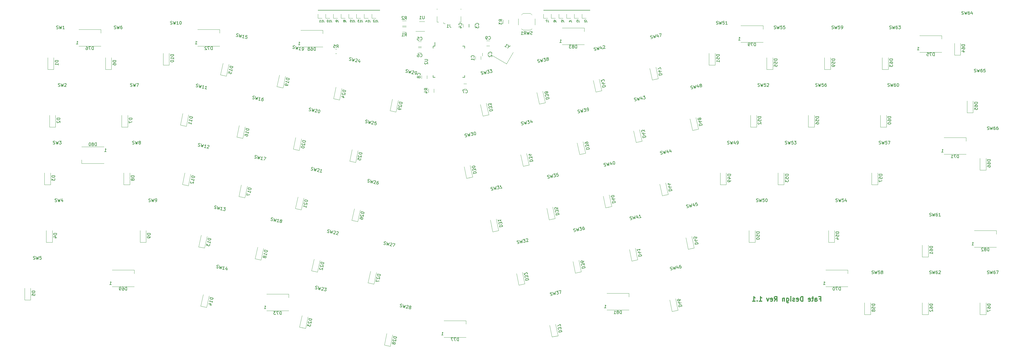
<source format=gbo>
G04 #@! TF.GenerationSoftware,KiCad,Pcbnew,(5.1.9)-1*
G04 #@! TF.CreationDate,2021-07-10T17:24:29+08:00*
G04 #@! TF.ProjectId,arisu,61726973-752e-46b6-9963-61645f706362,1.1*
G04 #@! TF.SameCoordinates,Original*
G04 #@! TF.FileFunction,Legend,Bot*
G04 #@! TF.FilePolarity,Positive*
%FSLAX46Y46*%
G04 Gerber Fmt 4.6, Leading zero omitted, Abs format (unit mm)*
G04 Created by KiCad (PCBNEW (5.1.9)-1) date 2021-07-10 17:24:29*
%MOMM*%
%LPD*%
G01*
G04 APERTURE LIST*
%ADD10C,0.300000*%
%ADD11C,0.150000*%
%ADD12C,0.120000*%
%ADD13C,2.302000*%
%ADD14C,4.102000*%
%ADD15C,1.802000*%
%ADD16C,3.152000*%
%ADD17C,4.502000*%
%ADD18C,1.552000*%
%ADD19O,1.302000X2.002000*%
G04 APERTURE END LIST*
D10*
X297734285Y-120542857D02*
X298234285Y-120542857D01*
X298234285Y-121328571D02*
X298234285Y-119828571D01*
X297520000Y-119828571D01*
X296305714Y-121328571D02*
X296305714Y-120542857D01*
X296377142Y-120400000D01*
X296520000Y-120328571D01*
X296805714Y-120328571D01*
X296948571Y-120400000D01*
X296305714Y-121257142D02*
X296448571Y-121328571D01*
X296805714Y-121328571D01*
X296948571Y-121257142D01*
X297020000Y-121114285D01*
X297020000Y-120971428D01*
X296948571Y-120828571D01*
X296805714Y-120757142D01*
X296448571Y-120757142D01*
X296305714Y-120685714D01*
X295805714Y-120328571D02*
X295234285Y-120328571D01*
X295591428Y-119828571D02*
X295591428Y-121114285D01*
X295520000Y-121257142D01*
X295377142Y-121328571D01*
X295234285Y-121328571D01*
X294162857Y-121257142D02*
X294305714Y-121328571D01*
X294591428Y-121328571D01*
X294734285Y-121257142D01*
X294805714Y-121114285D01*
X294805714Y-120542857D01*
X294734285Y-120400000D01*
X294591428Y-120328571D01*
X294305714Y-120328571D01*
X294162857Y-120400000D01*
X294091428Y-120542857D01*
X294091428Y-120685714D01*
X294805714Y-120828571D01*
X292305714Y-121328571D02*
X292305714Y-119828571D01*
X291948571Y-119828571D01*
X291734285Y-119900000D01*
X291591428Y-120042857D01*
X291520000Y-120185714D01*
X291448571Y-120471428D01*
X291448571Y-120685714D01*
X291520000Y-120971428D01*
X291591428Y-121114285D01*
X291734285Y-121257142D01*
X291948571Y-121328571D01*
X292305714Y-121328571D01*
X290234285Y-121257142D02*
X290377142Y-121328571D01*
X290662857Y-121328571D01*
X290805714Y-121257142D01*
X290877142Y-121114285D01*
X290877142Y-120542857D01*
X290805714Y-120400000D01*
X290662857Y-120328571D01*
X290377142Y-120328571D01*
X290234285Y-120400000D01*
X290162857Y-120542857D01*
X290162857Y-120685714D01*
X290877142Y-120828571D01*
X289591428Y-121257142D02*
X289448571Y-121328571D01*
X289162857Y-121328571D01*
X289020000Y-121257142D01*
X288948571Y-121114285D01*
X288948571Y-121042857D01*
X289020000Y-120900000D01*
X289162857Y-120828571D01*
X289377142Y-120828571D01*
X289520000Y-120757142D01*
X289591428Y-120614285D01*
X289591428Y-120542857D01*
X289520000Y-120400000D01*
X289377142Y-120328571D01*
X289162857Y-120328571D01*
X289020000Y-120400000D01*
X288305714Y-121328571D02*
X288305714Y-120328571D01*
X288305714Y-119828571D02*
X288377142Y-119900000D01*
X288305714Y-119971428D01*
X288234285Y-119900000D01*
X288305714Y-119828571D01*
X288305714Y-119971428D01*
X286948571Y-120328571D02*
X286948571Y-121542857D01*
X287019999Y-121685714D01*
X287091428Y-121757142D01*
X287234285Y-121828571D01*
X287448571Y-121828571D01*
X287591428Y-121757142D01*
X286948571Y-121257142D02*
X287091428Y-121328571D01*
X287377142Y-121328571D01*
X287519999Y-121257142D01*
X287591428Y-121185714D01*
X287662857Y-121042857D01*
X287662857Y-120614285D01*
X287591428Y-120471428D01*
X287519999Y-120400000D01*
X287377142Y-120328571D01*
X287091428Y-120328571D01*
X286948571Y-120400000D01*
X286234285Y-120328571D02*
X286234285Y-121328571D01*
X286234285Y-120471428D02*
X286162857Y-120400000D01*
X286020000Y-120328571D01*
X285805714Y-120328571D01*
X285662857Y-120400000D01*
X285591428Y-120542857D01*
X285591428Y-121328571D01*
X282877142Y-121328571D02*
X283377142Y-120614285D01*
X283734285Y-121328571D02*
X283734285Y-119828571D01*
X283162857Y-119828571D01*
X283020000Y-119900000D01*
X282948571Y-119971428D01*
X282877142Y-120114285D01*
X282877142Y-120328571D01*
X282948571Y-120471428D01*
X283020000Y-120542857D01*
X283162857Y-120614285D01*
X283734285Y-120614285D01*
X281662857Y-121257142D02*
X281805714Y-121328571D01*
X282091428Y-121328571D01*
X282234285Y-121257142D01*
X282305714Y-121114285D01*
X282305714Y-120542857D01*
X282234285Y-120400000D01*
X282091428Y-120328571D01*
X281805714Y-120328571D01*
X281662857Y-120400000D01*
X281591428Y-120542857D01*
X281591428Y-120685714D01*
X282305714Y-120828571D01*
X281091428Y-120328571D02*
X280734285Y-121328571D01*
X280377142Y-120328571D01*
X277877142Y-121328571D02*
X278734285Y-121328571D01*
X278305714Y-121328571D02*
X278305714Y-119828571D01*
X278448571Y-120042857D01*
X278591428Y-120185714D01*
X278734285Y-120257142D01*
X277234285Y-121185714D02*
X277162857Y-121257142D01*
X277234285Y-121328571D01*
X277305714Y-121257142D01*
X277234285Y-121185714D01*
X277234285Y-121328571D01*
X275734285Y-121328571D02*
X276591428Y-121328571D01*
X276162857Y-121328571D02*
X276162857Y-119828571D01*
X276305714Y-120042857D01*
X276448571Y-120185714D01*
X276591428Y-120257142D01*
D11*
X170339000Y-36989000D02*
X170914000Y-36989000D01*
X170339000Y-47339000D02*
X171014000Y-47339000D01*
X180689000Y-47339000D02*
X180014000Y-47339000D01*
X180689000Y-36989000D02*
X180014000Y-36989000D01*
X170339000Y-36989000D02*
X170339000Y-37664000D01*
X180689000Y-36989000D02*
X180689000Y-37664000D01*
X180689000Y-47339000D02*
X180689000Y-46664000D01*
X170339000Y-47339000D02*
X170339000Y-46664000D01*
X170914000Y-36989000D02*
X170914000Y-35714000D01*
D12*
X173850000Y-133250000D02*
X181150000Y-133250000D01*
X173850000Y-127750000D02*
X181150000Y-127750000D01*
X181150000Y-127750000D02*
X181150000Y-128900000D01*
X138477064Y-38015000D02*
X138022936Y-38015000D01*
X138477064Y-39485000D02*
X138022936Y-39485000D01*
X212850000Y-36500000D02*
X220150000Y-36500000D01*
X212850000Y-31000000D02*
X220150000Y-31000000D01*
X220150000Y-31000000D02*
X220150000Y-32150000D01*
X348850000Y-103500000D02*
X356150000Y-103500000D01*
X348850000Y-98000000D02*
X356150000Y-98000000D01*
X356150000Y-98000000D02*
X356150000Y-99150000D01*
X234900000Y-118750000D02*
X234900000Y-119900000D01*
X227600000Y-118750000D02*
X234900000Y-118750000D01*
X227600000Y-124250000D02*
X234900000Y-124250000D01*
X61650000Y-70250000D02*
X54350000Y-70250000D01*
X61650000Y-75750000D02*
X54350000Y-75750000D01*
X54350000Y-75750000D02*
X54350000Y-74600000D01*
X279150000Y-30250000D02*
X279150000Y-31400000D01*
X271850000Y-30250000D02*
X279150000Y-30250000D01*
X271850000Y-35750000D02*
X279150000Y-35750000D01*
X53350000Y-37000000D02*
X60650000Y-37000000D01*
X53350000Y-31500000D02*
X60650000Y-31500000D01*
X60650000Y-31500000D02*
X60650000Y-32650000D01*
X338150000Y-33500000D02*
X338150000Y-34650000D01*
X330850000Y-33500000D02*
X338150000Y-33500000D01*
X330850000Y-39000000D02*
X338150000Y-39000000D01*
X115350000Y-124500000D02*
X122650000Y-124500000D01*
X115350000Y-119000000D02*
X122650000Y-119000000D01*
X122650000Y-119000000D02*
X122650000Y-120150000D01*
X99900000Y-31500000D02*
X99900000Y-32650000D01*
X92600000Y-31500000D02*
X99900000Y-31500000D01*
X92600000Y-37000000D02*
X99900000Y-37000000D01*
X338850000Y-72750000D02*
X346150000Y-72750000D01*
X338850000Y-67250000D02*
X346150000Y-67250000D01*
X346150000Y-67250000D02*
X346150000Y-68400000D01*
X299850000Y-116500000D02*
X307150000Y-116500000D01*
X299850000Y-111000000D02*
X307150000Y-111000000D01*
X307150000Y-111000000D02*
X307150000Y-112150000D01*
X71650000Y-111000000D02*
X71650000Y-112150000D01*
X64350000Y-111000000D02*
X71650000Y-111000000D01*
X64350000Y-116500000D02*
X71650000Y-116500000D01*
X133900000Y-31750000D02*
X133900000Y-32900000D01*
X126600000Y-31750000D02*
X133900000Y-31750000D01*
X126600000Y-37250000D02*
X133900000Y-37250000D01*
X184316000Y-41394000D02*
X184316000Y-40394000D01*
X186016000Y-40394000D02*
X186016000Y-41394000D01*
X188302000Y-39251000D02*
X188302000Y-40251000D01*
X186602000Y-40251000D02*
X186602000Y-39251000D01*
X183984000Y-29726000D02*
X183984000Y-30726000D01*
X182284000Y-30726000D02*
X182284000Y-29726000D01*
X181952000Y-29726000D02*
X181952000Y-30726000D01*
X180252000Y-30726000D02*
X180252000Y-29726000D01*
X165382000Y-35472000D02*
X166382000Y-35472000D01*
X166382000Y-37172000D02*
X165382000Y-37172000D01*
X165382000Y-37504000D02*
X166382000Y-37504000D01*
X166382000Y-39204000D02*
X165382000Y-39204000D01*
X181348000Y-51142000D02*
X180348000Y-51142000D01*
X180348000Y-49442000D02*
X181348000Y-49442000D01*
X168236000Y-46744000D02*
X168236000Y-47744000D01*
X166536000Y-47744000D02*
X166536000Y-46744000D01*
X188948000Y-36918000D02*
X187948000Y-36918000D01*
X187948000Y-35218000D02*
X188948000Y-35218000D01*
X45115000Y-44745000D02*
X43115000Y-44745000D01*
X43115000Y-44745000D02*
X43115000Y-40845000D01*
X45115000Y-44745000D02*
X45115000Y-40845000D01*
X45715000Y-63795000D02*
X43715000Y-63795000D01*
X43715000Y-63795000D02*
X43715000Y-59895000D01*
X45715000Y-63795000D02*
X45715000Y-59895000D01*
X44031250Y-82845000D02*
X42031250Y-82845000D01*
X42031250Y-82845000D02*
X42031250Y-78945000D01*
X44031250Y-82845000D02*
X44031250Y-78945000D01*
X44618750Y-101895000D02*
X42618750Y-101895000D01*
X42618750Y-101895000D02*
X42618750Y-97995000D01*
X44618750Y-101895000D02*
X44618750Y-97995000D01*
X37485000Y-120945000D02*
X35485000Y-120945000D01*
X35485000Y-120945000D02*
X35485000Y-117045000D01*
X37485000Y-120945000D02*
X37485000Y-117045000D01*
X64165000Y-44745000D02*
X62165000Y-44745000D01*
X62165000Y-44745000D02*
X62165000Y-40845000D01*
X64165000Y-44745000D02*
X64165000Y-40845000D01*
X69525000Y-63795000D02*
X67525000Y-63795000D01*
X67525000Y-63795000D02*
X67525000Y-59895000D01*
X69525000Y-63795000D02*
X69525000Y-59895000D01*
X70225000Y-82845000D02*
X68225000Y-82845000D01*
X68225000Y-82845000D02*
X68225000Y-78945000D01*
X70225000Y-82845000D02*
X70225000Y-78945000D01*
X75575000Y-101895000D02*
X73575000Y-101895000D01*
X73575000Y-101895000D02*
X73575000Y-97995000D01*
X75575000Y-101895000D02*
X75575000Y-97995000D01*
X83215000Y-43244615D02*
X81215000Y-43244615D01*
X81215000Y-43244615D02*
X81215000Y-39344615D01*
X83215000Y-43244615D02*
X83215000Y-39344615D01*
X88826197Y-63525368D02*
X86869902Y-63109544D01*
X86869902Y-63109544D02*
X87680758Y-59294769D01*
X88826197Y-63525368D02*
X89637053Y-59710592D01*
X89523864Y-83149261D02*
X87567569Y-82733437D01*
X87567569Y-82733437D02*
X88378425Y-78918662D01*
X89523864Y-83149261D02*
X90334720Y-79334485D01*
X94879946Y-103763330D02*
X92923651Y-103347506D01*
X92923651Y-103347506D02*
X93734507Y-99532731D01*
X94879946Y-103763330D02*
X95690802Y-99948554D01*
X95577647Y-123387218D02*
X93621352Y-122971394D01*
X93621352Y-122971394D02*
X94432208Y-119156619D01*
X95577647Y-123387218D02*
X96388503Y-119572442D01*
X102103855Y-46872025D02*
X100147560Y-46456201D01*
X100147560Y-46456201D02*
X100958416Y-42641426D01*
X102103855Y-46872025D02*
X102914711Y-43057249D01*
X107459907Y-67486094D02*
X105503612Y-67070270D01*
X105503612Y-67070270D02*
X106314468Y-63255495D01*
X107459907Y-67486094D02*
X108270763Y-63671318D01*
X108157574Y-87109988D02*
X106201279Y-86694164D01*
X106201279Y-86694164D02*
X107012135Y-82879389D01*
X108157574Y-87109988D02*
X108968430Y-83295212D01*
X113513656Y-107724056D02*
X111557361Y-107308232D01*
X111557361Y-107308232D02*
X112368217Y-103493457D01*
X113513656Y-107724056D02*
X114324512Y-103909280D01*
X120737566Y-50832743D02*
X118781271Y-50416919D01*
X118781271Y-50416919D02*
X119592127Y-46602144D01*
X120737566Y-50832743D02*
X121548422Y-47017967D01*
X126093617Y-71446821D02*
X124137322Y-71030997D01*
X124137322Y-71030997D02*
X124948178Y-67216222D01*
X126093617Y-71446821D02*
X126904473Y-67632045D01*
X126791284Y-91070715D02*
X124834989Y-90654891D01*
X124834989Y-90654891D02*
X125645845Y-86840116D01*
X126791284Y-91070715D02*
X127602140Y-87255939D01*
X132147365Y-111684783D02*
X130191070Y-111268959D01*
X130191070Y-111268959D02*
X131001926Y-107454184D01*
X132147365Y-111684783D02*
X132958221Y-107870007D01*
X128186639Y-130318493D02*
X126230344Y-129902669D01*
X126230344Y-129902669D02*
X127041200Y-126087894D01*
X128186639Y-130318493D02*
X128997495Y-126503717D01*
X139371278Y-54793461D02*
X137414983Y-54377637D01*
X137414983Y-54377637D02*
X138225839Y-50562862D01*
X139371278Y-54793461D02*
X140182134Y-50978685D01*
X144727327Y-75407548D02*
X142771032Y-74991724D01*
X142771032Y-74991724D02*
X143581888Y-71176949D01*
X144727327Y-75407548D02*
X145538183Y-71592772D01*
X145424994Y-95031442D02*
X143468699Y-94615618D01*
X143468699Y-94615618D02*
X144279555Y-90800843D01*
X145424994Y-95031442D02*
X146235850Y-91216666D01*
X150781075Y-115645510D02*
X148824780Y-115229686D01*
X148824780Y-115229686D02*
X149635636Y-111414911D01*
X150781075Y-115645510D02*
X151591931Y-111830734D01*
X156137212Y-136259539D02*
X154180917Y-135843715D01*
X154180917Y-135843715D02*
X154991773Y-132028940D01*
X156137212Y-136259539D02*
X156948068Y-132444763D01*
X158004990Y-58754178D02*
X156048695Y-58338354D01*
X156048695Y-58338354D02*
X156859551Y-54523579D01*
X158004990Y-58754178D02*
X158815846Y-54939402D01*
X183309372Y-80292447D02*
X181353077Y-80708271D01*
X181353077Y-80708271D02*
X180542221Y-76893495D01*
X183309372Y-80292447D02*
X182498516Y-76477672D01*
X191928493Y-97935999D02*
X189972198Y-98351823D01*
X189972198Y-98351823D02*
X189161342Y-94537047D01*
X191928493Y-97935999D02*
X191117637Y-94121224D01*
X200547614Y-115579551D02*
X198591319Y-115995375D01*
X198591319Y-115995375D02*
X197780463Y-112180599D01*
X200547614Y-115579551D02*
X199736758Y-111764776D01*
X188665599Y-59678348D02*
X186709304Y-60094172D01*
X186709304Y-60094172D02*
X185898448Y-56279396D01*
X188665599Y-59678348D02*
X187854743Y-55863573D01*
X201943083Y-76331729D02*
X199986788Y-76747553D01*
X199986788Y-76747553D02*
X199175932Y-72932777D01*
X201943083Y-76331729D02*
X201132227Y-72516954D01*
X210562204Y-93975281D02*
X208605909Y-94391105D01*
X208605909Y-94391105D02*
X207795053Y-90576329D01*
X210562204Y-93975281D02*
X209751348Y-90160506D01*
X219181326Y-111618833D02*
X217225031Y-112034657D01*
X217225031Y-112034657D02*
X216414175Y-108219881D01*
X219181326Y-111618833D02*
X218370470Y-107804058D01*
X211496015Y-132727958D02*
X209539720Y-133143782D01*
X209539720Y-133143782D02*
X208728864Y-129329006D01*
X211496015Y-132727958D02*
X210685159Y-128913183D01*
X207299311Y-55717630D02*
X205343016Y-56133454D01*
X205343016Y-56133454D02*
X204532160Y-52318678D01*
X207299311Y-55717630D02*
X206488455Y-51902855D01*
X220576795Y-72371012D02*
X218620500Y-72786836D01*
X218620500Y-72786836D02*
X217809644Y-68972060D01*
X220576795Y-72371012D02*
X219765939Y-68556237D01*
X229195916Y-90014564D02*
X227239621Y-90430388D01*
X227239621Y-90430388D02*
X226428765Y-86615612D01*
X229195916Y-90014564D02*
X228385060Y-86199789D01*
X237815037Y-107658116D02*
X235858742Y-108073940D01*
X235858742Y-108073940D02*
X235047886Y-104259164D01*
X237815037Y-107658116D02*
X237004181Y-103843341D01*
X225933023Y-51756913D02*
X223976728Y-52172737D01*
X223976728Y-52172737D02*
X223165872Y-48357961D01*
X225933023Y-51756913D02*
X225122167Y-47942138D01*
X239210507Y-68410294D02*
X237254212Y-68826118D01*
X237254212Y-68826118D02*
X236443356Y-65011342D01*
X239210507Y-68410294D02*
X238399651Y-64595519D01*
X247829628Y-86053846D02*
X245873333Y-86469670D01*
X245873333Y-86469670D02*
X245062477Y-82654894D01*
X247829628Y-86053846D02*
X247018772Y-82239071D01*
X256448749Y-103697398D02*
X254492454Y-104113222D01*
X254492454Y-104113222D02*
X253681598Y-100298446D01*
X256448749Y-103697398D02*
X255637893Y-99882623D01*
X251092651Y-124311446D02*
X249136356Y-124727270D01*
X249136356Y-124727270D02*
X248325500Y-120912494D01*
X251092651Y-124311446D02*
X250281795Y-120496671D01*
X244566734Y-47796195D02*
X242610439Y-48212019D01*
X242610439Y-48212019D02*
X241799583Y-44397243D01*
X244566734Y-47796195D02*
X243755878Y-43981420D01*
X257844219Y-64449576D02*
X255887924Y-64865400D01*
X255887924Y-64865400D02*
X255077068Y-61050624D01*
X257844219Y-64449576D02*
X257033363Y-60634801D01*
X267025000Y-82845000D02*
X265025000Y-82845000D01*
X265025000Y-82845000D02*
X265025000Y-78945000D01*
X267025000Y-82845000D02*
X267025000Y-78945000D01*
X276550019Y-101894998D02*
X274550019Y-101894998D01*
X274550019Y-101894998D02*
X274550019Y-97994998D01*
X276550019Y-101894998D02*
X276550019Y-97994998D01*
X263345000Y-43244615D02*
X261345000Y-43244615D01*
X261345000Y-43244615D02*
X261345000Y-39344615D01*
X263345000Y-43244615D02*
X263345000Y-39344615D01*
X277035000Y-63795000D02*
X275035000Y-63795000D01*
X275035000Y-63795000D02*
X275035000Y-59895000D01*
X277035000Y-63795000D02*
X277035000Y-59895000D01*
X286075000Y-82845000D02*
X284075000Y-82845000D01*
X284075000Y-82845000D02*
X284075000Y-78945000D01*
X286075000Y-82845000D02*
X286075000Y-78945000D01*
X302743769Y-101894998D02*
X300743769Y-101894998D01*
X300743769Y-101894998D02*
X300743769Y-97994998D01*
X302743769Y-101894998D02*
X302743769Y-97994998D01*
X282395000Y-44745000D02*
X280395000Y-44745000D01*
X280395000Y-44745000D02*
X280395000Y-40845000D01*
X282395000Y-44745000D02*
X282395000Y-40845000D01*
X296085000Y-63795000D02*
X294085000Y-63795000D01*
X294085000Y-63795000D02*
X294085000Y-59895000D01*
X296085000Y-63795000D02*
X296085000Y-59895000D01*
X317031250Y-82845000D02*
X315031250Y-82845000D01*
X315031250Y-82845000D02*
X315031250Y-78945000D01*
X317031250Y-82845000D02*
X317031250Y-78945000D01*
X314649949Y-125707503D02*
X312649949Y-125707503D01*
X312649949Y-125707503D02*
X312649949Y-121807503D01*
X314649949Y-125707503D02*
X314649949Y-121807503D01*
X301445000Y-44745000D02*
X299445000Y-44745000D01*
X299445000Y-44745000D02*
X299445000Y-40845000D01*
X301445000Y-44745000D02*
X301445000Y-40845000D01*
X319905000Y-63795000D02*
X317905000Y-63795000D01*
X317905000Y-63795000D02*
X317905000Y-59895000D01*
X319905000Y-63795000D02*
X319905000Y-59895000D01*
X333699949Y-106657503D02*
X331699949Y-106657503D01*
X331699949Y-106657503D02*
X331699949Y-102757503D01*
X333699949Y-106657503D02*
X333699949Y-102757503D01*
X333699949Y-125707503D02*
X331699949Y-125707503D01*
X331699949Y-125707503D02*
X331699949Y-121807503D01*
X333699949Y-125707503D02*
X333699949Y-121807503D01*
X320495000Y-44745000D02*
X318495000Y-44745000D01*
X318495000Y-44745000D02*
X318495000Y-40845000D01*
X320495000Y-44745000D02*
X320495000Y-40845000D01*
X344307542Y-39982509D02*
X342307542Y-39982509D01*
X342307542Y-39982509D02*
X342307542Y-36082509D01*
X344307542Y-39982509D02*
X344307542Y-36082509D01*
X348480000Y-59032516D02*
X346480000Y-59032516D01*
X346480000Y-59032516D02*
X346480000Y-55132516D01*
X348480000Y-59032516D02*
X348480000Y-55132516D01*
X352750000Y-78000000D02*
X352750000Y-74100000D01*
X350750000Y-78000000D02*
X350750000Y-74100000D01*
X352750000Y-78000000D02*
X350750000Y-78000000D01*
X352749949Y-125707503D02*
X350749949Y-125707503D01*
X350749949Y-125707503D02*
X350749949Y-121807503D01*
X352749949Y-125707503D02*
X352749949Y-121807503D01*
X171609855Y-29008000D02*
X172059855Y-29008000D01*
X171609855Y-27158000D02*
X171609855Y-29008000D01*
X179409855Y-24608000D02*
X179409855Y-24858000D01*
X171609855Y-24608000D02*
X171609855Y-24858000D01*
X179409855Y-27158000D02*
X179409855Y-29008000D01*
X179409855Y-29008000D02*
X178959855Y-29008000D01*
X173809855Y-29558000D02*
X174259855Y-29558000D01*
X173809855Y-29558000D02*
X173809855Y-29108000D01*
X219396000Y-27746000D02*
X220726000Y-27746000D01*
X219396000Y-26416000D02*
X219396000Y-27746000D01*
X219396000Y-25146000D02*
X222056000Y-25146000D01*
X222056000Y-25146000D02*
X222056000Y-25086000D01*
X219396000Y-25146000D02*
X219396000Y-25086000D01*
X219396000Y-25086000D02*
X222056000Y-25086000D01*
X216856000Y-27746000D02*
X218186000Y-27746000D01*
X216856000Y-26416000D02*
X216856000Y-27746000D01*
X216856000Y-25146000D02*
X219516000Y-25146000D01*
X219516000Y-25146000D02*
X219516000Y-25086000D01*
X216856000Y-25146000D02*
X216856000Y-25086000D01*
X216856000Y-25086000D02*
X219516000Y-25086000D01*
X214316000Y-27746000D02*
X215646000Y-27746000D01*
X214316000Y-26416000D02*
X214316000Y-27746000D01*
X214316000Y-25146000D02*
X216976000Y-25146000D01*
X216976000Y-25146000D02*
X216976000Y-25086000D01*
X214316000Y-25146000D02*
X214316000Y-25086000D01*
X214316000Y-25086000D02*
X216976000Y-25086000D01*
X211776000Y-27746000D02*
X213106000Y-27746000D01*
X211776000Y-26416000D02*
X211776000Y-27746000D01*
X211776000Y-25146000D02*
X214436000Y-25146000D01*
X214436000Y-25146000D02*
X214436000Y-25086000D01*
X211776000Y-25146000D02*
X211776000Y-25086000D01*
X211776000Y-25086000D02*
X214436000Y-25086000D01*
X209236000Y-27746000D02*
X210566000Y-27746000D01*
X209236000Y-26416000D02*
X209236000Y-27746000D01*
X209236000Y-25146000D02*
X211896000Y-25146000D01*
X211896000Y-25146000D02*
X211896000Y-25086000D01*
X209236000Y-25146000D02*
X209236000Y-25086000D01*
X209236000Y-25086000D02*
X211896000Y-25086000D01*
X206696000Y-27746000D02*
X208026000Y-27746000D01*
X206696000Y-26416000D02*
X206696000Y-27746000D01*
X206696000Y-25146000D02*
X209356000Y-25146000D01*
X209356000Y-25146000D02*
X209356000Y-25086000D01*
X206696000Y-25146000D02*
X206696000Y-25086000D01*
X206696000Y-25086000D02*
X209356000Y-25086000D01*
X139894000Y-27746000D02*
X141224000Y-27746000D01*
X139894000Y-26416000D02*
X139894000Y-27746000D01*
X139894000Y-25146000D02*
X142554000Y-25146000D01*
X142554000Y-25146000D02*
X142554000Y-25086000D01*
X139894000Y-25146000D02*
X139894000Y-25086000D01*
X139894000Y-25086000D02*
X142554000Y-25086000D01*
X137354000Y-27746000D02*
X138684000Y-27746000D01*
X137354000Y-26416000D02*
X137354000Y-27746000D01*
X137354000Y-25146000D02*
X140014000Y-25146000D01*
X140014000Y-25146000D02*
X140014000Y-25086000D01*
X137354000Y-25146000D02*
X137354000Y-25086000D01*
X137354000Y-25086000D02*
X140014000Y-25086000D01*
X134814000Y-27746000D02*
X136144000Y-27746000D01*
X134814000Y-26416000D02*
X134814000Y-27746000D01*
X134814000Y-25146000D02*
X137474000Y-25146000D01*
X137474000Y-25146000D02*
X137474000Y-25086000D01*
X134814000Y-25146000D02*
X134814000Y-25086000D01*
X134814000Y-25086000D02*
X137474000Y-25086000D01*
X132274000Y-27746000D02*
X133604000Y-27746000D01*
X132274000Y-26416000D02*
X132274000Y-27746000D01*
X132274000Y-25146000D02*
X134934000Y-25146000D01*
X134934000Y-25146000D02*
X134934000Y-25086000D01*
X132274000Y-25146000D02*
X132274000Y-25086000D01*
X132274000Y-25086000D02*
X134934000Y-25086000D01*
X160182000Y-32376000D02*
X161382000Y-32376000D01*
X161382000Y-30616000D02*
X160182000Y-30616000D01*
X161382000Y-28584000D02*
X160182000Y-28584000D01*
X160182000Y-30344000D02*
X161382000Y-30344000D01*
X195190000Y-29556000D02*
X195190000Y-28356000D01*
X193430000Y-28356000D02*
X193430000Y-29556000D01*
X170552000Y-52336000D02*
X170552000Y-51136000D01*
X168792000Y-51136000D02*
X168792000Y-52336000D01*
X202868000Y-31256000D02*
X202418000Y-31706000D01*
X199468000Y-31256000D02*
X199918000Y-31706000D01*
X199468000Y-26656000D02*
X199918000Y-26206000D01*
X202868000Y-26656000D02*
X202418000Y-26206000D01*
X198418000Y-27956000D02*
X198418000Y-29956000D01*
X202418000Y-31706000D02*
X199918000Y-31706000D01*
X203918000Y-27956000D02*
X203918000Y-29956000D01*
X202418000Y-26206000D02*
X199918000Y-26206000D01*
X196732269Y-39068744D02*
X194532269Y-42879256D01*
X194532269Y-42879256D02*
X189855731Y-40179256D01*
X167524000Y-32090000D02*
X164574000Y-32090000D01*
X165724000Y-28870000D02*
X167524000Y-28870000D01*
X150054000Y-27746000D02*
X151384000Y-27746000D01*
X150054000Y-26416000D02*
X150054000Y-27746000D01*
X150054000Y-25146000D02*
X152714000Y-25146000D01*
X152714000Y-25146000D02*
X152714000Y-25086000D01*
X150054000Y-25146000D02*
X150054000Y-25086000D01*
X150054000Y-25086000D02*
X152714000Y-25086000D01*
X144974000Y-27746000D02*
X146304000Y-27746000D01*
X144974000Y-26416000D02*
X144974000Y-27746000D01*
X144974000Y-25146000D02*
X147634000Y-25146000D01*
X147634000Y-25146000D02*
X147634000Y-25086000D01*
X144974000Y-25146000D02*
X144974000Y-25086000D01*
X144974000Y-25086000D02*
X147634000Y-25086000D01*
X147514000Y-25086000D02*
X150174000Y-25086000D01*
X147514000Y-25146000D02*
X147514000Y-25086000D01*
X150174000Y-25146000D02*
X150174000Y-25086000D01*
X147514000Y-25146000D02*
X150174000Y-25146000D01*
X147514000Y-26416000D02*
X147514000Y-27746000D01*
X147514000Y-27746000D02*
X148844000Y-27746000D01*
X142434000Y-25086000D02*
X145094000Y-25086000D01*
X142434000Y-25146000D02*
X142434000Y-25086000D01*
X145094000Y-25146000D02*
X145094000Y-25086000D01*
X142434000Y-25146000D02*
X145094000Y-25146000D01*
X142434000Y-26416000D02*
X142434000Y-27746000D01*
X142434000Y-27746000D02*
X143764000Y-27746000D01*
D11*
X209096342Y-119441742D02*
X209245978Y-119458618D01*
X209478870Y-119409116D01*
X209562126Y-119342736D01*
X209598804Y-119286257D01*
X209625582Y-119183199D01*
X209605781Y-119090043D01*
X209539401Y-119006786D01*
X209482922Y-118970108D01*
X209379865Y-118943331D01*
X209183650Y-118936355D01*
X209080593Y-118909577D01*
X209024114Y-118872899D01*
X208957734Y-118789643D01*
X208937933Y-118696486D01*
X208964710Y-118593429D01*
X209001388Y-118536950D01*
X209084645Y-118470570D01*
X209317537Y-118421067D01*
X209467173Y-118437944D01*
X209783321Y-118322062D02*
X210224125Y-119250707D01*
X210261931Y-118512428D01*
X210596753Y-119171502D01*
X210621734Y-118143852D01*
X210901204Y-118084448D02*
X211506724Y-117955741D01*
X211259880Y-118397673D01*
X211399615Y-118367971D01*
X211502672Y-118394748D01*
X211559151Y-118431426D01*
X211625531Y-118514683D01*
X211675034Y-118747575D01*
X211648256Y-118850632D01*
X211611579Y-118907111D01*
X211528322Y-118973491D01*
X211248851Y-119032894D01*
X211145794Y-119006117D01*
X211089315Y-118969439D01*
X211832774Y-117886437D02*
X212484872Y-117747830D01*
X212273578Y-118815082D01*
X65056666Y-31250761D02*
X65199523Y-31298380D01*
X65437619Y-31298380D01*
X65532857Y-31250761D01*
X65580476Y-31203142D01*
X65628095Y-31107904D01*
X65628095Y-31012666D01*
X65580476Y-30917428D01*
X65532857Y-30869809D01*
X65437619Y-30822190D01*
X65247142Y-30774571D01*
X65151904Y-30726952D01*
X65104285Y-30679333D01*
X65056666Y-30584095D01*
X65056666Y-30488857D01*
X65104285Y-30393619D01*
X65151904Y-30346000D01*
X65247142Y-30298380D01*
X65485238Y-30298380D01*
X65628095Y-30346000D01*
X65961428Y-30298380D02*
X66199523Y-31298380D01*
X66390000Y-30584095D01*
X66580476Y-31298380D01*
X66818571Y-30298380D01*
X67628095Y-30298380D02*
X67437619Y-30298380D01*
X67342380Y-30346000D01*
X67294761Y-30393619D01*
X67199523Y-30536476D01*
X67151904Y-30726952D01*
X67151904Y-31107904D01*
X67199523Y-31203142D01*
X67247142Y-31250761D01*
X67342380Y-31298380D01*
X67532857Y-31298380D01*
X67628095Y-31250761D01*
X67675714Y-31203142D01*
X67723333Y-31107904D01*
X67723333Y-30869809D01*
X67675714Y-30774571D01*
X67628095Y-30726952D01*
X67532857Y-30679333D01*
X67342380Y-30679333D01*
X67247142Y-30726952D01*
X67199523Y-30774571D01*
X67151904Y-30869809D01*
X105312966Y-33758257D02*
X105442801Y-33834537D01*
X105675693Y-33884040D01*
X105778751Y-33857263D01*
X105835230Y-33820585D01*
X105901610Y-33737329D01*
X105921411Y-33644172D01*
X105894633Y-33541114D01*
X105857955Y-33484635D01*
X105774699Y-33418256D01*
X105598286Y-33332075D01*
X105515029Y-33265695D01*
X105478352Y-33209216D01*
X105451574Y-33106159D01*
X105471375Y-33013002D01*
X105537755Y-32929746D01*
X105594234Y-32893068D01*
X105697291Y-32866290D01*
X105930184Y-32915793D01*
X106060018Y-32992073D01*
X106395968Y-33014799D02*
X106420949Y-34042449D01*
X106755771Y-33383374D01*
X106793576Y-34121654D01*
X107234380Y-33193009D01*
X107911459Y-34359267D02*
X107352518Y-34240460D01*
X107631989Y-34299864D02*
X107839900Y-33321716D01*
X107717042Y-33441650D01*
X107604084Y-33515006D01*
X107501026Y-33541783D01*
X109004362Y-33569230D02*
X108538577Y-33470224D01*
X108392993Y-33926108D01*
X108449472Y-33889430D01*
X108552530Y-33862653D01*
X108785422Y-33912156D01*
X108868678Y-33978535D01*
X108905356Y-34035014D01*
X108932134Y-34138072D01*
X108882631Y-34370964D01*
X108816251Y-34454221D01*
X108759772Y-34490898D01*
X108656715Y-34517676D01*
X108423822Y-34468173D01*
X108340566Y-34401793D01*
X108303888Y-34345314D01*
X167516380Y-41402095D02*
X168325904Y-41402095D01*
X168421142Y-41449714D01*
X168468761Y-41497333D01*
X168516380Y-41592571D01*
X168516380Y-41783047D01*
X168468761Y-41878285D01*
X168421142Y-41925904D01*
X168325904Y-41973523D01*
X167516380Y-41973523D01*
X167611619Y-42402095D02*
X167564000Y-42449714D01*
X167516380Y-42544952D01*
X167516380Y-42783047D01*
X167564000Y-42878285D01*
X167611619Y-42925904D01*
X167706857Y-42973523D01*
X167802095Y-42973523D01*
X167944952Y-42925904D01*
X168516380Y-42354476D01*
X168516380Y-42973523D01*
X178714285Y-134452380D02*
X178714285Y-133452380D01*
X178476190Y-133452380D01*
X178333333Y-133500000D01*
X178238095Y-133595238D01*
X178190476Y-133690476D01*
X178142857Y-133880952D01*
X178142857Y-134023809D01*
X178190476Y-134214285D01*
X178238095Y-134309523D01*
X178333333Y-134404761D01*
X178476190Y-134452380D01*
X178714285Y-134452380D01*
X177809523Y-133452380D02*
X177142857Y-133452380D01*
X177571428Y-134452380D01*
X176857142Y-133452380D02*
X176190476Y-133452380D01*
X176619047Y-134452380D01*
X173064285Y-132552380D02*
X173635714Y-132552380D01*
X173350000Y-132552380D02*
X173350000Y-131552380D01*
X173445238Y-131695238D01*
X173540476Y-131790476D01*
X173635714Y-131838095D01*
X123946677Y-37718975D02*
X124076512Y-37795255D01*
X124309404Y-37844758D01*
X124412462Y-37817981D01*
X124468941Y-37781303D01*
X124535321Y-37698047D01*
X124555122Y-37604890D01*
X124528344Y-37501832D01*
X124491666Y-37445353D01*
X124408410Y-37378974D01*
X124231997Y-37292793D01*
X124148740Y-37226413D01*
X124112063Y-37169934D01*
X124085285Y-37066877D01*
X124105086Y-36973720D01*
X124171466Y-36890464D01*
X124227945Y-36853786D01*
X124331002Y-36827008D01*
X124563895Y-36876511D01*
X124693729Y-36952791D01*
X125029679Y-36975517D02*
X125054660Y-38003167D01*
X125389482Y-37344092D01*
X125427287Y-38082372D01*
X125868091Y-37153727D01*
X126545170Y-38319985D02*
X125986229Y-38201178D01*
X126265700Y-38260582D02*
X126473611Y-37282434D01*
X126350753Y-37402368D01*
X126237795Y-37475724D01*
X126134737Y-37502501D01*
X127010955Y-38418990D02*
X127197269Y-38458593D01*
X127300326Y-38431815D01*
X127356805Y-38395137D01*
X127479664Y-38275203D01*
X127565845Y-38098790D01*
X127645049Y-37726162D01*
X127618272Y-37623105D01*
X127581594Y-37566626D01*
X127498337Y-37500246D01*
X127312024Y-37460644D01*
X127208966Y-37487421D01*
X127152487Y-37524099D01*
X127086108Y-37607356D01*
X127036605Y-37840248D01*
X127063382Y-37943305D01*
X127100060Y-37999784D01*
X127183316Y-38066164D01*
X127369630Y-38105766D01*
X127472688Y-38078989D01*
X127529167Y-38042311D01*
X127595546Y-37959055D01*
X138416666Y-37552380D02*
X138750000Y-37076190D01*
X138988095Y-37552380D02*
X138988095Y-36552380D01*
X138607142Y-36552380D01*
X138511904Y-36600000D01*
X138464285Y-36647619D01*
X138416666Y-36742857D01*
X138416666Y-36885714D01*
X138464285Y-36980952D01*
X138511904Y-37028571D01*
X138607142Y-37076190D01*
X138988095Y-37076190D01*
X137511904Y-36552380D02*
X137988095Y-36552380D01*
X138035714Y-37028571D01*
X137988095Y-36980952D01*
X137892857Y-36933333D01*
X137654761Y-36933333D01*
X137559523Y-36980952D01*
X137511904Y-37028571D01*
X137464285Y-37123809D01*
X137464285Y-37361904D01*
X137511904Y-37457142D01*
X137559523Y-37504761D01*
X137654761Y-37552380D01*
X137892857Y-37552380D01*
X137988095Y-37504761D01*
X138035714Y-37457142D01*
X217714285Y-37702380D02*
X217714285Y-36702380D01*
X217476190Y-36702380D01*
X217333333Y-36750000D01*
X217238095Y-36845238D01*
X217190476Y-36940476D01*
X217142857Y-37130952D01*
X217142857Y-37273809D01*
X217190476Y-37464285D01*
X217238095Y-37559523D01*
X217333333Y-37654761D01*
X217476190Y-37702380D01*
X217714285Y-37702380D01*
X216571428Y-37130952D02*
X216666666Y-37083333D01*
X216714285Y-37035714D01*
X216761904Y-36940476D01*
X216761904Y-36892857D01*
X216714285Y-36797619D01*
X216666666Y-36750000D01*
X216571428Y-36702380D01*
X216380952Y-36702380D01*
X216285714Y-36750000D01*
X216238095Y-36797619D01*
X216190476Y-36892857D01*
X216190476Y-36940476D01*
X216238095Y-37035714D01*
X216285714Y-37083333D01*
X216380952Y-37130952D01*
X216571428Y-37130952D01*
X216666666Y-37178571D01*
X216714285Y-37226190D01*
X216761904Y-37321428D01*
X216761904Y-37511904D01*
X216714285Y-37607142D01*
X216666666Y-37654761D01*
X216571428Y-37702380D01*
X216380952Y-37702380D01*
X216285714Y-37654761D01*
X216238095Y-37607142D01*
X216190476Y-37511904D01*
X216190476Y-37321428D01*
X216238095Y-37226190D01*
X216285714Y-37178571D01*
X216380952Y-37130952D01*
X215857142Y-36702380D02*
X215238095Y-36702380D01*
X215571428Y-37083333D01*
X215428571Y-37083333D01*
X215333333Y-37130952D01*
X215285714Y-37178571D01*
X215238095Y-37273809D01*
X215238095Y-37511904D01*
X215285714Y-37607142D01*
X215333333Y-37654761D01*
X215428571Y-37702380D01*
X215714285Y-37702380D01*
X215809523Y-37654761D01*
X215857142Y-37607142D01*
X212064285Y-35802380D02*
X212635714Y-35802380D01*
X212350000Y-35802380D02*
X212350000Y-34802380D01*
X212445238Y-34945238D01*
X212540476Y-35040476D01*
X212635714Y-35088095D01*
X353714285Y-104702380D02*
X353714285Y-103702380D01*
X353476190Y-103702380D01*
X353333333Y-103750000D01*
X353238095Y-103845238D01*
X353190476Y-103940476D01*
X353142857Y-104130952D01*
X353142857Y-104273809D01*
X353190476Y-104464285D01*
X353238095Y-104559523D01*
X353333333Y-104654761D01*
X353476190Y-104702380D01*
X353714285Y-104702380D01*
X352571428Y-104130952D02*
X352666666Y-104083333D01*
X352714285Y-104035714D01*
X352761904Y-103940476D01*
X352761904Y-103892857D01*
X352714285Y-103797619D01*
X352666666Y-103750000D01*
X352571428Y-103702380D01*
X352380952Y-103702380D01*
X352285714Y-103750000D01*
X352238095Y-103797619D01*
X352190476Y-103892857D01*
X352190476Y-103940476D01*
X352238095Y-104035714D01*
X352285714Y-104083333D01*
X352380952Y-104130952D01*
X352571428Y-104130952D01*
X352666666Y-104178571D01*
X352714285Y-104226190D01*
X352761904Y-104321428D01*
X352761904Y-104511904D01*
X352714285Y-104607142D01*
X352666666Y-104654761D01*
X352571428Y-104702380D01*
X352380952Y-104702380D01*
X352285714Y-104654761D01*
X352238095Y-104607142D01*
X352190476Y-104511904D01*
X352190476Y-104321428D01*
X352238095Y-104226190D01*
X352285714Y-104178571D01*
X352380952Y-104130952D01*
X351809523Y-103797619D02*
X351761904Y-103750000D01*
X351666666Y-103702380D01*
X351428571Y-103702380D01*
X351333333Y-103750000D01*
X351285714Y-103797619D01*
X351238095Y-103892857D01*
X351238095Y-103988095D01*
X351285714Y-104130952D01*
X351857142Y-104702380D01*
X351238095Y-104702380D01*
X348064285Y-102802380D02*
X348635714Y-102802380D01*
X348350000Y-102802380D02*
X348350000Y-101802380D01*
X348445238Y-101945238D01*
X348540476Y-102040476D01*
X348635714Y-102088095D01*
X232464285Y-125452380D02*
X232464285Y-124452380D01*
X232226190Y-124452380D01*
X232083333Y-124500000D01*
X231988095Y-124595238D01*
X231940476Y-124690476D01*
X231892857Y-124880952D01*
X231892857Y-125023809D01*
X231940476Y-125214285D01*
X231988095Y-125309523D01*
X232083333Y-125404761D01*
X232226190Y-125452380D01*
X232464285Y-125452380D01*
X231321428Y-124880952D02*
X231416666Y-124833333D01*
X231464285Y-124785714D01*
X231511904Y-124690476D01*
X231511904Y-124642857D01*
X231464285Y-124547619D01*
X231416666Y-124500000D01*
X231321428Y-124452380D01*
X231130952Y-124452380D01*
X231035714Y-124500000D01*
X230988095Y-124547619D01*
X230940476Y-124642857D01*
X230940476Y-124690476D01*
X230988095Y-124785714D01*
X231035714Y-124833333D01*
X231130952Y-124880952D01*
X231321428Y-124880952D01*
X231416666Y-124928571D01*
X231464285Y-124976190D01*
X231511904Y-125071428D01*
X231511904Y-125261904D01*
X231464285Y-125357142D01*
X231416666Y-125404761D01*
X231321428Y-125452380D01*
X231130952Y-125452380D01*
X231035714Y-125404761D01*
X230988095Y-125357142D01*
X230940476Y-125261904D01*
X230940476Y-125071428D01*
X230988095Y-124976190D01*
X231035714Y-124928571D01*
X231130952Y-124880952D01*
X229988095Y-125452380D02*
X230559523Y-125452380D01*
X230273809Y-125452380D02*
X230273809Y-124452380D01*
X230369047Y-124595238D01*
X230464285Y-124690476D01*
X230559523Y-124738095D01*
X226814285Y-123552380D02*
X227385714Y-123552380D01*
X227100000Y-123552380D02*
X227100000Y-122552380D01*
X227195238Y-122695238D01*
X227290476Y-122790476D01*
X227385714Y-122838095D01*
X59214285Y-69952380D02*
X59214285Y-68952380D01*
X58976190Y-68952380D01*
X58833333Y-69000000D01*
X58738095Y-69095238D01*
X58690476Y-69190476D01*
X58642857Y-69380952D01*
X58642857Y-69523809D01*
X58690476Y-69714285D01*
X58738095Y-69809523D01*
X58833333Y-69904761D01*
X58976190Y-69952380D01*
X59214285Y-69952380D01*
X58071428Y-69380952D02*
X58166666Y-69333333D01*
X58214285Y-69285714D01*
X58261904Y-69190476D01*
X58261904Y-69142857D01*
X58214285Y-69047619D01*
X58166666Y-69000000D01*
X58071428Y-68952380D01*
X57880952Y-68952380D01*
X57785714Y-69000000D01*
X57738095Y-69047619D01*
X57690476Y-69142857D01*
X57690476Y-69190476D01*
X57738095Y-69285714D01*
X57785714Y-69333333D01*
X57880952Y-69380952D01*
X58071428Y-69380952D01*
X58166666Y-69428571D01*
X58214285Y-69476190D01*
X58261904Y-69571428D01*
X58261904Y-69761904D01*
X58214285Y-69857142D01*
X58166666Y-69904761D01*
X58071428Y-69952380D01*
X57880952Y-69952380D01*
X57785714Y-69904761D01*
X57738095Y-69857142D01*
X57690476Y-69761904D01*
X57690476Y-69571428D01*
X57738095Y-69476190D01*
X57785714Y-69428571D01*
X57880952Y-69380952D01*
X57071428Y-68952380D02*
X56976190Y-68952380D01*
X56880952Y-69000000D01*
X56833333Y-69047619D01*
X56785714Y-69142857D01*
X56738095Y-69333333D01*
X56738095Y-69571428D01*
X56785714Y-69761904D01*
X56833333Y-69857142D01*
X56880952Y-69904761D01*
X56976190Y-69952380D01*
X57071428Y-69952380D01*
X57166666Y-69904761D01*
X57214285Y-69857142D01*
X57261904Y-69761904D01*
X57309523Y-69571428D01*
X57309523Y-69333333D01*
X57261904Y-69142857D01*
X57214285Y-69047619D01*
X57166666Y-69000000D01*
X57071428Y-68952380D01*
X61864285Y-71852380D02*
X62435714Y-71852380D01*
X62150000Y-71852380D02*
X62150000Y-70852380D01*
X62245238Y-70995238D01*
X62340476Y-71090476D01*
X62435714Y-71138095D01*
X276714285Y-36952380D02*
X276714285Y-35952380D01*
X276476190Y-35952380D01*
X276333333Y-36000000D01*
X276238095Y-36095238D01*
X276190476Y-36190476D01*
X276142857Y-36380952D01*
X276142857Y-36523809D01*
X276190476Y-36714285D01*
X276238095Y-36809523D01*
X276333333Y-36904761D01*
X276476190Y-36952380D01*
X276714285Y-36952380D01*
X275809523Y-35952380D02*
X275142857Y-35952380D01*
X275571428Y-36952380D01*
X274714285Y-36952380D02*
X274523809Y-36952380D01*
X274428571Y-36904761D01*
X274380952Y-36857142D01*
X274285714Y-36714285D01*
X274238095Y-36523809D01*
X274238095Y-36142857D01*
X274285714Y-36047619D01*
X274333333Y-36000000D01*
X274428571Y-35952380D01*
X274619047Y-35952380D01*
X274714285Y-36000000D01*
X274761904Y-36047619D01*
X274809523Y-36142857D01*
X274809523Y-36380952D01*
X274761904Y-36476190D01*
X274714285Y-36523809D01*
X274619047Y-36571428D01*
X274428571Y-36571428D01*
X274333333Y-36523809D01*
X274285714Y-36476190D01*
X274238095Y-36380952D01*
X271064285Y-35052380D02*
X271635714Y-35052380D01*
X271350000Y-35052380D02*
X271350000Y-34052380D01*
X271445238Y-34195238D01*
X271540476Y-34290476D01*
X271635714Y-34338095D01*
X58214285Y-38202380D02*
X58214285Y-37202380D01*
X57976190Y-37202380D01*
X57833333Y-37250000D01*
X57738095Y-37345238D01*
X57690476Y-37440476D01*
X57642857Y-37630952D01*
X57642857Y-37773809D01*
X57690476Y-37964285D01*
X57738095Y-38059523D01*
X57833333Y-38154761D01*
X57976190Y-38202380D01*
X58214285Y-38202380D01*
X57309523Y-37202380D02*
X56642857Y-37202380D01*
X57071428Y-38202380D01*
X55833333Y-37202380D02*
X56023809Y-37202380D01*
X56119047Y-37250000D01*
X56166666Y-37297619D01*
X56261904Y-37440476D01*
X56309523Y-37630952D01*
X56309523Y-38011904D01*
X56261904Y-38107142D01*
X56214285Y-38154761D01*
X56119047Y-38202380D01*
X55928571Y-38202380D01*
X55833333Y-38154761D01*
X55785714Y-38107142D01*
X55738095Y-38011904D01*
X55738095Y-37773809D01*
X55785714Y-37678571D01*
X55833333Y-37630952D01*
X55928571Y-37583333D01*
X56119047Y-37583333D01*
X56214285Y-37630952D01*
X56261904Y-37678571D01*
X56309523Y-37773809D01*
X52564285Y-36302380D02*
X53135714Y-36302380D01*
X52850000Y-36302380D02*
X52850000Y-35302380D01*
X52945238Y-35445238D01*
X53040476Y-35540476D01*
X53135714Y-35588095D01*
X335714285Y-40202380D02*
X335714285Y-39202380D01*
X335476190Y-39202380D01*
X335333333Y-39250000D01*
X335238095Y-39345238D01*
X335190476Y-39440476D01*
X335142857Y-39630952D01*
X335142857Y-39773809D01*
X335190476Y-39964285D01*
X335238095Y-40059523D01*
X335333333Y-40154761D01*
X335476190Y-40202380D01*
X335714285Y-40202380D01*
X334809523Y-39202380D02*
X334142857Y-39202380D01*
X334571428Y-40202380D01*
X333285714Y-39202380D02*
X333761904Y-39202380D01*
X333809523Y-39678571D01*
X333761904Y-39630952D01*
X333666666Y-39583333D01*
X333428571Y-39583333D01*
X333333333Y-39630952D01*
X333285714Y-39678571D01*
X333238095Y-39773809D01*
X333238095Y-40011904D01*
X333285714Y-40107142D01*
X333333333Y-40154761D01*
X333428571Y-40202380D01*
X333666666Y-40202380D01*
X333761904Y-40154761D01*
X333809523Y-40107142D01*
X330064285Y-38302380D02*
X330635714Y-38302380D01*
X330350000Y-38302380D02*
X330350000Y-37302380D01*
X330445238Y-37445238D01*
X330540476Y-37540476D01*
X330635714Y-37588095D01*
X120214285Y-125702380D02*
X120214285Y-124702380D01*
X119976190Y-124702380D01*
X119833333Y-124750000D01*
X119738095Y-124845238D01*
X119690476Y-124940476D01*
X119642857Y-125130952D01*
X119642857Y-125273809D01*
X119690476Y-125464285D01*
X119738095Y-125559523D01*
X119833333Y-125654761D01*
X119976190Y-125702380D01*
X120214285Y-125702380D01*
X119309523Y-124702380D02*
X118642857Y-124702380D01*
X119071428Y-125702380D01*
X118357142Y-124702380D02*
X117738095Y-124702380D01*
X118071428Y-125083333D01*
X117928571Y-125083333D01*
X117833333Y-125130952D01*
X117785714Y-125178571D01*
X117738095Y-125273809D01*
X117738095Y-125511904D01*
X117785714Y-125607142D01*
X117833333Y-125654761D01*
X117928571Y-125702380D01*
X118214285Y-125702380D01*
X118309523Y-125654761D01*
X118357142Y-125607142D01*
X114564285Y-123802380D02*
X115135714Y-123802380D01*
X114850000Y-123802380D02*
X114850000Y-122802380D01*
X114945238Y-122945238D01*
X115040476Y-123040476D01*
X115135714Y-123088095D01*
X97464285Y-38202380D02*
X97464285Y-37202380D01*
X97226190Y-37202380D01*
X97083333Y-37250000D01*
X96988095Y-37345238D01*
X96940476Y-37440476D01*
X96892857Y-37630952D01*
X96892857Y-37773809D01*
X96940476Y-37964285D01*
X96988095Y-38059523D01*
X97083333Y-38154761D01*
X97226190Y-38202380D01*
X97464285Y-38202380D01*
X96559523Y-37202380D02*
X95892857Y-37202380D01*
X96321428Y-38202380D01*
X95559523Y-37297619D02*
X95511904Y-37250000D01*
X95416666Y-37202380D01*
X95178571Y-37202380D01*
X95083333Y-37250000D01*
X95035714Y-37297619D01*
X94988095Y-37392857D01*
X94988095Y-37488095D01*
X95035714Y-37630952D01*
X95607142Y-38202380D01*
X94988095Y-38202380D01*
X91814285Y-36302380D02*
X92385714Y-36302380D01*
X92100000Y-36302380D02*
X92100000Y-35302380D01*
X92195238Y-35445238D01*
X92290476Y-35540476D01*
X92385714Y-35588095D01*
X343714285Y-73952380D02*
X343714285Y-72952380D01*
X343476190Y-72952380D01*
X343333333Y-73000000D01*
X343238095Y-73095238D01*
X343190476Y-73190476D01*
X343142857Y-73380952D01*
X343142857Y-73523809D01*
X343190476Y-73714285D01*
X343238095Y-73809523D01*
X343333333Y-73904761D01*
X343476190Y-73952380D01*
X343714285Y-73952380D01*
X342809523Y-72952380D02*
X342142857Y-72952380D01*
X342571428Y-73952380D01*
X341238095Y-73952380D02*
X341809523Y-73952380D01*
X341523809Y-73952380D02*
X341523809Y-72952380D01*
X341619047Y-73095238D01*
X341714285Y-73190476D01*
X341809523Y-73238095D01*
X338064285Y-72052380D02*
X338635714Y-72052380D01*
X338350000Y-72052380D02*
X338350000Y-71052380D01*
X338445238Y-71195238D01*
X338540476Y-71290476D01*
X338635714Y-71338095D01*
X304714285Y-117702380D02*
X304714285Y-116702380D01*
X304476190Y-116702380D01*
X304333333Y-116750000D01*
X304238095Y-116845238D01*
X304190476Y-116940476D01*
X304142857Y-117130952D01*
X304142857Y-117273809D01*
X304190476Y-117464285D01*
X304238095Y-117559523D01*
X304333333Y-117654761D01*
X304476190Y-117702380D01*
X304714285Y-117702380D01*
X303809523Y-116702380D02*
X303142857Y-116702380D01*
X303571428Y-117702380D01*
X302571428Y-116702380D02*
X302476190Y-116702380D01*
X302380952Y-116750000D01*
X302333333Y-116797619D01*
X302285714Y-116892857D01*
X302238095Y-117083333D01*
X302238095Y-117321428D01*
X302285714Y-117511904D01*
X302333333Y-117607142D01*
X302380952Y-117654761D01*
X302476190Y-117702380D01*
X302571428Y-117702380D01*
X302666666Y-117654761D01*
X302714285Y-117607142D01*
X302761904Y-117511904D01*
X302809523Y-117321428D01*
X302809523Y-117083333D01*
X302761904Y-116892857D01*
X302714285Y-116797619D01*
X302666666Y-116750000D01*
X302571428Y-116702380D01*
X299064285Y-115802380D02*
X299635714Y-115802380D01*
X299350000Y-115802380D02*
X299350000Y-114802380D01*
X299445238Y-114945238D01*
X299540476Y-115040476D01*
X299635714Y-115088095D01*
X69214285Y-117702380D02*
X69214285Y-116702380D01*
X68976190Y-116702380D01*
X68833333Y-116750000D01*
X68738095Y-116845238D01*
X68690476Y-116940476D01*
X68642857Y-117130952D01*
X68642857Y-117273809D01*
X68690476Y-117464285D01*
X68738095Y-117559523D01*
X68833333Y-117654761D01*
X68976190Y-117702380D01*
X69214285Y-117702380D01*
X67785714Y-116702380D02*
X67976190Y-116702380D01*
X68071428Y-116750000D01*
X68119047Y-116797619D01*
X68214285Y-116940476D01*
X68261904Y-117130952D01*
X68261904Y-117511904D01*
X68214285Y-117607142D01*
X68166666Y-117654761D01*
X68071428Y-117702380D01*
X67880952Y-117702380D01*
X67785714Y-117654761D01*
X67738095Y-117607142D01*
X67690476Y-117511904D01*
X67690476Y-117273809D01*
X67738095Y-117178571D01*
X67785714Y-117130952D01*
X67880952Y-117083333D01*
X68071428Y-117083333D01*
X68166666Y-117130952D01*
X68214285Y-117178571D01*
X68261904Y-117273809D01*
X67214285Y-117702380D02*
X67023809Y-117702380D01*
X66928571Y-117654761D01*
X66880952Y-117607142D01*
X66785714Y-117464285D01*
X66738095Y-117273809D01*
X66738095Y-116892857D01*
X66785714Y-116797619D01*
X66833333Y-116750000D01*
X66928571Y-116702380D01*
X67119047Y-116702380D01*
X67214285Y-116750000D01*
X67261904Y-116797619D01*
X67309523Y-116892857D01*
X67309523Y-117130952D01*
X67261904Y-117226190D01*
X67214285Y-117273809D01*
X67119047Y-117321428D01*
X66928571Y-117321428D01*
X66833333Y-117273809D01*
X66785714Y-117226190D01*
X66738095Y-117130952D01*
X63564285Y-115802380D02*
X64135714Y-115802380D01*
X63850000Y-115802380D02*
X63850000Y-114802380D01*
X63945238Y-114945238D01*
X64040476Y-115040476D01*
X64135714Y-115088095D01*
X131464285Y-38452380D02*
X131464285Y-37452380D01*
X131226190Y-37452380D01*
X131083333Y-37500000D01*
X130988095Y-37595238D01*
X130940476Y-37690476D01*
X130892857Y-37880952D01*
X130892857Y-38023809D01*
X130940476Y-38214285D01*
X130988095Y-38309523D01*
X131083333Y-38404761D01*
X131226190Y-38452380D01*
X131464285Y-38452380D01*
X130035714Y-37452380D02*
X130226190Y-37452380D01*
X130321428Y-37500000D01*
X130369047Y-37547619D01*
X130464285Y-37690476D01*
X130511904Y-37880952D01*
X130511904Y-38261904D01*
X130464285Y-38357142D01*
X130416666Y-38404761D01*
X130321428Y-38452380D01*
X130130952Y-38452380D01*
X130035714Y-38404761D01*
X129988095Y-38357142D01*
X129940476Y-38261904D01*
X129940476Y-38023809D01*
X129988095Y-37928571D01*
X130035714Y-37880952D01*
X130130952Y-37833333D01*
X130321428Y-37833333D01*
X130416666Y-37880952D01*
X130464285Y-37928571D01*
X130511904Y-38023809D01*
X129369047Y-37880952D02*
X129464285Y-37833333D01*
X129511904Y-37785714D01*
X129559523Y-37690476D01*
X129559523Y-37642857D01*
X129511904Y-37547619D01*
X129464285Y-37500000D01*
X129369047Y-37452380D01*
X129178571Y-37452380D01*
X129083333Y-37500000D01*
X129035714Y-37547619D01*
X128988095Y-37642857D01*
X128988095Y-37690476D01*
X129035714Y-37785714D01*
X129083333Y-37833333D01*
X129178571Y-37880952D01*
X129369047Y-37880952D01*
X129464285Y-37928571D01*
X129511904Y-37976190D01*
X129559523Y-38071428D01*
X129559523Y-38261904D01*
X129511904Y-38357142D01*
X129464285Y-38404761D01*
X129369047Y-38452380D01*
X129178571Y-38452380D01*
X129083333Y-38404761D01*
X129035714Y-38357142D01*
X128988095Y-38261904D01*
X128988095Y-38071428D01*
X129035714Y-37976190D01*
X129083333Y-37928571D01*
X129178571Y-37880952D01*
X125814285Y-36552380D02*
X126385714Y-36552380D01*
X126100000Y-36552380D02*
X126100000Y-35552380D01*
X126195238Y-35695238D01*
X126290476Y-35790476D01*
X126385714Y-35838095D01*
X317446726Y-69350761D02*
X317589583Y-69398380D01*
X317827678Y-69398380D01*
X317922916Y-69350761D01*
X317970535Y-69303142D01*
X318018154Y-69207904D01*
X318018154Y-69112666D01*
X317970535Y-69017428D01*
X317922916Y-68969809D01*
X317827678Y-68922190D01*
X317637202Y-68874571D01*
X317541964Y-68826952D01*
X317494345Y-68779333D01*
X317446726Y-68684095D01*
X317446726Y-68588857D01*
X317494345Y-68493619D01*
X317541964Y-68446000D01*
X317637202Y-68398380D01*
X317875297Y-68398380D01*
X318018154Y-68446000D01*
X318351488Y-68398380D02*
X318589583Y-69398380D01*
X318780059Y-68684095D01*
X318970535Y-69398380D01*
X319208630Y-68398380D01*
X320065773Y-68398380D02*
X319589583Y-68398380D01*
X319541964Y-68874571D01*
X319589583Y-68826952D01*
X319684821Y-68779333D01*
X319922916Y-68779333D01*
X320018154Y-68826952D01*
X320065773Y-68874571D01*
X320113392Y-68969809D01*
X320113392Y-69207904D01*
X320065773Y-69303142D01*
X320018154Y-69350761D01*
X319922916Y-69398380D01*
X319684821Y-69398380D01*
X319589583Y-69350761D01*
X319541964Y-69303142D01*
X320446726Y-68398380D02*
X321113392Y-68398380D01*
X320684821Y-69398380D01*
X131395749Y-117204702D02*
X131525584Y-117280982D01*
X131758476Y-117330485D01*
X131861534Y-117303708D01*
X131918013Y-117267030D01*
X131984393Y-117183774D01*
X132004194Y-117090617D01*
X131977416Y-116987559D01*
X131940738Y-116931080D01*
X131857482Y-116864701D01*
X131681069Y-116778520D01*
X131597812Y-116712140D01*
X131561135Y-116655661D01*
X131534357Y-116552604D01*
X131554158Y-116459447D01*
X131620538Y-116376191D01*
X131677017Y-116339513D01*
X131780074Y-116312735D01*
X132012967Y-116362238D01*
X132142801Y-116438518D01*
X132478751Y-116461244D02*
X132503732Y-117488894D01*
X132838554Y-116829819D01*
X132876359Y-117568099D01*
X133317163Y-116639454D01*
X133623412Y-116801914D02*
X133679891Y-116765237D01*
X133782948Y-116738459D01*
X134015840Y-116787962D01*
X134099097Y-116854342D01*
X134135775Y-116910821D01*
X134162552Y-117013878D01*
X134142751Y-117107035D01*
X134066471Y-117236870D01*
X133388722Y-117677005D01*
X133994242Y-117805712D01*
X134528203Y-116896868D02*
X135133723Y-117025575D01*
X134728470Y-117328899D01*
X134868205Y-117358601D01*
X134951461Y-117424980D01*
X134988139Y-117481459D01*
X135014917Y-117584517D01*
X134965414Y-117817409D01*
X134899034Y-117900666D01*
X134842555Y-117937343D01*
X134739498Y-117964121D01*
X134460027Y-117904717D01*
X134376771Y-117838338D01*
X134340093Y-117781859D01*
X45510416Y-88400761D02*
X45653273Y-88448380D01*
X45891369Y-88448380D01*
X45986607Y-88400761D01*
X46034226Y-88353142D01*
X46081845Y-88257904D01*
X46081845Y-88162666D01*
X46034226Y-88067428D01*
X45986607Y-88019809D01*
X45891369Y-87972190D01*
X45700892Y-87924571D01*
X45605654Y-87876952D01*
X45558035Y-87829333D01*
X45510416Y-87734095D01*
X45510416Y-87638857D01*
X45558035Y-87543619D01*
X45605654Y-87496000D01*
X45700892Y-87448380D01*
X45938988Y-87448380D01*
X46081845Y-87496000D01*
X46415178Y-87448380D02*
X46653273Y-88448380D01*
X46843750Y-87734095D01*
X47034226Y-88448380D01*
X47272321Y-87448380D01*
X48081845Y-87781714D02*
X48081845Y-88448380D01*
X47843750Y-87400761D02*
X47605654Y-88115047D01*
X48224702Y-88115047D01*
X44922916Y-69350761D02*
X45065773Y-69398380D01*
X45303869Y-69398380D01*
X45399107Y-69350761D01*
X45446726Y-69303142D01*
X45494345Y-69207904D01*
X45494345Y-69112666D01*
X45446726Y-69017428D01*
X45399107Y-68969809D01*
X45303869Y-68922190D01*
X45113392Y-68874571D01*
X45018154Y-68826952D01*
X44970535Y-68779333D01*
X44922916Y-68684095D01*
X44922916Y-68588857D01*
X44970535Y-68493619D01*
X45018154Y-68446000D01*
X45113392Y-68398380D01*
X45351488Y-68398380D01*
X45494345Y-68446000D01*
X45827678Y-68398380D02*
X46065773Y-69398380D01*
X46256250Y-68684095D01*
X46446726Y-69398380D01*
X46684821Y-68398380D01*
X46970535Y-68398380D02*
X47589583Y-68398380D01*
X47256250Y-68779333D01*
X47399107Y-68779333D01*
X47494345Y-68826952D01*
X47541964Y-68874571D01*
X47589583Y-68969809D01*
X47589583Y-69207904D01*
X47541964Y-69303142D01*
X47494345Y-69350761D01*
X47399107Y-69398380D01*
X47113392Y-69398380D01*
X47018154Y-69350761D01*
X46970535Y-69303142D01*
X303159245Y-88400759D02*
X303302102Y-88448378D01*
X303540197Y-88448378D01*
X303635435Y-88400759D01*
X303683054Y-88353140D01*
X303730673Y-88257902D01*
X303730673Y-88162664D01*
X303683054Y-88067426D01*
X303635435Y-88019807D01*
X303540197Y-87972188D01*
X303349721Y-87924569D01*
X303254483Y-87876950D01*
X303206864Y-87829331D01*
X303159245Y-87734093D01*
X303159245Y-87638855D01*
X303206864Y-87543617D01*
X303254483Y-87495998D01*
X303349721Y-87448378D01*
X303587816Y-87448378D01*
X303730673Y-87495998D01*
X304064007Y-87448378D02*
X304302102Y-88448378D01*
X304492578Y-87734093D01*
X304683054Y-88448378D01*
X304921149Y-87448378D01*
X305778292Y-87448378D02*
X305302102Y-87448378D01*
X305254483Y-87924569D01*
X305302102Y-87876950D01*
X305397340Y-87829331D01*
X305635435Y-87829331D01*
X305730673Y-87876950D01*
X305778292Y-87924569D01*
X305825911Y-88019807D01*
X305825911Y-88257902D01*
X305778292Y-88353140D01*
X305730673Y-88400759D01*
X305635435Y-88448378D01*
X305397340Y-88448378D01*
X305302102Y-88400759D01*
X305254483Y-88353140D01*
X306683054Y-87781712D02*
X306683054Y-88448378D01*
X306444959Y-87400759D02*
X306206864Y-88115045D01*
X306825911Y-88115045D01*
X46606666Y-50300761D02*
X46749523Y-50348380D01*
X46987619Y-50348380D01*
X47082857Y-50300761D01*
X47130476Y-50253142D01*
X47178095Y-50157904D01*
X47178095Y-50062666D01*
X47130476Y-49967428D01*
X47082857Y-49919809D01*
X46987619Y-49872190D01*
X46797142Y-49824571D01*
X46701904Y-49776952D01*
X46654285Y-49729333D01*
X46606666Y-49634095D01*
X46606666Y-49538857D01*
X46654285Y-49443619D01*
X46701904Y-49396000D01*
X46797142Y-49348380D01*
X47035238Y-49348380D01*
X47178095Y-49396000D01*
X47511428Y-49348380D02*
X47749523Y-50348380D01*
X47940000Y-49634095D01*
X48130476Y-50348380D01*
X48368571Y-49348380D01*
X48701904Y-49443619D02*
X48749523Y-49396000D01*
X48844761Y-49348380D01*
X49082857Y-49348380D01*
X49178095Y-49396000D01*
X49225714Y-49443619D01*
X49273333Y-49538857D01*
X49273333Y-49634095D01*
X49225714Y-49776952D01*
X48654285Y-50348380D01*
X49273333Y-50348380D01*
X38376666Y-107450761D02*
X38519523Y-107498380D01*
X38757619Y-107498380D01*
X38852857Y-107450761D01*
X38900476Y-107403142D01*
X38948095Y-107307904D01*
X38948095Y-107212666D01*
X38900476Y-107117428D01*
X38852857Y-107069809D01*
X38757619Y-107022190D01*
X38567142Y-106974571D01*
X38471904Y-106926952D01*
X38424285Y-106879333D01*
X38376666Y-106784095D01*
X38376666Y-106688857D01*
X38424285Y-106593619D01*
X38471904Y-106546000D01*
X38567142Y-106498380D01*
X38805238Y-106498380D01*
X38948095Y-106546000D01*
X39281428Y-106498380D02*
X39519523Y-107498380D01*
X39710000Y-106784095D01*
X39900476Y-107498380D01*
X40138571Y-106498380D01*
X40995714Y-106498380D02*
X40519523Y-106498380D01*
X40471904Y-106974571D01*
X40519523Y-106926952D01*
X40614761Y-106879333D01*
X40852857Y-106879333D01*
X40948095Y-106926952D01*
X40995714Y-106974571D01*
X41043333Y-107069809D01*
X41043333Y-107307904D01*
X40995714Y-107403142D01*
X40948095Y-107450761D01*
X40852857Y-107498380D01*
X40614761Y-107498380D01*
X40519523Y-107450761D01*
X40471904Y-107403142D01*
X98786758Y-110273450D02*
X98916593Y-110349730D01*
X99149485Y-110399233D01*
X99252543Y-110372456D01*
X99309022Y-110335778D01*
X99375402Y-110252522D01*
X99395203Y-110159365D01*
X99368425Y-110056307D01*
X99331747Y-109999828D01*
X99248491Y-109933449D01*
X99072078Y-109847268D01*
X98988821Y-109780888D01*
X98952144Y-109724409D01*
X98925366Y-109621352D01*
X98945167Y-109528195D01*
X99011547Y-109444939D01*
X99068026Y-109408261D01*
X99171083Y-109381483D01*
X99403976Y-109430986D01*
X99533810Y-109507266D01*
X99869760Y-109529992D02*
X99894741Y-110557642D01*
X100229563Y-109898567D01*
X100267368Y-110636847D01*
X100708172Y-109708202D01*
X101385251Y-110874460D02*
X100826310Y-110755653D01*
X101105781Y-110815057D02*
X101313692Y-109836909D01*
X101190834Y-109956843D01*
X101077876Y-110030199D01*
X100974818Y-110056976D01*
X102362271Y-110400571D02*
X102223664Y-111052670D01*
X102208584Y-109978441D02*
X101827183Y-110627615D01*
X102432703Y-110756322D01*
X248692978Y-111025229D02*
X248842614Y-111042105D01*
X249075506Y-110992603D01*
X249158762Y-110926223D01*
X249195440Y-110869744D01*
X249222218Y-110766686D01*
X249202417Y-110673530D01*
X249136037Y-110590273D01*
X249079558Y-110553595D01*
X248976501Y-110526818D01*
X248780286Y-110519842D01*
X248677229Y-110493064D01*
X248620750Y-110456386D01*
X248554370Y-110373130D01*
X248534569Y-110279973D01*
X248561346Y-110176916D01*
X248598024Y-110120437D01*
X248681281Y-110054057D01*
X248914173Y-110004554D01*
X249063809Y-110021431D01*
X249379957Y-109905549D02*
X249820761Y-110834194D01*
X249858567Y-110095915D01*
X250193389Y-110754989D01*
X250218370Y-109727339D01*
X251079507Y-109885079D02*
X251218115Y-110537177D01*
X250767411Y-109561954D02*
X250683027Y-110310133D01*
X251288547Y-110181426D01*
X251941773Y-109361018D02*
X251755459Y-109400620D01*
X251672202Y-109467000D01*
X251635524Y-109523479D01*
X251572069Y-109683015D01*
X251565093Y-109879230D01*
X251644297Y-110251858D01*
X251710677Y-110335114D01*
X251767156Y-110371792D01*
X251870214Y-110398569D01*
X252056527Y-110358967D01*
X252139784Y-110292587D01*
X252176462Y-110236108D01*
X252203239Y-110133051D01*
X252153736Y-109900159D01*
X252087357Y-109816902D01*
X252030878Y-109780224D01*
X251927820Y-109753447D01*
X251741506Y-109793049D01*
X251658250Y-109859429D01*
X251621572Y-109915908D01*
X251594795Y-110018965D01*
X320320476Y-50300761D02*
X320463333Y-50348380D01*
X320701428Y-50348380D01*
X320796666Y-50300761D01*
X320844285Y-50253142D01*
X320891904Y-50157904D01*
X320891904Y-50062666D01*
X320844285Y-49967428D01*
X320796666Y-49919809D01*
X320701428Y-49872190D01*
X320510952Y-49824571D01*
X320415714Y-49776952D01*
X320368095Y-49729333D01*
X320320476Y-49634095D01*
X320320476Y-49538857D01*
X320368095Y-49443619D01*
X320415714Y-49396000D01*
X320510952Y-49348380D01*
X320749047Y-49348380D01*
X320891904Y-49396000D01*
X321225238Y-49348380D02*
X321463333Y-50348380D01*
X321653809Y-49634095D01*
X321844285Y-50348380D01*
X322082380Y-49348380D01*
X322891904Y-49348380D02*
X322701428Y-49348380D01*
X322606190Y-49396000D01*
X322558571Y-49443619D01*
X322463333Y-49586476D01*
X322415714Y-49776952D01*
X322415714Y-50157904D01*
X322463333Y-50253142D01*
X322510952Y-50300761D01*
X322606190Y-50348380D01*
X322796666Y-50348380D01*
X322891904Y-50300761D01*
X322939523Y-50253142D01*
X322987142Y-50157904D01*
X322987142Y-49919809D01*
X322939523Y-49824571D01*
X322891904Y-49776952D01*
X322796666Y-49729333D01*
X322606190Y-49729333D01*
X322510952Y-49776952D01*
X322463333Y-49824571D01*
X322415714Y-49919809D01*
X323606190Y-49348380D02*
X323701428Y-49348380D01*
X323796666Y-49396000D01*
X323844285Y-49443619D01*
X323891904Y-49538857D01*
X323939523Y-49729333D01*
X323939523Y-49967428D01*
X323891904Y-50157904D01*
X323844285Y-50253142D01*
X323796666Y-50300761D01*
X323701428Y-50348380D01*
X323606190Y-50348380D01*
X323510952Y-50300761D01*
X323463333Y-50253142D01*
X323415714Y-50157904D01*
X323368095Y-49967428D01*
X323368095Y-49729333D01*
X323415714Y-49538857D01*
X323463333Y-49443619D01*
X323510952Y-49396000D01*
X323606190Y-49348380D01*
X46006666Y-31250761D02*
X46149523Y-31298380D01*
X46387619Y-31298380D01*
X46482857Y-31250761D01*
X46530476Y-31203142D01*
X46578095Y-31107904D01*
X46578095Y-31012666D01*
X46530476Y-30917428D01*
X46482857Y-30869809D01*
X46387619Y-30822190D01*
X46197142Y-30774571D01*
X46101904Y-30726952D01*
X46054285Y-30679333D01*
X46006666Y-30584095D01*
X46006666Y-30488857D01*
X46054285Y-30393619D01*
X46101904Y-30346000D01*
X46197142Y-30298380D01*
X46435238Y-30298380D01*
X46578095Y-30346000D01*
X46911428Y-30298380D02*
X47149523Y-31298380D01*
X47340000Y-30584095D01*
X47530476Y-31298380D01*
X47768571Y-30298380D01*
X48673333Y-31298380D02*
X48101904Y-31298380D01*
X48387619Y-31298380D02*
X48387619Y-30298380D01*
X48292380Y-30441238D01*
X48197142Y-30536476D01*
X48101904Y-30584095D01*
X70416666Y-50300761D02*
X70559523Y-50348380D01*
X70797619Y-50348380D01*
X70892857Y-50300761D01*
X70940476Y-50253142D01*
X70988095Y-50157904D01*
X70988095Y-50062666D01*
X70940476Y-49967428D01*
X70892857Y-49919809D01*
X70797619Y-49872190D01*
X70607142Y-49824571D01*
X70511904Y-49776952D01*
X70464285Y-49729333D01*
X70416666Y-49634095D01*
X70416666Y-49538857D01*
X70464285Y-49443619D01*
X70511904Y-49396000D01*
X70607142Y-49348380D01*
X70845238Y-49348380D01*
X70988095Y-49396000D01*
X71321428Y-49348380D02*
X71559523Y-50348380D01*
X71750000Y-49634095D01*
X71940476Y-50348380D01*
X72178571Y-49348380D01*
X72464285Y-49348380D02*
X73130952Y-49348380D01*
X72702380Y-50348380D01*
X71116666Y-69350761D02*
X71259523Y-69398380D01*
X71497619Y-69398380D01*
X71592857Y-69350761D01*
X71640476Y-69303142D01*
X71688095Y-69207904D01*
X71688095Y-69112666D01*
X71640476Y-69017428D01*
X71592857Y-68969809D01*
X71497619Y-68922190D01*
X71307142Y-68874571D01*
X71211904Y-68826952D01*
X71164285Y-68779333D01*
X71116666Y-68684095D01*
X71116666Y-68588857D01*
X71164285Y-68493619D01*
X71211904Y-68446000D01*
X71307142Y-68398380D01*
X71545238Y-68398380D01*
X71688095Y-68446000D01*
X72021428Y-68398380D02*
X72259523Y-69398380D01*
X72450000Y-68684095D01*
X72640476Y-69398380D01*
X72878571Y-68398380D01*
X73402380Y-68826952D02*
X73307142Y-68779333D01*
X73259523Y-68731714D01*
X73211904Y-68636476D01*
X73211904Y-68588857D01*
X73259523Y-68493619D01*
X73307142Y-68446000D01*
X73402380Y-68398380D01*
X73592857Y-68398380D01*
X73688095Y-68446000D01*
X73735714Y-68493619D01*
X73783333Y-68588857D01*
X73783333Y-68636476D01*
X73735714Y-68731714D01*
X73688095Y-68779333D01*
X73592857Y-68826952D01*
X73402380Y-68826952D01*
X73307142Y-68874571D01*
X73259523Y-68922190D01*
X73211904Y-69017428D01*
X73211904Y-69207904D01*
X73259523Y-69303142D01*
X73307142Y-69350761D01*
X73402380Y-69398380D01*
X73592857Y-69398380D01*
X73688095Y-69350761D01*
X73735714Y-69303142D01*
X73783333Y-69207904D01*
X73783333Y-69017428D01*
X73735714Y-68922190D01*
X73688095Y-68874571D01*
X73592857Y-68826952D01*
X76466666Y-88400761D02*
X76609523Y-88448380D01*
X76847619Y-88448380D01*
X76942857Y-88400761D01*
X76990476Y-88353142D01*
X77038095Y-88257904D01*
X77038095Y-88162666D01*
X76990476Y-88067428D01*
X76942857Y-88019809D01*
X76847619Y-87972190D01*
X76657142Y-87924571D01*
X76561904Y-87876952D01*
X76514285Y-87829333D01*
X76466666Y-87734095D01*
X76466666Y-87638857D01*
X76514285Y-87543619D01*
X76561904Y-87496000D01*
X76657142Y-87448380D01*
X76895238Y-87448380D01*
X77038095Y-87496000D01*
X77371428Y-87448380D02*
X77609523Y-88448380D01*
X77800000Y-87734095D01*
X77990476Y-88448380D01*
X78228571Y-87448380D01*
X78657142Y-88448380D02*
X78847619Y-88448380D01*
X78942857Y-88400761D01*
X78990476Y-88353142D01*
X79085714Y-88210285D01*
X79133333Y-88019809D01*
X79133333Y-87638857D01*
X79085714Y-87543619D01*
X79038095Y-87496000D01*
X78942857Y-87448380D01*
X78752380Y-87448380D01*
X78657142Y-87496000D01*
X78609523Y-87543619D01*
X78561904Y-87638857D01*
X78561904Y-87876952D01*
X78609523Y-87972190D01*
X78657142Y-88019809D01*
X78752380Y-88067428D01*
X78942857Y-88067428D01*
X79038095Y-88019809D01*
X79085714Y-87972190D01*
X79133333Y-87876952D01*
X83630476Y-29750376D02*
X83773333Y-29797995D01*
X84011428Y-29797995D01*
X84106666Y-29750376D01*
X84154285Y-29702757D01*
X84201904Y-29607519D01*
X84201904Y-29512281D01*
X84154285Y-29417043D01*
X84106666Y-29369424D01*
X84011428Y-29321805D01*
X83820952Y-29274186D01*
X83725714Y-29226567D01*
X83678095Y-29178948D01*
X83630476Y-29083710D01*
X83630476Y-28988472D01*
X83678095Y-28893234D01*
X83725714Y-28845615D01*
X83820952Y-28797995D01*
X84059047Y-28797995D01*
X84201904Y-28845615D01*
X84535238Y-28797995D02*
X84773333Y-29797995D01*
X84963809Y-29083710D01*
X85154285Y-29797995D01*
X85392380Y-28797995D01*
X86297142Y-29797995D02*
X85725714Y-29797995D01*
X86011428Y-29797995D02*
X86011428Y-28797995D01*
X85916190Y-28940853D01*
X85820952Y-29036091D01*
X85725714Y-29083710D01*
X86916190Y-28797995D02*
X87011428Y-28797995D01*
X87106666Y-28845615D01*
X87154285Y-28893234D01*
X87201904Y-28988472D01*
X87249523Y-29178948D01*
X87249523Y-29417043D01*
X87201904Y-29607519D01*
X87154285Y-29702757D01*
X87106666Y-29750376D01*
X87011428Y-29797995D01*
X86916190Y-29797995D01*
X86820952Y-29750376D01*
X86773333Y-29702757D01*
X86725714Y-29607519D01*
X86678095Y-29417043D01*
X86678095Y-29178948D01*
X86725714Y-28988472D01*
X86773333Y-28893234D01*
X86820952Y-28845615D01*
X86916190Y-28797995D01*
X92035308Y-50411600D02*
X92165143Y-50487880D01*
X92398035Y-50537383D01*
X92501093Y-50510606D01*
X92557572Y-50473928D01*
X92623952Y-50390672D01*
X92643753Y-50297515D01*
X92616975Y-50194457D01*
X92580297Y-50137978D01*
X92497041Y-50071599D01*
X92320628Y-49985418D01*
X92237371Y-49919038D01*
X92200694Y-49862559D01*
X92173916Y-49759502D01*
X92193717Y-49666345D01*
X92260097Y-49583089D01*
X92316576Y-49546411D01*
X92419633Y-49519633D01*
X92652526Y-49569136D01*
X92782360Y-49645416D01*
X93118310Y-49668142D02*
X93143291Y-50695792D01*
X93478113Y-50036717D01*
X93515918Y-50774997D01*
X93956722Y-49846352D01*
X94633801Y-51012610D02*
X94074860Y-50893803D01*
X94354331Y-50953207D02*
X94562242Y-49975059D01*
X94439384Y-50094993D01*
X94326426Y-50168349D01*
X94223368Y-50195126D01*
X95565371Y-51210621D02*
X95006429Y-51091814D01*
X95285900Y-51151218D02*
X95493812Y-50173070D01*
X95370953Y-50293004D01*
X95257995Y-50366360D01*
X95154937Y-50393137D01*
X92732975Y-70035493D02*
X92862810Y-70111773D01*
X93095702Y-70161276D01*
X93198760Y-70134499D01*
X93255239Y-70097821D01*
X93321619Y-70014565D01*
X93341420Y-69921408D01*
X93314642Y-69818350D01*
X93277964Y-69761871D01*
X93194708Y-69695492D01*
X93018295Y-69609311D01*
X92935038Y-69542931D01*
X92898361Y-69486452D01*
X92871583Y-69383395D01*
X92891384Y-69290238D01*
X92957764Y-69206982D01*
X93014243Y-69170304D01*
X93117300Y-69143526D01*
X93350193Y-69193029D01*
X93480027Y-69269309D01*
X93815977Y-69292035D02*
X93840958Y-70319685D01*
X94175780Y-69660610D01*
X94213585Y-70398890D01*
X94654389Y-69470245D01*
X95331468Y-70636503D02*
X94772527Y-70517696D01*
X95051998Y-70577100D02*
X95259909Y-69598952D01*
X95137051Y-69718886D01*
X95024093Y-69792242D01*
X94921035Y-69819019D01*
X95892207Y-69830717D02*
X95948686Y-69794039D01*
X96051743Y-69767261D01*
X96284635Y-69816764D01*
X96367892Y-69883144D01*
X96404570Y-69939623D01*
X96431347Y-70042680D01*
X96411546Y-70135837D01*
X96335266Y-70265672D01*
X95657518Y-70705807D01*
X96263038Y-70834514D01*
X98089057Y-90649562D02*
X98218892Y-90725842D01*
X98451784Y-90775345D01*
X98554842Y-90748568D01*
X98611321Y-90711890D01*
X98677701Y-90628634D01*
X98697502Y-90535477D01*
X98670724Y-90432419D01*
X98634046Y-90375940D01*
X98550790Y-90309561D01*
X98374377Y-90223380D01*
X98291120Y-90157000D01*
X98254443Y-90100521D01*
X98227665Y-89997464D01*
X98247466Y-89904307D01*
X98313846Y-89821051D01*
X98370325Y-89784373D01*
X98473382Y-89757595D01*
X98706275Y-89807098D01*
X98836109Y-89883378D01*
X99172059Y-89906104D02*
X99197040Y-90933754D01*
X99531862Y-90274679D01*
X99569667Y-91012959D01*
X100010471Y-90084314D01*
X100687550Y-91250572D02*
X100128609Y-91131765D01*
X100408080Y-91191169D02*
X100615991Y-90213021D01*
X100493133Y-90332955D01*
X100380175Y-90406311D01*
X100277117Y-90433088D01*
X101221511Y-90341728D02*
X101827031Y-90470435D01*
X101421778Y-90773759D01*
X101561513Y-90803461D01*
X101644769Y-90869840D01*
X101681447Y-90926319D01*
X101708225Y-91029377D01*
X101658722Y-91262269D01*
X101592342Y-91345526D01*
X101535863Y-91382203D01*
X101432806Y-91408981D01*
X101153335Y-91349577D01*
X101070079Y-91283198D01*
X101033401Y-91226719D01*
X110669018Y-54372326D02*
X110798853Y-54448606D01*
X111031745Y-54498109D01*
X111134803Y-54471332D01*
X111191282Y-54434654D01*
X111257662Y-54351398D01*
X111277463Y-54258241D01*
X111250685Y-54155183D01*
X111214007Y-54098704D01*
X111130751Y-54032325D01*
X110954338Y-53946144D01*
X110871081Y-53879764D01*
X110834404Y-53823285D01*
X110807626Y-53720228D01*
X110827427Y-53627071D01*
X110893807Y-53543815D01*
X110950286Y-53507137D01*
X111053343Y-53480359D01*
X111286236Y-53529862D01*
X111416070Y-53606142D01*
X111752020Y-53628868D02*
X111777001Y-54656518D01*
X112111823Y-53997443D01*
X112149628Y-54735723D01*
X112590432Y-53807078D01*
X113267511Y-54973336D02*
X112708570Y-54854529D01*
X112988041Y-54913933D02*
X113195952Y-53935785D01*
X113073094Y-54055719D01*
X112960136Y-54129075D01*
X112857078Y-54155852D01*
X114313835Y-54173398D02*
X114127522Y-54133796D01*
X114024464Y-54160573D01*
X113967985Y-54197251D01*
X113845126Y-54317186D01*
X113758946Y-54493599D01*
X113679741Y-54866226D01*
X113706519Y-54969284D01*
X113743197Y-55025763D01*
X113826453Y-55092143D01*
X114012767Y-55131745D01*
X114115824Y-55104967D01*
X114172303Y-55068290D01*
X114238683Y-54985033D01*
X114288186Y-54752141D01*
X114261408Y-54649083D01*
X114224730Y-54592604D01*
X114141474Y-54526225D01*
X113955160Y-54486623D01*
X113852103Y-54513400D01*
X113795624Y-54550078D01*
X113729244Y-54633334D01*
X111366685Y-73996220D02*
X111496520Y-74072500D01*
X111729412Y-74122003D01*
X111832470Y-74095226D01*
X111888949Y-74058548D01*
X111955329Y-73975292D01*
X111975130Y-73882135D01*
X111948352Y-73779077D01*
X111911674Y-73722598D01*
X111828418Y-73656219D01*
X111652005Y-73570038D01*
X111568748Y-73503658D01*
X111532071Y-73447179D01*
X111505293Y-73344122D01*
X111525094Y-73250965D01*
X111591474Y-73167709D01*
X111647953Y-73131031D01*
X111751010Y-73104253D01*
X111983903Y-73153756D01*
X112113737Y-73230036D01*
X112449687Y-73252762D02*
X112474668Y-74280412D01*
X112809490Y-73621337D01*
X112847295Y-74359617D01*
X113288099Y-73430972D01*
X113965178Y-74597230D02*
X113406237Y-74478423D01*
X113685708Y-74537827D02*
X113893619Y-73559679D01*
X113770761Y-73679613D01*
X113657803Y-73752969D01*
X113554745Y-73779746D01*
X114499139Y-73688386D02*
X115151238Y-73826994D01*
X114524120Y-74716037D01*
X116722767Y-94610288D02*
X116852602Y-94686568D01*
X117085494Y-94736071D01*
X117188552Y-94709294D01*
X117245031Y-94672616D01*
X117311411Y-94589360D01*
X117331212Y-94496203D01*
X117304434Y-94393145D01*
X117267756Y-94336666D01*
X117184500Y-94270287D01*
X117008087Y-94184106D01*
X116924830Y-94117726D01*
X116888153Y-94061247D01*
X116861375Y-93958190D01*
X116881176Y-93865033D01*
X116947556Y-93781777D01*
X117004035Y-93745099D01*
X117107092Y-93718321D01*
X117339985Y-93767824D01*
X117469819Y-93844104D01*
X117805769Y-93866830D02*
X117830750Y-94894480D01*
X118165572Y-94235405D01*
X118203377Y-94973685D01*
X118644181Y-94045040D01*
X119321260Y-95211298D02*
X118762319Y-95092491D01*
X119041790Y-95151895D02*
X119249701Y-94173747D01*
X119126843Y-94293681D01*
X119013885Y-94367037D01*
X118910827Y-94393814D01*
X119999009Y-94771163D02*
X119915752Y-94704783D01*
X119879074Y-94648304D01*
X119852297Y-94545247D01*
X119862198Y-94498669D01*
X119928577Y-94415412D01*
X119985056Y-94378734D01*
X120088114Y-94351957D01*
X120274427Y-94391559D01*
X120357684Y-94457939D01*
X120394362Y-94514418D01*
X120421139Y-94617475D01*
X120411238Y-94664054D01*
X120344859Y-94747310D01*
X120288380Y-94783988D01*
X120185322Y-94810765D01*
X119999009Y-94771163D01*
X119895951Y-94797940D01*
X119839472Y-94834618D01*
X119773093Y-94917875D01*
X119733490Y-95104188D01*
X119760268Y-95207246D01*
X119796946Y-95263725D01*
X119880202Y-95330105D01*
X120066516Y-95369707D01*
X120169573Y-95342929D01*
X120226052Y-95306252D01*
X120292432Y-95222995D01*
X120332034Y-95036681D01*
X120305257Y-94933624D01*
X120268579Y-94877145D01*
X120185322Y-94810765D01*
X129302728Y-58333053D02*
X129432563Y-58409333D01*
X129665455Y-58458836D01*
X129768513Y-58432059D01*
X129824992Y-58395381D01*
X129891372Y-58312125D01*
X129911173Y-58218968D01*
X129884395Y-58115910D01*
X129847717Y-58059431D01*
X129764461Y-57993052D01*
X129588048Y-57906871D01*
X129504791Y-57840491D01*
X129468114Y-57784012D01*
X129441336Y-57680955D01*
X129461137Y-57587798D01*
X129527517Y-57504542D01*
X129583996Y-57467864D01*
X129687053Y-57441086D01*
X129919946Y-57490589D01*
X130049780Y-57566869D01*
X130385730Y-57589595D02*
X130410711Y-58617245D01*
X130745533Y-57958170D01*
X130783338Y-58696450D01*
X131224142Y-57767805D01*
X131530391Y-57930265D02*
X131586870Y-57893588D01*
X131689927Y-57866810D01*
X131922819Y-57916313D01*
X132006076Y-57982693D01*
X132042754Y-58039172D01*
X132069531Y-58142229D01*
X132049730Y-58235386D01*
X131973450Y-58365221D01*
X131295701Y-58805356D01*
X131901221Y-58934063D01*
X132714653Y-58084623D02*
X132807810Y-58104424D01*
X132891066Y-58170803D01*
X132927744Y-58227282D01*
X132954522Y-58330340D01*
X132961498Y-58526554D01*
X132911995Y-58759446D01*
X132825814Y-58935860D01*
X132759435Y-59019116D01*
X132702956Y-59055794D01*
X132599898Y-59082571D01*
X132506741Y-59062770D01*
X132423485Y-58996391D01*
X132386807Y-58939912D01*
X132360030Y-58836854D01*
X132353054Y-58640640D01*
X132402556Y-58407747D01*
X132488737Y-58231334D01*
X132555117Y-58148078D01*
X132611596Y-58111400D01*
X132714653Y-58084623D01*
X130000395Y-77956947D02*
X130130230Y-78033227D01*
X130363122Y-78082730D01*
X130466180Y-78055953D01*
X130522659Y-78019275D01*
X130589039Y-77936019D01*
X130608840Y-77842862D01*
X130582062Y-77739804D01*
X130545384Y-77683325D01*
X130462128Y-77616946D01*
X130285715Y-77530765D01*
X130202458Y-77464385D01*
X130165781Y-77407906D01*
X130139003Y-77304849D01*
X130158804Y-77211692D01*
X130225184Y-77128436D01*
X130281663Y-77091758D01*
X130384720Y-77064980D01*
X130617613Y-77114483D01*
X130747447Y-77190763D01*
X131083397Y-77213489D02*
X131108378Y-78241139D01*
X131443200Y-77582064D01*
X131481005Y-78320344D01*
X131921809Y-77391699D01*
X132228058Y-77554159D02*
X132284537Y-77517482D01*
X132387594Y-77490704D01*
X132620486Y-77540207D01*
X132703743Y-77606587D01*
X132740421Y-77663066D01*
X132767198Y-77766123D01*
X132747397Y-77859280D01*
X132671117Y-77989115D01*
X131993368Y-78429250D01*
X132598888Y-78557957D01*
X133530458Y-78755968D02*
X132971516Y-78637161D01*
X133250987Y-78696565D02*
X133458899Y-77718417D01*
X133336040Y-77838351D01*
X133223082Y-77911707D01*
X133120024Y-77938484D01*
X135356476Y-98571015D02*
X135486311Y-98647295D01*
X135719203Y-98696798D01*
X135822261Y-98670021D01*
X135878740Y-98633343D01*
X135945120Y-98550087D01*
X135964921Y-98456930D01*
X135938143Y-98353872D01*
X135901465Y-98297393D01*
X135818209Y-98231014D01*
X135641796Y-98144833D01*
X135558539Y-98078453D01*
X135521862Y-98021974D01*
X135495084Y-97918917D01*
X135514885Y-97825760D01*
X135581265Y-97742504D01*
X135637744Y-97705826D01*
X135740801Y-97679048D01*
X135973694Y-97728551D01*
X136103528Y-97804831D01*
X136439478Y-97827557D02*
X136464459Y-98855207D01*
X136799281Y-98196132D01*
X136837086Y-98934412D01*
X137277890Y-98005767D01*
X137584139Y-98168227D02*
X137640618Y-98131550D01*
X137743675Y-98104772D01*
X137976567Y-98154275D01*
X138059824Y-98220655D01*
X138096502Y-98277134D01*
X138123279Y-98380191D01*
X138103478Y-98473348D01*
X138027198Y-98603183D01*
X137349449Y-99043318D01*
X137954969Y-99172025D01*
X138515708Y-98366239D02*
X138572187Y-98329561D01*
X138675244Y-98302783D01*
X138908136Y-98352286D01*
X138991393Y-98418666D01*
X139028071Y-98475145D01*
X139054848Y-98578202D01*
X139035047Y-98671359D01*
X138958767Y-98801194D01*
X138281019Y-99241329D01*
X138886539Y-99370036D01*
X142580389Y-41679693D02*
X142710224Y-41755973D01*
X142943116Y-41805476D01*
X143046174Y-41778699D01*
X143102653Y-41742021D01*
X143169033Y-41658765D01*
X143188834Y-41565608D01*
X143162056Y-41462550D01*
X143125378Y-41406071D01*
X143042122Y-41339692D01*
X142865709Y-41253511D01*
X142782452Y-41187131D01*
X142745775Y-41130652D01*
X142718997Y-41027595D01*
X142738798Y-40934438D01*
X142805178Y-40851182D01*
X142861657Y-40814504D01*
X142964714Y-40787726D01*
X143197607Y-40837229D01*
X143327441Y-40913509D01*
X143663391Y-40936235D02*
X143688372Y-41963885D01*
X144023194Y-41304810D01*
X144060999Y-42043090D01*
X144501803Y-41114445D01*
X144808052Y-41276905D02*
X144864531Y-41240228D01*
X144967588Y-41213450D01*
X145200480Y-41262953D01*
X145283737Y-41329333D01*
X145320415Y-41385812D01*
X145347192Y-41488869D01*
X145327391Y-41582026D01*
X145251111Y-41711861D01*
X144573362Y-42151996D01*
X145178882Y-42280703D01*
X146155902Y-41806814D02*
X146017295Y-42458913D01*
X146002215Y-41384684D02*
X145620814Y-42033858D01*
X146226334Y-42162565D01*
X147936438Y-62293780D02*
X148066273Y-62370060D01*
X148299165Y-62419563D01*
X148402223Y-62392786D01*
X148458702Y-62356108D01*
X148525082Y-62272852D01*
X148544883Y-62179695D01*
X148518105Y-62076637D01*
X148481427Y-62020158D01*
X148398171Y-61953779D01*
X148221758Y-61867598D01*
X148138501Y-61801218D01*
X148101824Y-61744739D01*
X148075046Y-61641682D01*
X148094847Y-61548525D01*
X148161227Y-61465269D01*
X148217706Y-61428591D01*
X148320763Y-61401813D01*
X148553656Y-61451316D01*
X148683490Y-61527596D01*
X149019440Y-61550322D02*
X149044421Y-62577972D01*
X149379243Y-61918897D01*
X149417048Y-62657177D01*
X149857852Y-61728532D01*
X150164101Y-61890992D02*
X150220580Y-61854315D01*
X150323637Y-61827537D01*
X150556529Y-61877040D01*
X150639786Y-61943420D01*
X150676464Y-61999899D01*
X150703241Y-62102956D01*
X150683440Y-62196113D01*
X150607160Y-62325948D01*
X149929411Y-62766083D01*
X150534931Y-62894790D01*
X151627834Y-62104753D02*
X151162049Y-62005747D01*
X151016465Y-62461631D01*
X151072944Y-62424953D01*
X151176002Y-62398176D01*
X151408894Y-62447679D01*
X151492150Y-62514058D01*
X151528828Y-62570537D01*
X151555606Y-62673595D01*
X151506103Y-62906487D01*
X151439723Y-62989744D01*
X151383244Y-63026421D01*
X151280187Y-63053199D01*
X151047294Y-63003696D01*
X150964038Y-62937316D01*
X150927360Y-62880837D01*
X148634105Y-81917674D02*
X148763940Y-81993954D01*
X148996832Y-82043457D01*
X149099890Y-82016680D01*
X149156369Y-81980002D01*
X149222749Y-81896746D01*
X149242550Y-81803589D01*
X149215772Y-81700531D01*
X149179094Y-81644052D01*
X149095838Y-81577673D01*
X148919425Y-81491492D01*
X148836168Y-81425112D01*
X148799491Y-81368633D01*
X148772713Y-81265576D01*
X148792514Y-81172419D01*
X148858894Y-81089163D01*
X148915373Y-81052485D01*
X149018430Y-81025707D01*
X149251323Y-81075210D01*
X149381157Y-81151490D01*
X149717107Y-81174216D02*
X149742088Y-82201866D01*
X150076910Y-81542791D01*
X150114715Y-82281071D01*
X150555519Y-81352426D01*
X150861768Y-81514886D02*
X150918247Y-81478209D01*
X151021304Y-81451431D01*
X151254196Y-81500934D01*
X151337453Y-81567314D01*
X151374131Y-81623793D01*
X151400908Y-81726850D01*
X151381107Y-81820007D01*
X151304827Y-81949842D01*
X150627078Y-82389977D01*
X151232598Y-82518684D01*
X152278922Y-81718746D02*
X152092609Y-81679144D01*
X151989551Y-81705921D01*
X151933072Y-81742599D01*
X151810213Y-81862534D01*
X151724033Y-82038947D01*
X151644828Y-82411574D01*
X151671606Y-82514632D01*
X151708284Y-82571111D01*
X151791540Y-82637491D01*
X151977854Y-82677093D01*
X152080911Y-82650315D01*
X152137390Y-82613638D01*
X152203770Y-82530381D01*
X152253273Y-82297489D01*
X152226495Y-82194431D01*
X152189817Y-82137952D01*
X152106561Y-82071573D01*
X151920247Y-82031971D01*
X151817190Y-82058748D01*
X151760711Y-82095426D01*
X151694331Y-82178682D01*
X153990186Y-102531742D02*
X154120021Y-102608022D01*
X154352913Y-102657525D01*
X154455971Y-102630748D01*
X154512450Y-102594070D01*
X154578830Y-102510814D01*
X154598631Y-102417657D01*
X154571853Y-102314599D01*
X154535175Y-102258120D01*
X154451919Y-102191741D01*
X154275506Y-102105560D01*
X154192249Y-102039180D01*
X154155572Y-101982701D01*
X154128794Y-101879644D01*
X154148595Y-101786487D01*
X154214975Y-101703231D01*
X154271454Y-101666553D01*
X154374511Y-101639775D01*
X154607404Y-101689278D01*
X154737238Y-101765558D01*
X155073188Y-101788284D02*
X155098169Y-102815934D01*
X155432991Y-102156859D01*
X155470796Y-102895139D01*
X155911600Y-101966494D01*
X156217849Y-102128954D02*
X156274328Y-102092277D01*
X156377385Y-102065499D01*
X156610277Y-102115002D01*
X156693534Y-102181382D01*
X156730212Y-102237861D01*
X156756989Y-102340918D01*
X156737188Y-102434075D01*
X156660908Y-102563910D01*
X155983159Y-103004045D01*
X156588679Y-103132752D01*
X157122640Y-102223908D02*
X157774739Y-102362516D01*
X157147621Y-103251559D01*
X159346323Y-123145771D02*
X159476158Y-123222051D01*
X159709050Y-123271554D01*
X159812108Y-123244777D01*
X159868587Y-123208099D01*
X159934967Y-123124843D01*
X159954768Y-123031686D01*
X159927990Y-122928628D01*
X159891312Y-122872149D01*
X159808056Y-122805770D01*
X159631643Y-122719589D01*
X159548386Y-122653209D01*
X159511709Y-122596730D01*
X159484931Y-122493673D01*
X159504732Y-122400516D01*
X159571112Y-122317260D01*
X159627591Y-122280582D01*
X159730648Y-122253804D01*
X159963541Y-122303307D01*
X160093375Y-122379587D01*
X160429325Y-122402313D02*
X160454306Y-123429963D01*
X160789128Y-122770888D01*
X160826933Y-123509168D01*
X161267737Y-122580523D01*
X161573986Y-122742983D02*
X161630465Y-122706306D01*
X161733522Y-122679528D01*
X161966414Y-122729031D01*
X162049671Y-122795411D01*
X162086349Y-122851890D01*
X162113126Y-122954947D01*
X162093325Y-123048104D01*
X162017045Y-123177939D01*
X161339296Y-123618074D01*
X161944816Y-123746781D01*
X162622565Y-123306646D02*
X162539308Y-123240266D01*
X162502630Y-123183787D01*
X162475853Y-123080730D01*
X162485754Y-123034152D01*
X162552133Y-122950895D01*
X162608612Y-122914217D01*
X162711670Y-122887440D01*
X162897983Y-122927042D01*
X162981240Y-122993422D01*
X163017918Y-123049901D01*
X163044695Y-123152958D01*
X163034794Y-123199537D01*
X162968415Y-123282793D01*
X162911936Y-123319471D01*
X162808878Y-123346248D01*
X162622565Y-123306646D01*
X162519507Y-123333423D01*
X162463028Y-123370101D01*
X162396649Y-123453358D01*
X162357046Y-123639671D01*
X162383824Y-123742729D01*
X162420502Y-123799208D01*
X162503758Y-123865588D01*
X162690072Y-123905190D01*
X162793129Y-123878412D01*
X162849608Y-123841735D01*
X162915988Y-123758478D01*
X162955590Y-123572164D01*
X162928813Y-123469107D01*
X162892135Y-123412628D01*
X162808878Y-123346248D01*
X161214101Y-45640410D02*
X161343936Y-45716690D01*
X161576828Y-45766193D01*
X161679886Y-45739416D01*
X161736365Y-45702738D01*
X161802745Y-45619482D01*
X161822546Y-45526325D01*
X161795768Y-45423267D01*
X161759090Y-45366788D01*
X161675834Y-45300409D01*
X161499421Y-45214228D01*
X161416164Y-45147848D01*
X161379487Y-45091369D01*
X161352709Y-44988312D01*
X161372510Y-44895155D01*
X161438890Y-44811899D01*
X161495369Y-44775221D01*
X161598426Y-44748443D01*
X161831319Y-44797946D01*
X161961153Y-44874226D01*
X162297103Y-44896952D02*
X162322084Y-45924602D01*
X162656906Y-45265527D01*
X162694711Y-46003807D01*
X163135515Y-45075162D01*
X163441764Y-45237622D02*
X163498243Y-45200945D01*
X163601300Y-45174167D01*
X163834192Y-45223670D01*
X163917449Y-45290050D01*
X163954127Y-45346529D01*
X163980904Y-45449586D01*
X163961103Y-45542743D01*
X163884823Y-45672578D01*
X163207074Y-46112713D01*
X163812594Y-46241420D01*
X164278379Y-46340425D02*
X164464693Y-46380028D01*
X164567750Y-46353250D01*
X164624229Y-46316572D01*
X164747088Y-46196638D01*
X164833269Y-46020225D01*
X164912473Y-45647597D01*
X164885696Y-45544540D01*
X164849018Y-45488061D01*
X164765761Y-45421681D01*
X164579448Y-45382079D01*
X164476390Y-45408856D01*
X164419911Y-45445534D01*
X164353532Y-45528791D01*
X164304029Y-45761683D01*
X164330806Y-45864740D01*
X164367484Y-45921219D01*
X164450740Y-45987599D01*
X164637054Y-46027201D01*
X164740112Y-46000424D01*
X164796591Y-45963746D01*
X164862970Y-45880490D01*
X180909714Y-67006228D02*
X181059350Y-67023104D01*
X181292242Y-66973602D01*
X181375498Y-66907222D01*
X181412176Y-66850743D01*
X181438954Y-66747685D01*
X181419153Y-66654529D01*
X181352773Y-66571272D01*
X181296294Y-66534594D01*
X181193237Y-66507817D01*
X180997022Y-66500841D01*
X180893965Y-66474063D01*
X180837486Y-66437385D01*
X180771106Y-66354129D01*
X180751305Y-66260972D01*
X180778082Y-66157915D01*
X180814760Y-66101436D01*
X180898017Y-66035056D01*
X181130909Y-65985553D01*
X181280545Y-66002430D01*
X181596693Y-65886548D02*
X182037497Y-66815193D01*
X182075303Y-66076914D01*
X182410125Y-66735988D01*
X182435106Y-65708338D01*
X182714576Y-65648934D02*
X183320096Y-65520227D01*
X183073252Y-65962159D01*
X183212987Y-65932457D01*
X183316044Y-65959234D01*
X183372523Y-65995912D01*
X183438903Y-66079169D01*
X183488406Y-66312061D01*
X183461628Y-66415118D01*
X183424951Y-66471597D01*
X183341694Y-66537977D01*
X183062223Y-66597380D01*
X182959166Y-66570603D01*
X182902687Y-66533925D01*
X183925616Y-65391520D02*
X184018773Y-65371719D01*
X184121831Y-65398496D01*
X184178310Y-65435174D01*
X184244689Y-65518430D01*
X184330870Y-65694844D01*
X184380373Y-65927736D01*
X184373396Y-66123950D01*
X184346619Y-66227008D01*
X184309941Y-66283487D01*
X184226685Y-66349866D01*
X184133528Y-66369668D01*
X184030470Y-66342890D01*
X183973991Y-66306212D01*
X183907612Y-66222956D01*
X183821431Y-66046543D01*
X183771928Y-65813650D01*
X183778905Y-65617436D01*
X183805682Y-65514379D01*
X183842360Y-65457900D01*
X183925616Y-65391520D01*
X189528835Y-84649780D02*
X189678471Y-84666656D01*
X189911363Y-84617154D01*
X189994619Y-84550774D01*
X190031297Y-84494295D01*
X190058075Y-84391237D01*
X190038274Y-84298081D01*
X189971894Y-84214824D01*
X189915415Y-84178146D01*
X189812358Y-84151369D01*
X189616143Y-84144393D01*
X189513086Y-84117615D01*
X189456607Y-84080937D01*
X189390227Y-83997681D01*
X189370426Y-83904524D01*
X189397203Y-83801467D01*
X189433881Y-83744988D01*
X189517138Y-83678608D01*
X189750030Y-83629105D01*
X189899666Y-83645982D01*
X190215814Y-83530100D02*
X190656618Y-84458745D01*
X190694424Y-83720466D01*
X191029246Y-84379540D01*
X191054227Y-83351890D01*
X191333697Y-83292486D02*
X191939217Y-83163779D01*
X191692373Y-83605711D01*
X191832108Y-83576009D01*
X191935165Y-83602786D01*
X191991644Y-83639464D01*
X192058024Y-83722721D01*
X192107527Y-83955613D01*
X192080749Y-84058670D01*
X192044072Y-84115149D01*
X191960815Y-84181529D01*
X191681344Y-84240932D01*
X191578287Y-84214155D01*
X191521808Y-84177477D01*
X193078698Y-83943916D02*
X192519757Y-84062722D01*
X192799227Y-84003319D02*
X192591316Y-83025171D01*
X192527860Y-83184708D01*
X192454505Y-83297666D01*
X192371248Y-83364046D01*
X198147956Y-102293332D02*
X198297592Y-102310208D01*
X198530484Y-102260706D01*
X198613740Y-102194326D01*
X198650418Y-102137847D01*
X198677196Y-102034789D01*
X198657395Y-101941633D01*
X198591015Y-101858376D01*
X198534536Y-101821698D01*
X198431479Y-101794921D01*
X198235264Y-101787945D01*
X198132207Y-101761167D01*
X198075728Y-101724489D01*
X198009348Y-101641233D01*
X197989547Y-101548076D01*
X198016324Y-101445019D01*
X198053002Y-101388540D01*
X198136259Y-101322160D01*
X198369151Y-101272657D01*
X198518787Y-101289534D01*
X198834935Y-101173652D02*
X199275739Y-102102297D01*
X199313545Y-101364018D01*
X199648367Y-102023092D01*
X199673348Y-100995442D01*
X199952818Y-100936038D02*
X200558338Y-100807331D01*
X200311494Y-101249263D01*
X200451229Y-101219561D01*
X200554286Y-101246338D01*
X200610765Y-101283016D01*
X200677145Y-101366273D01*
X200726648Y-101599165D01*
X200699870Y-101702222D01*
X200663193Y-101758701D01*
X200579936Y-101825081D01*
X200300465Y-101884484D01*
X200197408Y-101857707D01*
X200140929Y-101821029D01*
X200950767Y-100821284D02*
X200987445Y-100764805D01*
X201070701Y-100698425D01*
X201303594Y-100648922D01*
X201406651Y-100675700D01*
X201463130Y-100712378D01*
X201529510Y-100795634D01*
X201549311Y-100888791D01*
X201532434Y-101038427D01*
X201092299Y-101716175D01*
X201697819Y-101587468D01*
X186265941Y-46392129D02*
X186415577Y-46409005D01*
X186648469Y-46359503D01*
X186731725Y-46293123D01*
X186768403Y-46236644D01*
X186795181Y-46133586D01*
X186775380Y-46040430D01*
X186709000Y-45957173D01*
X186652521Y-45920495D01*
X186549464Y-45893718D01*
X186353249Y-45886742D01*
X186250192Y-45859964D01*
X186193713Y-45823286D01*
X186127333Y-45740030D01*
X186107532Y-45646873D01*
X186134309Y-45543816D01*
X186170987Y-45487337D01*
X186254244Y-45420957D01*
X186487136Y-45371454D01*
X186636772Y-45388331D01*
X186952920Y-45272449D02*
X187393724Y-46201094D01*
X187431530Y-45462815D01*
X187766352Y-46121889D01*
X187791333Y-45094239D01*
X188070803Y-45034835D02*
X188676323Y-44906128D01*
X188429479Y-45348060D01*
X188569214Y-45318358D01*
X188672271Y-45345135D01*
X188728750Y-45381813D01*
X188795130Y-45465070D01*
X188844633Y-45697962D01*
X188817855Y-45801019D01*
X188781178Y-45857498D01*
X188697921Y-45923878D01*
X188418450Y-45983281D01*
X188315393Y-45956504D01*
X188258914Y-45919826D01*
X189002373Y-44836824D02*
X189607892Y-44708117D01*
X189361048Y-45150049D01*
X189500783Y-45120347D01*
X189603841Y-45147124D01*
X189660320Y-45183802D01*
X189726699Y-45267059D01*
X189776202Y-45499951D01*
X189749425Y-45603008D01*
X189712747Y-45659487D01*
X189629490Y-45725867D01*
X189350020Y-45785270D01*
X189246962Y-45758493D01*
X189190483Y-45721815D01*
X199543425Y-63045510D02*
X199693061Y-63062386D01*
X199925953Y-63012884D01*
X200009209Y-62946504D01*
X200045887Y-62890025D01*
X200072665Y-62786967D01*
X200052864Y-62693811D01*
X199986484Y-62610554D01*
X199930005Y-62573876D01*
X199826948Y-62547099D01*
X199630733Y-62540123D01*
X199527676Y-62513345D01*
X199471197Y-62476667D01*
X199404817Y-62393411D01*
X199385016Y-62300254D01*
X199411793Y-62197197D01*
X199448471Y-62140718D01*
X199531728Y-62074338D01*
X199764620Y-62024835D01*
X199914256Y-62041712D01*
X200230404Y-61925830D02*
X200671208Y-62854475D01*
X200709014Y-62116196D01*
X201043836Y-62775270D01*
X201068817Y-61747620D01*
X201348287Y-61688216D02*
X201953807Y-61559509D01*
X201706963Y-62001441D01*
X201846698Y-61971739D01*
X201949755Y-61998516D01*
X202006234Y-62035194D01*
X202072614Y-62118451D01*
X202122117Y-62351343D01*
X202095339Y-62454400D01*
X202058662Y-62510879D01*
X201975405Y-62577259D01*
X201695934Y-62636662D01*
X201592877Y-62609885D01*
X201536398Y-62573207D01*
X202861523Y-61707348D02*
X203000131Y-62359447D01*
X202549427Y-61384224D02*
X202465043Y-62132403D01*
X203070563Y-62003696D01*
X208162546Y-80689062D02*
X208312182Y-80705938D01*
X208545074Y-80656436D01*
X208628330Y-80590056D01*
X208665008Y-80533577D01*
X208691786Y-80430519D01*
X208671985Y-80337363D01*
X208605605Y-80254106D01*
X208549126Y-80217428D01*
X208446069Y-80190651D01*
X208249854Y-80183675D01*
X208146797Y-80156897D01*
X208090318Y-80120219D01*
X208023938Y-80036963D01*
X208004137Y-79943806D01*
X208030914Y-79840749D01*
X208067592Y-79784270D01*
X208150849Y-79717890D01*
X208383741Y-79668387D01*
X208533377Y-79685264D01*
X208849525Y-79569382D02*
X209290329Y-80498027D01*
X209328135Y-79759748D01*
X209662957Y-80418822D01*
X209687938Y-79391172D01*
X209967408Y-79331768D02*
X210572928Y-79203061D01*
X210326084Y-79644993D01*
X210465819Y-79615291D01*
X210568876Y-79642068D01*
X210625355Y-79678746D01*
X210691735Y-79762003D01*
X210741238Y-79994895D01*
X210714460Y-80097952D01*
X210677783Y-80154431D01*
X210594526Y-80220811D01*
X210315055Y-80280214D01*
X210211998Y-80253437D01*
X210155519Y-80216759D01*
X211457919Y-79014951D02*
X210992134Y-79113956D01*
X211044562Y-79589641D01*
X211081239Y-79533162D01*
X211164496Y-79466783D01*
X211397388Y-79417280D01*
X211500446Y-79444057D01*
X211556925Y-79480735D01*
X211623304Y-79563992D01*
X211672807Y-79796884D01*
X211646030Y-79899941D01*
X211609352Y-79956420D01*
X211526095Y-80022800D01*
X211293203Y-80072303D01*
X211190146Y-80045525D01*
X211133667Y-80008847D01*
X216781668Y-98332614D02*
X216931304Y-98349490D01*
X217164196Y-98299988D01*
X217247452Y-98233608D01*
X217284130Y-98177129D01*
X217310908Y-98074071D01*
X217291107Y-97980915D01*
X217224727Y-97897658D01*
X217168248Y-97860980D01*
X217065191Y-97834203D01*
X216868976Y-97827227D01*
X216765919Y-97800449D01*
X216709440Y-97763771D01*
X216643060Y-97680515D01*
X216623259Y-97587358D01*
X216650036Y-97484301D01*
X216686714Y-97427822D01*
X216769971Y-97361442D01*
X217002863Y-97311939D01*
X217152499Y-97328816D01*
X217468647Y-97212934D02*
X217909451Y-98141579D01*
X217947257Y-97403300D01*
X218282079Y-98062374D01*
X218307060Y-97034724D01*
X218586530Y-96975320D02*
X219192050Y-96846613D01*
X218945206Y-97288545D01*
X219084941Y-97258843D01*
X219187998Y-97285620D01*
X219244477Y-97322298D01*
X219310857Y-97405555D01*
X219360360Y-97638447D01*
X219333582Y-97741504D01*
X219296905Y-97797983D01*
X219213648Y-97864363D01*
X218934177Y-97923766D01*
X218831120Y-97896989D01*
X218774641Y-97860311D01*
X220030463Y-96668403D02*
X219844149Y-96708005D01*
X219760892Y-96774385D01*
X219724214Y-96830864D01*
X219660759Y-96990400D01*
X219653783Y-97186615D01*
X219732987Y-97559243D01*
X219799367Y-97642499D01*
X219855846Y-97679177D01*
X219958904Y-97705954D01*
X220145217Y-97666352D01*
X220228474Y-97599972D01*
X220265152Y-97543493D01*
X220291929Y-97440436D01*
X220242426Y-97207544D01*
X220176047Y-97124287D01*
X220119568Y-97087609D01*
X220016510Y-97060832D01*
X219830196Y-97100434D01*
X219746940Y-97166814D01*
X219710262Y-97223293D01*
X219683485Y-97326350D01*
X204899653Y-42431411D02*
X205049289Y-42448287D01*
X205282181Y-42398785D01*
X205365437Y-42332405D01*
X205402115Y-42275926D01*
X205428893Y-42172868D01*
X205409092Y-42079712D01*
X205342712Y-41996455D01*
X205286233Y-41959777D01*
X205183176Y-41933000D01*
X204986961Y-41926024D01*
X204883904Y-41899246D01*
X204827425Y-41862568D01*
X204761045Y-41779312D01*
X204741244Y-41686155D01*
X204768021Y-41583098D01*
X204804699Y-41526619D01*
X204887956Y-41460239D01*
X205120848Y-41410736D01*
X205270484Y-41427613D01*
X205586632Y-41311731D02*
X206027436Y-42240376D01*
X206065242Y-41502097D01*
X206400064Y-42161171D01*
X206425045Y-41133521D01*
X206704515Y-41074117D02*
X207310035Y-40945410D01*
X207063191Y-41387342D01*
X207202926Y-41357640D01*
X207305983Y-41384417D01*
X207362462Y-41421095D01*
X207428842Y-41504352D01*
X207478345Y-41737244D01*
X207451567Y-41840301D01*
X207414890Y-41896780D01*
X207331633Y-41963160D01*
X207052162Y-42022563D01*
X206949105Y-41995786D01*
X206892626Y-41959108D01*
X207958082Y-41245810D02*
X207855024Y-41219032D01*
X207798545Y-41182354D01*
X207732166Y-41099098D01*
X207722265Y-41052520D01*
X207749043Y-40949462D01*
X207785720Y-40892983D01*
X207868977Y-40826604D01*
X208055291Y-40787001D01*
X208158348Y-40813779D01*
X208214827Y-40850457D01*
X208281207Y-40933713D01*
X208291107Y-40980291D01*
X208264330Y-41083349D01*
X208227652Y-41139828D01*
X208144396Y-41206207D01*
X207958082Y-41245810D01*
X207874825Y-41312189D01*
X207838148Y-41368668D01*
X207811370Y-41471726D01*
X207850972Y-41658040D01*
X207917352Y-41741296D01*
X207973831Y-41777974D01*
X208076889Y-41804751D01*
X208263202Y-41765149D01*
X208346459Y-41698769D01*
X208383137Y-41642290D01*
X208409914Y-41539233D01*
X208370312Y-41352919D01*
X208303932Y-41269663D01*
X208247453Y-41232985D01*
X208144396Y-41206207D01*
X218177137Y-59084793D02*
X218326773Y-59101669D01*
X218559665Y-59052167D01*
X218642921Y-58985787D01*
X218679599Y-58929308D01*
X218706377Y-58826250D01*
X218686576Y-58733094D01*
X218620196Y-58649837D01*
X218563717Y-58613159D01*
X218460660Y-58586382D01*
X218264445Y-58579406D01*
X218161388Y-58552628D01*
X218104909Y-58515950D01*
X218038529Y-58432694D01*
X218018728Y-58339537D01*
X218045505Y-58236480D01*
X218082183Y-58180001D01*
X218165440Y-58113621D01*
X218398332Y-58064118D01*
X218547968Y-58080995D01*
X218864116Y-57965113D02*
X219304920Y-58893758D01*
X219342726Y-58155479D01*
X219677548Y-58814553D01*
X219702529Y-57786903D01*
X219981999Y-57727499D02*
X220587519Y-57598792D01*
X220340675Y-58040724D01*
X220480410Y-58011022D01*
X220583467Y-58037799D01*
X220639946Y-58074477D01*
X220706326Y-58157734D01*
X220755829Y-58390626D01*
X220729051Y-58493683D01*
X220692374Y-58550162D01*
X220609117Y-58616542D01*
X220329646Y-58675945D01*
X220226589Y-58649168D01*
X220170110Y-58612490D01*
X221261216Y-58477934D02*
X221447529Y-58438332D01*
X221530786Y-58371952D01*
X221567464Y-58315473D01*
X221630919Y-58155937D01*
X221637895Y-57959723D01*
X221558691Y-57587095D01*
X221492311Y-57503839D01*
X221435832Y-57467161D01*
X221332775Y-57440383D01*
X221146461Y-57479986D01*
X221063204Y-57546365D01*
X221026527Y-57602844D01*
X220999749Y-57705902D01*
X221049252Y-57938794D01*
X221115632Y-58022050D01*
X221172111Y-58058728D01*
X221275168Y-58085505D01*
X221461482Y-58045903D01*
X221544738Y-57979524D01*
X221581416Y-57923045D01*
X221608193Y-57819987D01*
X226796258Y-76728345D02*
X226945894Y-76745221D01*
X227178786Y-76695719D01*
X227262042Y-76629339D01*
X227298720Y-76572860D01*
X227325498Y-76469802D01*
X227305697Y-76376646D01*
X227239317Y-76293389D01*
X227182838Y-76256711D01*
X227079781Y-76229934D01*
X226883566Y-76222958D01*
X226780509Y-76196180D01*
X226724030Y-76159502D01*
X226657650Y-76076246D01*
X226637849Y-75983089D01*
X226664626Y-75880032D01*
X226701304Y-75823553D01*
X226784561Y-75757173D01*
X227017453Y-75707670D01*
X227167089Y-75724547D01*
X227483237Y-75608665D02*
X227924041Y-76537310D01*
X227961847Y-75799031D01*
X228296669Y-76458105D01*
X228321650Y-75430455D01*
X229182787Y-75588195D02*
X229321395Y-76240293D01*
X228870691Y-75265070D02*
X228786307Y-76013249D01*
X229391827Y-75884542D01*
X229812160Y-75113637D02*
X229905317Y-75093836D01*
X230008375Y-75120613D01*
X230064854Y-75157291D01*
X230131233Y-75240547D01*
X230217414Y-75416961D01*
X230266917Y-75649853D01*
X230259940Y-75846067D01*
X230233163Y-75949125D01*
X230196485Y-76005604D01*
X230113229Y-76071983D01*
X230020072Y-76091785D01*
X229917014Y-76065007D01*
X229860535Y-76028329D01*
X229794156Y-75945073D01*
X229707975Y-75768660D01*
X229658472Y-75535767D01*
X229665449Y-75339553D01*
X229692226Y-75236496D01*
X229728904Y-75180017D01*
X229812160Y-75113637D01*
X235415379Y-94371897D02*
X235565015Y-94388773D01*
X235797907Y-94339271D01*
X235881163Y-94272891D01*
X235917841Y-94216412D01*
X235944619Y-94113354D01*
X235924818Y-94020198D01*
X235858438Y-93936941D01*
X235801959Y-93900263D01*
X235698902Y-93873486D01*
X235502687Y-93866510D01*
X235399630Y-93839732D01*
X235343151Y-93803054D01*
X235276771Y-93719798D01*
X235256970Y-93626641D01*
X235283747Y-93523584D01*
X235320425Y-93467105D01*
X235403682Y-93400725D01*
X235636574Y-93351222D01*
X235786210Y-93368099D01*
X236102358Y-93252217D02*
X236543162Y-94180862D01*
X236580968Y-93442583D01*
X236915790Y-94101657D01*
X236940771Y-93074007D01*
X237801908Y-93231747D02*
X237940516Y-93883845D01*
X237489812Y-92908622D02*
X237405428Y-93656801D01*
X238010948Y-93528094D01*
X238965242Y-93666033D02*
X238406301Y-93784839D01*
X238685771Y-93725436D02*
X238477860Y-92747288D01*
X238414404Y-92906825D01*
X238341049Y-93019783D01*
X238257792Y-93086163D01*
X223533365Y-38470694D02*
X223683001Y-38487570D01*
X223915893Y-38438068D01*
X223999149Y-38371688D01*
X224035827Y-38315209D01*
X224062605Y-38212151D01*
X224042804Y-38118995D01*
X223976424Y-38035738D01*
X223919945Y-37999060D01*
X223816888Y-37972283D01*
X223620673Y-37965307D01*
X223517616Y-37938529D01*
X223461137Y-37901851D01*
X223394757Y-37818595D01*
X223374956Y-37725438D01*
X223401733Y-37622381D01*
X223438411Y-37565902D01*
X223521668Y-37499522D01*
X223754560Y-37450019D01*
X223904196Y-37466896D01*
X224220344Y-37351014D02*
X224661148Y-38279659D01*
X224698954Y-37541380D01*
X225033776Y-38200454D01*
X225058757Y-37172804D01*
X225919894Y-37330544D02*
X226058502Y-37982642D01*
X225607798Y-37007419D02*
X225523414Y-37755598D01*
X226128934Y-37626891D01*
X226336176Y-36998646D02*
X226372854Y-36942167D01*
X226456110Y-36875787D01*
X226689003Y-36826284D01*
X226792060Y-36853062D01*
X226848539Y-36889740D01*
X226914919Y-36972996D01*
X226934720Y-37066153D01*
X226917843Y-37215789D01*
X226477708Y-37893537D01*
X227083228Y-37764830D01*
X236810849Y-55124075D02*
X236960485Y-55140951D01*
X237193377Y-55091449D01*
X237276633Y-55025069D01*
X237313311Y-54968590D01*
X237340089Y-54865532D01*
X237320288Y-54772376D01*
X237253908Y-54689119D01*
X237197429Y-54652441D01*
X237094372Y-54625664D01*
X236898157Y-54618688D01*
X236795100Y-54591910D01*
X236738621Y-54555232D01*
X236672241Y-54471976D01*
X236652440Y-54378819D01*
X236679217Y-54275762D01*
X236715895Y-54219283D01*
X236799152Y-54152903D01*
X237032044Y-54103400D01*
X237181680Y-54120277D01*
X237497828Y-54004395D02*
X237938632Y-54933040D01*
X237976438Y-54194761D01*
X238311260Y-54853835D01*
X238336241Y-53826185D01*
X239197378Y-53983925D02*
X239335986Y-54636023D01*
X238885282Y-53660800D02*
X238800898Y-54408979D01*
X239406418Y-54280272D01*
X239547281Y-53568770D02*
X240152800Y-53440063D01*
X239905956Y-53881995D01*
X240045691Y-53852293D01*
X240148749Y-53879070D01*
X240205228Y-53915748D01*
X240271607Y-53999005D01*
X240321110Y-54231897D01*
X240294333Y-54334954D01*
X240257655Y-54391433D01*
X240174398Y-54457813D01*
X239894928Y-54517216D01*
X239791870Y-54490439D01*
X239735391Y-54453761D01*
X245429970Y-72767627D02*
X245579606Y-72784503D01*
X245812498Y-72735001D01*
X245895754Y-72668621D01*
X245932432Y-72612142D01*
X245959210Y-72509084D01*
X245939409Y-72415928D01*
X245873029Y-72332671D01*
X245816550Y-72295993D01*
X245713493Y-72269216D01*
X245517278Y-72262240D01*
X245414221Y-72235462D01*
X245357742Y-72198784D01*
X245291362Y-72115528D01*
X245271561Y-72022371D01*
X245298338Y-71919314D01*
X245335016Y-71862835D01*
X245418273Y-71796455D01*
X245651165Y-71746952D01*
X245800801Y-71763829D01*
X246116949Y-71647947D02*
X246557753Y-72576592D01*
X246595559Y-71838313D01*
X246930381Y-72497387D01*
X246955362Y-71469737D01*
X247816499Y-71627477D02*
X247955107Y-72279575D01*
X247504403Y-71304352D02*
X247420019Y-72052531D01*
X248025539Y-71923824D01*
X248748068Y-71429465D02*
X248886676Y-72081564D01*
X248435972Y-71106341D02*
X248351588Y-71854520D01*
X248957108Y-71725813D01*
X254049091Y-90411179D02*
X254198727Y-90428055D01*
X254431619Y-90378553D01*
X254514875Y-90312173D01*
X254551553Y-90255694D01*
X254578331Y-90152636D01*
X254558530Y-90059480D01*
X254492150Y-89976223D01*
X254435671Y-89939545D01*
X254332614Y-89912768D01*
X254136399Y-89905792D01*
X254033342Y-89879014D01*
X253976863Y-89842336D01*
X253910483Y-89759080D01*
X253890682Y-89665923D01*
X253917459Y-89562866D01*
X253954137Y-89506387D01*
X254037394Y-89440007D01*
X254270286Y-89390504D01*
X254419922Y-89407381D01*
X254736070Y-89291499D02*
X255176874Y-90220144D01*
X255214680Y-89481865D01*
X255549502Y-90140939D01*
X255574483Y-89113289D01*
X256435620Y-89271029D02*
X256574228Y-89923127D01*
X256123524Y-88947904D02*
X256039140Y-89696083D01*
X256644660Y-89567376D01*
X257344464Y-88737068D02*
X256878679Y-88836073D01*
X256931107Y-89311758D01*
X256967784Y-89255279D01*
X257051041Y-89188900D01*
X257283933Y-89139397D01*
X257386991Y-89166174D01*
X257443470Y-89202852D01*
X257509849Y-89286109D01*
X257559352Y-89519001D01*
X257532575Y-89622058D01*
X257495897Y-89678537D01*
X257412640Y-89744917D01*
X257179748Y-89794420D01*
X257076691Y-89767642D01*
X257020212Y-89730964D01*
X242167076Y-34509976D02*
X242316712Y-34526852D01*
X242549604Y-34477350D01*
X242632860Y-34410970D01*
X242669538Y-34354491D01*
X242696316Y-34251433D01*
X242676515Y-34158277D01*
X242610135Y-34075020D01*
X242553656Y-34038342D01*
X242450599Y-34011565D01*
X242254384Y-34004589D01*
X242151327Y-33977811D01*
X242094848Y-33941133D01*
X242028468Y-33857877D01*
X242008667Y-33764720D01*
X242035444Y-33661663D01*
X242072122Y-33605184D01*
X242155379Y-33538804D01*
X242388271Y-33489301D01*
X242537907Y-33506178D01*
X242854055Y-33390296D02*
X243294859Y-34318941D01*
X243332665Y-33580662D01*
X243667487Y-34239736D01*
X243692468Y-33212086D01*
X244553605Y-33369826D02*
X244692213Y-34021924D01*
X244241509Y-33046701D02*
X244157125Y-33794880D01*
X244762645Y-33666173D01*
X244903508Y-32954671D02*
X245555606Y-32816064D01*
X245344312Y-33883316D01*
X255444561Y-51163357D02*
X255594197Y-51180233D01*
X255827089Y-51130731D01*
X255910345Y-51064351D01*
X255947023Y-51007872D01*
X255973801Y-50904814D01*
X255954000Y-50811658D01*
X255887620Y-50728401D01*
X255831141Y-50691723D01*
X255728084Y-50664946D01*
X255531869Y-50657970D01*
X255428812Y-50631192D01*
X255372333Y-50594514D01*
X255305953Y-50511258D01*
X255286152Y-50418101D01*
X255312929Y-50315044D01*
X255349607Y-50258565D01*
X255432864Y-50192185D01*
X255665756Y-50142682D01*
X255815392Y-50159559D01*
X256131540Y-50043677D02*
X256572344Y-50972322D01*
X256610150Y-50234043D01*
X256944972Y-50893117D01*
X256969953Y-49865467D01*
X257831090Y-50023207D02*
X257969698Y-50675305D01*
X257518994Y-49700082D02*
X257434610Y-50448261D01*
X258040130Y-50319554D01*
X258502990Y-49977756D02*
X258399932Y-49950978D01*
X258343453Y-49914300D01*
X258277074Y-49831044D01*
X258267173Y-49784466D01*
X258293951Y-49681408D01*
X258330628Y-49624929D01*
X258413885Y-49558550D01*
X258600199Y-49518947D01*
X258703256Y-49545725D01*
X258759735Y-49582403D01*
X258826115Y-49665659D01*
X258836015Y-49712237D01*
X258809238Y-49815295D01*
X258772560Y-49871774D01*
X258689304Y-49938153D01*
X258502990Y-49977756D01*
X258419733Y-50044135D01*
X258383056Y-50100614D01*
X258356278Y-50203672D01*
X258395880Y-50389986D01*
X258462260Y-50473242D01*
X258518739Y-50509920D01*
X258621797Y-50536697D01*
X258808110Y-50497095D01*
X258891367Y-50430715D01*
X258928045Y-50374236D01*
X258954822Y-50271179D01*
X258915220Y-50084865D01*
X258848840Y-50001609D01*
X258792361Y-49964931D01*
X258689304Y-49938153D01*
X267440476Y-69350761D02*
X267583333Y-69398380D01*
X267821428Y-69398380D01*
X267916666Y-69350761D01*
X267964285Y-69303142D01*
X268011904Y-69207904D01*
X268011904Y-69112666D01*
X267964285Y-69017428D01*
X267916666Y-68969809D01*
X267821428Y-68922190D01*
X267630952Y-68874571D01*
X267535714Y-68826952D01*
X267488095Y-68779333D01*
X267440476Y-68684095D01*
X267440476Y-68588857D01*
X267488095Y-68493619D01*
X267535714Y-68446000D01*
X267630952Y-68398380D01*
X267869047Y-68398380D01*
X268011904Y-68446000D01*
X268345238Y-68398380D02*
X268583333Y-69398380D01*
X268773809Y-68684095D01*
X268964285Y-69398380D01*
X269202380Y-68398380D01*
X270011904Y-68731714D02*
X270011904Y-69398380D01*
X269773809Y-68350761D02*
X269535714Y-69065047D01*
X270154761Y-69065047D01*
X270583333Y-69398380D02*
X270773809Y-69398380D01*
X270869047Y-69350761D01*
X270916666Y-69303142D01*
X271011904Y-69160285D01*
X271059523Y-68969809D01*
X271059523Y-68588857D01*
X271011904Y-68493619D01*
X270964285Y-68446000D01*
X270869047Y-68398380D01*
X270678571Y-68398380D01*
X270583333Y-68446000D01*
X270535714Y-68493619D01*
X270488095Y-68588857D01*
X270488095Y-68826952D01*
X270535714Y-68922190D01*
X270583333Y-68969809D01*
X270678571Y-69017428D01*
X270869047Y-69017428D01*
X270964285Y-68969809D01*
X271011904Y-68922190D01*
X271059523Y-68826952D01*
X276965495Y-88400759D02*
X277108352Y-88448378D01*
X277346447Y-88448378D01*
X277441685Y-88400759D01*
X277489304Y-88353140D01*
X277536923Y-88257902D01*
X277536923Y-88162664D01*
X277489304Y-88067426D01*
X277441685Y-88019807D01*
X277346447Y-87972188D01*
X277155971Y-87924569D01*
X277060733Y-87876950D01*
X277013114Y-87829331D01*
X276965495Y-87734093D01*
X276965495Y-87638855D01*
X277013114Y-87543617D01*
X277060733Y-87495998D01*
X277155971Y-87448378D01*
X277394066Y-87448378D01*
X277536923Y-87495998D01*
X277870257Y-87448378D02*
X278108352Y-88448378D01*
X278298828Y-87734093D01*
X278489304Y-88448378D01*
X278727399Y-87448378D01*
X279584542Y-87448378D02*
X279108352Y-87448378D01*
X279060733Y-87924569D01*
X279108352Y-87876950D01*
X279203590Y-87829331D01*
X279441685Y-87829331D01*
X279536923Y-87876950D01*
X279584542Y-87924569D01*
X279632161Y-88019807D01*
X279632161Y-88257902D01*
X279584542Y-88353140D01*
X279536923Y-88400759D01*
X279441685Y-88448378D01*
X279203590Y-88448378D01*
X279108352Y-88400759D01*
X279060733Y-88353140D01*
X280251209Y-87448378D02*
X280346447Y-87448378D01*
X280441685Y-87495998D01*
X280489304Y-87543617D01*
X280536923Y-87638855D01*
X280584542Y-87829331D01*
X280584542Y-88067426D01*
X280536923Y-88257902D01*
X280489304Y-88353140D01*
X280441685Y-88400759D01*
X280346447Y-88448378D01*
X280251209Y-88448378D01*
X280155971Y-88400759D01*
X280108352Y-88353140D01*
X280060733Y-88257902D01*
X280013114Y-88067426D01*
X280013114Y-87829331D01*
X280060733Y-87638855D01*
X280108352Y-87543617D01*
X280155971Y-87495998D01*
X280251209Y-87448378D01*
X263760476Y-29750376D02*
X263903333Y-29797995D01*
X264141428Y-29797995D01*
X264236666Y-29750376D01*
X264284285Y-29702757D01*
X264331904Y-29607519D01*
X264331904Y-29512281D01*
X264284285Y-29417043D01*
X264236666Y-29369424D01*
X264141428Y-29321805D01*
X263950952Y-29274186D01*
X263855714Y-29226567D01*
X263808095Y-29178948D01*
X263760476Y-29083710D01*
X263760476Y-28988472D01*
X263808095Y-28893234D01*
X263855714Y-28845615D01*
X263950952Y-28797995D01*
X264189047Y-28797995D01*
X264331904Y-28845615D01*
X264665238Y-28797995D02*
X264903333Y-29797995D01*
X265093809Y-29083710D01*
X265284285Y-29797995D01*
X265522380Y-28797995D01*
X266379523Y-28797995D02*
X265903333Y-28797995D01*
X265855714Y-29274186D01*
X265903333Y-29226567D01*
X265998571Y-29178948D01*
X266236666Y-29178948D01*
X266331904Y-29226567D01*
X266379523Y-29274186D01*
X266427142Y-29369424D01*
X266427142Y-29607519D01*
X266379523Y-29702757D01*
X266331904Y-29750376D01*
X266236666Y-29797995D01*
X265998571Y-29797995D01*
X265903333Y-29750376D01*
X265855714Y-29702757D01*
X267379523Y-29797995D02*
X266808095Y-29797995D01*
X267093809Y-29797995D02*
X267093809Y-28797995D01*
X266998571Y-28940853D01*
X266903333Y-29036091D01*
X266808095Y-29083710D01*
X277450476Y-50300761D02*
X277593333Y-50348380D01*
X277831428Y-50348380D01*
X277926666Y-50300761D01*
X277974285Y-50253142D01*
X278021904Y-50157904D01*
X278021904Y-50062666D01*
X277974285Y-49967428D01*
X277926666Y-49919809D01*
X277831428Y-49872190D01*
X277640952Y-49824571D01*
X277545714Y-49776952D01*
X277498095Y-49729333D01*
X277450476Y-49634095D01*
X277450476Y-49538857D01*
X277498095Y-49443619D01*
X277545714Y-49396000D01*
X277640952Y-49348380D01*
X277879047Y-49348380D01*
X278021904Y-49396000D01*
X278355238Y-49348380D02*
X278593333Y-50348380D01*
X278783809Y-49634095D01*
X278974285Y-50348380D01*
X279212380Y-49348380D01*
X280069523Y-49348380D02*
X279593333Y-49348380D01*
X279545714Y-49824571D01*
X279593333Y-49776952D01*
X279688571Y-49729333D01*
X279926666Y-49729333D01*
X280021904Y-49776952D01*
X280069523Y-49824571D01*
X280117142Y-49919809D01*
X280117142Y-50157904D01*
X280069523Y-50253142D01*
X280021904Y-50300761D01*
X279926666Y-50348380D01*
X279688571Y-50348380D01*
X279593333Y-50300761D01*
X279545714Y-50253142D01*
X280498095Y-49443619D02*
X280545714Y-49396000D01*
X280640952Y-49348380D01*
X280879047Y-49348380D01*
X280974285Y-49396000D01*
X281021904Y-49443619D01*
X281069523Y-49538857D01*
X281069523Y-49634095D01*
X281021904Y-49776952D01*
X280450476Y-50348380D01*
X281069523Y-50348380D01*
X286490476Y-69350761D02*
X286633333Y-69398380D01*
X286871428Y-69398380D01*
X286966666Y-69350761D01*
X287014285Y-69303142D01*
X287061904Y-69207904D01*
X287061904Y-69112666D01*
X287014285Y-69017428D01*
X286966666Y-68969809D01*
X286871428Y-68922190D01*
X286680952Y-68874571D01*
X286585714Y-68826952D01*
X286538095Y-68779333D01*
X286490476Y-68684095D01*
X286490476Y-68588857D01*
X286538095Y-68493619D01*
X286585714Y-68446000D01*
X286680952Y-68398380D01*
X286919047Y-68398380D01*
X287061904Y-68446000D01*
X287395238Y-68398380D02*
X287633333Y-69398380D01*
X287823809Y-68684095D01*
X288014285Y-69398380D01*
X288252380Y-68398380D01*
X289109523Y-68398380D02*
X288633333Y-68398380D01*
X288585714Y-68874571D01*
X288633333Y-68826952D01*
X288728571Y-68779333D01*
X288966666Y-68779333D01*
X289061904Y-68826952D01*
X289109523Y-68874571D01*
X289157142Y-68969809D01*
X289157142Y-69207904D01*
X289109523Y-69303142D01*
X289061904Y-69350761D01*
X288966666Y-69398380D01*
X288728571Y-69398380D01*
X288633333Y-69350761D01*
X288585714Y-69303142D01*
X289490476Y-68398380D02*
X290109523Y-68398380D01*
X289776190Y-68779333D01*
X289919047Y-68779333D01*
X290014285Y-68826952D01*
X290061904Y-68874571D01*
X290109523Y-68969809D01*
X290109523Y-69207904D01*
X290061904Y-69303142D01*
X290014285Y-69350761D01*
X289919047Y-69398380D01*
X289633333Y-69398380D01*
X289538095Y-69350761D01*
X289490476Y-69303142D01*
X282810476Y-31250761D02*
X282953333Y-31298380D01*
X283191428Y-31298380D01*
X283286666Y-31250761D01*
X283334285Y-31203142D01*
X283381904Y-31107904D01*
X283381904Y-31012666D01*
X283334285Y-30917428D01*
X283286666Y-30869809D01*
X283191428Y-30822190D01*
X283000952Y-30774571D01*
X282905714Y-30726952D01*
X282858095Y-30679333D01*
X282810476Y-30584095D01*
X282810476Y-30488857D01*
X282858095Y-30393619D01*
X282905714Y-30346000D01*
X283000952Y-30298380D01*
X283239047Y-30298380D01*
X283381904Y-30346000D01*
X283715238Y-30298380D02*
X283953333Y-31298380D01*
X284143809Y-30584095D01*
X284334285Y-31298380D01*
X284572380Y-30298380D01*
X285429523Y-30298380D02*
X284953333Y-30298380D01*
X284905714Y-30774571D01*
X284953333Y-30726952D01*
X285048571Y-30679333D01*
X285286666Y-30679333D01*
X285381904Y-30726952D01*
X285429523Y-30774571D01*
X285477142Y-30869809D01*
X285477142Y-31107904D01*
X285429523Y-31203142D01*
X285381904Y-31250761D01*
X285286666Y-31298380D01*
X285048571Y-31298380D01*
X284953333Y-31250761D01*
X284905714Y-31203142D01*
X286381904Y-30298380D02*
X285905714Y-30298380D01*
X285858095Y-30774571D01*
X285905714Y-30726952D01*
X286000952Y-30679333D01*
X286239047Y-30679333D01*
X286334285Y-30726952D01*
X286381904Y-30774571D01*
X286429523Y-30869809D01*
X286429523Y-31107904D01*
X286381904Y-31203142D01*
X286334285Y-31250761D01*
X286239047Y-31298380D01*
X286000952Y-31298380D01*
X285905714Y-31250761D01*
X285858095Y-31203142D01*
X296500476Y-50300761D02*
X296643333Y-50348380D01*
X296881428Y-50348380D01*
X296976666Y-50300761D01*
X297024285Y-50253142D01*
X297071904Y-50157904D01*
X297071904Y-50062666D01*
X297024285Y-49967428D01*
X296976666Y-49919809D01*
X296881428Y-49872190D01*
X296690952Y-49824571D01*
X296595714Y-49776952D01*
X296548095Y-49729333D01*
X296500476Y-49634095D01*
X296500476Y-49538857D01*
X296548095Y-49443619D01*
X296595714Y-49396000D01*
X296690952Y-49348380D01*
X296929047Y-49348380D01*
X297071904Y-49396000D01*
X297405238Y-49348380D02*
X297643333Y-50348380D01*
X297833809Y-49634095D01*
X298024285Y-50348380D01*
X298262380Y-49348380D01*
X299119523Y-49348380D02*
X298643333Y-49348380D01*
X298595714Y-49824571D01*
X298643333Y-49776952D01*
X298738571Y-49729333D01*
X298976666Y-49729333D01*
X299071904Y-49776952D01*
X299119523Y-49824571D01*
X299167142Y-49919809D01*
X299167142Y-50157904D01*
X299119523Y-50253142D01*
X299071904Y-50300761D01*
X298976666Y-50348380D01*
X298738571Y-50348380D01*
X298643333Y-50300761D01*
X298595714Y-50253142D01*
X300024285Y-49348380D02*
X299833809Y-49348380D01*
X299738571Y-49396000D01*
X299690952Y-49443619D01*
X299595714Y-49586476D01*
X299548095Y-49776952D01*
X299548095Y-50157904D01*
X299595714Y-50253142D01*
X299643333Y-50300761D01*
X299738571Y-50348380D01*
X299929047Y-50348380D01*
X300024285Y-50300761D01*
X300071904Y-50253142D01*
X300119523Y-50157904D01*
X300119523Y-49919809D01*
X300071904Y-49824571D01*
X300024285Y-49776952D01*
X299929047Y-49729333D01*
X299738571Y-49729333D01*
X299643333Y-49776952D01*
X299595714Y-49824571D01*
X299548095Y-49919809D01*
X315065425Y-112213264D02*
X315208282Y-112260883D01*
X315446377Y-112260883D01*
X315541615Y-112213264D01*
X315589234Y-112165645D01*
X315636853Y-112070407D01*
X315636853Y-111975169D01*
X315589234Y-111879931D01*
X315541615Y-111832312D01*
X315446377Y-111784693D01*
X315255901Y-111737074D01*
X315160663Y-111689455D01*
X315113044Y-111641836D01*
X315065425Y-111546598D01*
X315065425Y-111451360D01*
X315113044Y-111356122D01*
X315160663Y-111308503D01*
X315255901Y-111260883D01*
X315493996Y-111260883D01*
X315636853Y-111308503D01*
X315970187Y-111260883D02*
X316208282Y-112260883D01*
X316398758Y-111546598D01*
X316589234Y-112260883D01*
X316827329Y-111260883D01*
X317684472Y-111260883D02*
X317208282Y-111260883D01*
X317160663Y-111737074D01*
X317208282Y-111689455D01*
X317303520Y-111641836D01*
X317541615Y-111641836D01*
X317636853Y-111689455D01*
X317684472Y-111737074D01*
X317732091Y-111832312D01*
X317732091Y-112070407D01*
X317684472Y-112165645D01*
X317636853Y-112213264D01*
X317541615Y-112260883D01*
X317303520Y-112260883D01*
X317208282Y-112213264D01*
X317160663Y-112165645D01*
X318303520Y-111689455D02*
X318208282Y-111641836D01*
X318160663Y-111594217D01*
X318113044Y-111498979D01*
X318113044Y-111451360D01*
X318160663Y-111356122D01*
X318208282Y-111308503D01*
X318303520Y-111260883D01*
X318493996Y-111260883D01*
X318589234Y-111308503D01*
X318636853Y-111356122D01*
X318684472Y-111451360D01*
X318684472Y-111498979D01*
X318636853Y-111594217D01*
X318589234Y-111641836D01*
X318493996Y-111689455D01*
X318303520Y-111689455D01*
X318208282Y-111737074D01*
X318160663Y-111784693D01*
X318113044Y-111879931D01*
X318113044Y-112070407D01*
X318160663Y-112165645D01*
X318208282Y-112213264D01*
X318303520Y-112260883D01*
X318493996Y-112260883D01*
X318589234Y-112213264D01*
X318636853Y-112165645D01*
X318684472Y-112070407D01*
X318684472Y-111879931D01*
X318636853Y-111784693D01*
X318589234Y-111737074D01*
X318493996Y-111689455D01*
X301860476Y-31250761D02*
X302003333Y-31298380D01*
X302241428Y-31298380D01*
X302336666Y-31250761D01*
X302384285Y-31203142D01*
X302431904Y-31107904D01*
X302431904Y-31012666D01*
X302384285Y-30917428D01*
X302336666Y-30869809D01*
X302241428Y-30822190D01*
X302050952Y-30774571D01*
X301955714Y-30726952D01*
X301908095Y-30679333D01*
X301860476Y-30584095D01*
X301860476Y-30488857D01*
X301908095Y-30393619D01*
X301955714Y-30346000D01*
X302050952Y-30298380D01*
X302289047Y-30298380D01*
X302431904Y-30346000D01*
X302765238Y-30298380D02*
X303003333Y-31298380D01*
X303193809Y-30584095D01*
X303384285Y-31298380D01*
X303622380Y-30298380D01*
X304479523Y-30298380D02*
X304003333Y-30298380D01*
X303955714Y-30774571D01*
X304003333Y-30726952D01*
X304098571Y-30679333D01*
X304336666Y-30679333D01*
X304431904Y-30726952D01*
X304479523Y-30774571D01*
X304527142Y-30869809D01*
X304527142Y-31107904D01*
X304479523Y-31203142D01*
X304431904Y-31250761D01*
X304336666Y-31298380D01*
X304098571Y-31298380D01*
X304003333Y-31250761D01*
X303955714Y-31203142D01*
X305003333Y-31298380D02*
X305193809Y-31298380D01*
X305289047Y-31250761D01*
X305336666Y-31203142D01*
X305431904Y-31060285D01*
X305479523Y-30869809D01*
X305479523Y-30488857D01*
X305431904Y-30393619D01*
X305384285Y-30346000D01*
X305289047Y-30298380D01*
X305098571Y-30298380D01*
X305003333Y-30346000D01*
X304955714Y-30393619D01*
X304908095Y-30488857D01*
X304908095Y-30726952D01*
X304955714Y-30822190D01*
X305003333Y-30869809D01*
X305098571Y-30917428D01*
X305289047Y-30917428D01*
X305384285Y-30869809D01*
X305431904Y-30822190D01*
X305479523Y-30726952D01*
X334115425Y-93163264D02*
X334258282Y-93210883D01*
X334496377Y-93210883D01*
X334591615Y-93163264D01*
X334639234Y-93115645D01*
X334686853Y-93020407D01*
X334686853Y-92925169D01*
X334639234Y-92829931D01*
X334591615Y-92782312D01*
X334496377Y-92734693D01*
X334305901Y-92687074D01*
X334210663Y-92639455D01*
X334163044Y-92591836D01*
X334115425Y-92496598D01*
X334115425Y-92401360D01*
X334163044Y-92306122D01*
X334210663Y-92258503D01*
X334305901Y-92210883D01*
X334543996Y-92210883D01*
X334686853Y-92258503D01*
X335020187Y-92210883D02*
X335258282Y-93210883D01*
X335448758Y-92496598D01*
X335639234Y-93210883D01*
X335877329Y-92210883D01*
X336686853Y-92210883D02*
X336496377Y-92210883D01*
X336401139Y-92258503D01*
X336353520Y-92306122D01*
X336258282Y-92448979D01*
X336210663Y-92639455D01*
X336210663Y-93020407D01*
X336258282Y-93115645D01*
X336305901Y-93163264D01*
X336401139Y-93210883D01*
X336591615Y-93210883D01*
X336686853Y-93163264D01*
X336734472Y-93115645D01*
X336782091Y-93020407D01*
X336782091Y-92782312D01*
X336734472Y-92687074D01*
X336686853Y-92639455D01*
X336591615Y-92591836D01*
X336401139Y-92591836D01*
X336305901Y-92639455D01*
X336258282Y-92687074D01*
X336210663Y-92782312D01*
X337734472Y-93210883D02*
X337163044Y-93210883D01*
X337448758Y-93210883D02*
X337448758Y-92210883D01*
X337353520Y-92353741D01*
X337258282Y-92448979D01*
X337163044Y-92496598D01*
X334115425Y-112213264D02*
X334258282Y-112260883D01*
X334496377Y-112260883D01*
X334591615Y-112213264D01*
X334639234Y-112165645D01*
X334686853Y-112070407D01*
X334686853Y-111975169D01*
X334639234Y-111879931D01*
X334591615Y-111832312D01*
X334496377Y-111784693D01*
X334305901Y-111737074D01*
X334210663Y-111689455D01*
X334163044Y-111641836D01*
X334115425Y-111546598D01*
X334115425Y-111451360D01*
X334163044Y-111356122D01*
X334210663Y-111308503D01*
X334305901Y-111260883D01*
X334543996Y-111260883D01*
X334686853Y-111308503D01*
X335020187Y-111260883D02*
X335258282Y-112260883D01*
X335448758Y-111546598D01*
X335639234Y-112260883D01*
X335877329Y-111260883D01*
X336686853Y-111260883D02*
X336496377Y-111260883D01*
X336401139Y-111308503D01*
X336353520Y-111356122D01*
X336258282Y-111498979D01*
X336210663Y-111689455D01*
X336210663Y-112070407D01*
X336258282Y-112165645D01*
X336305901Y-112213264D01*
X336401139Y-112260883D01*
X336591615Y-112260883D01*
X336686853Y-112213264D01*
X336734472Y-112165645D01*
X336782091Y-112070407D01*
X336782091Y-111832312D01*
X336734472Y-111737074D01*
X336686853Y-111689455D01*
X336591615Y-111641836D01*
X336401139Y-111641836D01*
X336305901Y-111689455D01*
X336258282Y-111737074D01*
X336210663Y-111832312D01*
X337163044Y-111356122D02*
X337210663Y-111308503D01*
X337305901Y-111260883D01*
X337543996Y-111260883D01*
X337639234Y-111308503D01*
X337686853Y-111356122D01*
X337734472Y-111451360D01*
X337734472Y-111546598D01*
X337686853Y-111689455D01*
X337115425Y-112260883D01*
X337734472Y-112260883D01*
X320910476Y-31250761D02*
X321053333Y-31298380D01*
X321291428Y-31298380D01*
X321386666Y-31250761D01*
X321434285Y-31203142D01*
X321481904Y-31107904D01*
X321481904Y-31012666D01*
X321434285Y-30917428D01*
X321386666Y-30869809D01*
X321291428Y-30822190D01*
X321100952Y-30774571D01*
X321005714Y-30726952D01*
X320958095Y-30679333D01*
X320910476Y-30584095D01*
X320910476Y-30488857D01*
X320958095Y-30393619D01*
X321005714Y-30346000D01*
X321100952Y-30298380D01*
X321339047Y-30298380D01*
X321481904Y-30346000D01*
X321815238Y-30298380D02*
X322053333Y-31298380D01*
X322243809Y-30584095D01*
X322434285Y-31298380D01*
X322672380Y-30298380D01*
X323481904Y-30298380D02*
X323291428Y-30298380D01*
X323196190Y-30346000D01*
X323148571Y-30393619D01*
X323053333Y-30536476D01*
X323005714Y-30726952D01*
X323005714Y-31107904D01*
X323053333Y-31203142D01*
X323100952Y-31250761D01*
X323196190Y-31298380D01*
X323386666Y-31298380D01*
X323481904Y-31250761D01*
X323529523Y-31203142D01*
X323577142Y-31107904D01*
X323577142Y-30869809D01*
X323529523Y-30774571D01*
X323481904Y-30726952D01*
X323386666Y-30679333D01*
X323196190Y-30679333D01*
X323100952Y-30726952D01*
X323053333Y-30774571D01*
X323005714Y-30869809D01*
X323910476Y-30298380D02*
X324529523Y-30298380D01*
X324196190Y-30679333D01*
X324339047Y-30679333D01*
X324434285Y-30726952D01*
X324481904Y-30774571D01*
X324529523Y-30869809D01*
X324529523Y-31107904D01*
X324481904Y-31203142D01*
X324434285Y-31250761D01*
X324339047Y-31298380D01*
X324053333Y-31298380D01*
X323958095Y-31250761D01*
X323910476Y-31203142D01*
X344723018Y-26488270D02*
X344865875Y-26535889D01*
X345103970Y-26535889D01*
X345199208Y-26488270D01*
X345246827Y-26440651D01*
X345294446Y-26345413D01*
X345294446Y-26250175D01*
X345246827Y-26154937D01*
X345199208Y-26107318D01*
X345103970Y-26059699D01*
X344913494Y-26012080D01*
X344818256Y-25964461D01*
X344770637Y-25916842D01*
X344723018Y-25821604D01*
X344723018Y-25726366D01*
X344770637Y-25631128D01*
X344818256Y-25583509D01*
X344913494Y-25535889D01*
X345151589Y-25535889D01*
X345294446Y-25583509D01*
X345627780Y-25535889D02*
X345865875Y-26535889D01*
X346056351Y-25821604D01*
X346246827Y-26535889D01*
X346484922Y-25535889D01*
X347294446Y-25535889D02*
X347103970Y-25535889D01*
X347008732Y-25583509D01*
X346961113Y-25631128D01*
X346865875Y-25773985D01*
X346818256Y-25964461D01*
X346818256Y-26345413D01*
X346865875Y-26440651D01*
X346913494Y-26488270D01*
X347008732Y-26535889D01*
X347199208Y-26535889D01*
X347294446Y-26488270D01*
X347342065Y-26440651D01*
X347389684Y-26345413D01*
X347389684Y-26107318D01*
X347342065Y-26012080D01*
X347294446Y-25964461D01*
X347199208Y-25916842D01*
X347008732Y-25916842D01*
X346913494Y-25964461D01*
X346865875Y-26012080D01*
X346818256Y-26107318D01*
X348246827Y-25869223D02*
X348246827Y-26535889D01*
X348008732Y-25488270D02*
X347770637Y-26202556D01*
X348389684Y-26202556D01*
X348895476Y-45538277D02*
X349038333Y-45585896D01*
X349276428Y-45585896D01*
X349371666Y-45538277D01*
X349419285Y-45490658D01*
X349466904Y-45395420D01*
X349466904Y-45300182D01*
X349419285Y-45204944D01*
X349371666Y-45157325D01*
X349276428Y-45109706D01*
X349085952Y-45062087D01*
X348990714Y-45014468D01*
X348943095Y-44966849D01*
X348895476Y-44871611D01*
X348895476Y-44776373D01*
X348943095Y-44681135D01*
X348990714Y-44633516D01*
X349085952Y-44585896D01*
X349324047Y-44585896D01*
X349466904Y-44633516D01*
X349800238Y-44585896D02*
X350038333Y-45585896D01*
X350228809Y-44871611D01*
X350419285Y-45585896D01*
X350657380Y-44585896D01*
X351466904Y-44585896D02*
X351276428Y-44585896D01*
X351181190Y-44633516D01*
X351133571Y-44681135D01*
X351038333Y-44823992D01*
X350990714Y-45014468D01*
X350990714Y-45395420D01*
X351038333Y-45490658D01*
X351085952Y-45538277D01*
X351181190Y-45585896D01*
X351371666Y-45585896D01*
X351466904Y-45538277D01*
X351514523Y-45490658D01*
X351562142Y-45395420D01*
X351562142Y-45157325D01*
X351514523Y-45062087D01*
X351466904Y-45014468D01*
X351371666Y-44966849D01*
X351181190Y-44966849D01*
X351085952Y-45014468D01*
X351038333Y-45062087D01*
X350990714Y-45157325D01*
X352466904Y-44585896D02*
X351990714Y-44585896D01*
X351943095Y-45062087D01*
X351990714Y-45014468D01*
X352085952Y-44966849D01*
X352324047Y-44966849D01*
X352419285Y-45014468D01*
X352466904Y-45062087D01*
X352514523Y-45157325D01*
X352514523Y-45395420D01*
X352466904Y-45490658D01*
X352419285Y-45538277D01*
X352324047Y-45585896D01*
X352085952Y-45585896D01*
X351990714Y-45538277D01*
X351943095Y-45490658D01*
X353165425Y-64588280D02*
X353308282Y-64635899D01*
X353546377Y-64635899D01*
X353641615Y-64588280D01*
X353689234Y-64540661D01*
X353736853Y-64445423D01*
X353736853Y-64350185D01*
X353689234Y-64254947D01*
X353641615Y-64207328D01*
X353546377Y-64159709D01*
X353355901Y-64112090D01*
X353260663Y-64064471D01*
X353213044Y-64016852D01*
X353165425Y-63921614D01*
X353165425Y-63826376D01*
X353213044Y-63731138D01*
X353260663Y-63683519D01*
X353355901Y-63635899D01*
X353593996Y-63635899D01*
X353736853Y-63683519D01*
X354070187Y-63635899D02*
X354308282Y-64635899D01*
X354498758Y-63921614D01*
X354689234Y-64635899D01*
X354927329Y-63635899D01*
X355736853Y-63635899D02*
X355546377Y-63635899D01*
X355451139Y-63683519D01*
X355403520Y-63731138D01*
X355308282Y-63873995D01*
X355260663Y-64064471D01*
X355260663Y-64445423D01*
X355308282Y-64540661D01*
X355355901Y-64588280D01*
X355451139Y-64635899D01*
X355641615Y-64635899D01*
X355736853Y-64588280D01*
X355784472Y-64540661D01*
X355832091Y-64445423D01*
X355832091Y-64207328D01*
X355784472Y-64112090D01*
X355736853Y-64064471D01*
X355641615Y-64016852D01*
X355451139Y-64016852D01*
X355355901Y-64064471D01*
X355308282Y-64112090D01*
X355260663Y-64207328D01*
X356689234Y-63635899D02*
X356498758Y-63635899D01*
X356403520Y-63683519D01*
X356355901Y-63731138D01*
X356260663Y-63873995D01*
X356213044Y-64064471D01*
X356213044Y-64445423D01*
X356260663Y-64540661D01*
X356308282Y-64588280D01*
X356403520Y-64635899D01*
X356593996Y-64635899D01*
X356689234Y-64588280D01*
X356736853Y-64540661D01*
X356784472Y-64445423D01*
X356784472Y-64207328D01*
X356736853Y-64112090D01*
X356689234Y-64064471D01*
X356593996Y-64016852D01*
X356403520Y-64016852D01*
X356308282Y-64064471D01*
X356260663Y-64112090D01*
X356213044Y-64207328D01*
X353165425Y-112213264D02*
X353308282Y-112260883D01*
X353546377Y-112260883D01*
X353641615Y-112213264D01*
X353689234Y-112165645D01*
X353736853Y-112070407D01*
X353736853Y-111975169D01*
X353689234Y-111879931D01*
X353641615Y-111832312D01*
X353546377Y-111784693D01*
X353355901Y-111737074D01*
X353260663Y-111689455D01*
X353213044Y-111641836D01*
X353165425Y-111546598D01*
X353165425Y-111451360D01*
X353213044Y-111356122D01*
X353260663Y-111308503D01*
X353355901Y-111260883D01*
X353593996Y-111260883D01*
X353736853Y-111308503D01*
X354070187Y-111260883D02*
X354308282Y-112260883D01*
X354498758Y-111546598D01*
X354689234Y-112260883D01*
X354927329Y-111260883D01*
X355736853Y-111260883D02*
X355546377Y-111260883D01*
X355451139Y-111308503D01*
X355403520Y-111356122D01*
X355308282Y-111498979D01*
X355260663Y-111689455D01*
X355260663Y-112070407D01*
X355308282Y-112165645D01*
X355355901Y-112213264D01*
X355451139Y-112260883D01*
X355641615Y-112260883D01*
X355736853Y-112213264D01*
X355784472Y-112165645D01*
X355832091Y-112070407D01*
X355832091Y-111832312D01*
X355784472Y-111737074D01*
X355736853Y-111689455D01*
X355641615Y-111641836D01*
X355451139Y-111641836D01*
X355355901Y-111689455D01*
X355308282Y-111737074D01*
X355260663Y-111832312D01*
X356165425Y-111260883D02*
X356832091Y-111260883D01*
X356403520Y-112260883D01*
X183773142Y-40727333D02*
X183820761Y-40679714D01*
X183868380Y-40536857D01*
X183868380Y-40441619D01*
X183820761Y-40298761D01*
X183725523Y-40203523D01*
X183630285Y-40155904D01*
X183439809Y-40108285D01*
X183296952Y-40108285D01*
X183106476Y-40155904D01*
X183011238Y-40203523D01*
X182916000Y-40298761D01*
X182868380Y-40441619D01*
X182868380Y-40536857D01*
X182916000Y-40679714D01*
X182963619Y-40727333D01*
X183868380Y-41679714D02*
X183868380Y-41108285D01*
X183868380Y-41394000D02*
X182868380Y-41394000D01*
X183011238Y-41298761D01*
X183106476Y-41203523D01*
X183154095Y-41108285D01*
X189559142Y-39584333D02*
X189606761Y-39536714D01*
X189654380Y-39393857D01*
X189654380Y-39298619D01*
X189606761Y-39155761D01*
X189511523Y-39060523D01*
X189416285Y-39012904D01*
X189225809Y-38965285D01*
X189082952Y-38965285D01*
X188892476Y-39012904D01*
X188797238Y-39060523D01*
X188702000Y-39155761D01*
X188654380Y-39298619D01*
X188654380Y-39393857D01*
X188702000Y-39536714D01*
X188749619Y-39584333D01*
X188749619Y-39965285D02*
X188702000Y-40012904D01*
X188654380Y-40108142D01*
X188654380Y-40346238D01*
X188702000Y-40441476D01*
X188749619Y-40489095D01*
X188844857Y-40536714D01*
X188940095Y-40536714D01*
X189082952Y-40489095D01*
X189654380Y-39917666D01*
X189654380Y-40536714D01*
X185241142Y-30059333D02*
X185288761Y-30011714D01*
X185336380Y-29868857D01*
X185336380Y-29773619D01*
X185288761Y-29630761D01*
X185193523Y-29535523D01*
X185098285Y-29487904D01*
X184907809Y-29440285D01*
X184764952Y-29440285D01*
X184574476Y-29487904D01*
X184479238Y-29535523D01*
X184384000Y-29630761D01*
X184336380Y-29773619D01*
X184336380Y-29868857D01*
X184384000Y-30011714D01*
X184431619Y-30059333D01*
X184336380Y-30392666D02*
X184336380Y-31011714D01*
X184717333Y-30678380D01*
X184717333Y-30821238D01*
X184764952Y-30916476D01*
X184812571Y-30964095D01*
X184907809Y-31011714D01*
X185145904Y-31011714D01*
X185241142Y-30964095D01*
X185288761Y-30916476D01*
X185336380Y-30821238D01*
X185336380Y-30535523D01*
X185288761Y-30440285D01*
X185241142Y-30392666D01*
X179709142Y-30059333D02*
X179756761Y-30011714D01*
X179804380Y-29868857D01*
X179804380Y-29773619D01*
X179756761Y-29630761D01*
X179661523Y-29535523D01*
X179566285Y-29487904D01*
X179375809Y-29440285D01*
X179232952Y-29440285D01*
X179042476Y-29487904D01*
X178947238Y-29535523D01*
X178852000Y-29630761D01*
X178804380Y-29773619D01*
X178804380Y-29868857D01*
X178852000Y-30011714D01*
X178899619Y-30059333D01*
X179137714Y-30916476D02*
X179804380Y-30916476D01*
X178756761Y-30678380D02*
X179471047Y-30440285D01*
X179471047Y-31059333D01*
X166048666Y-34929142D02*
X166096285Y-34976761D01*
X166239142Y-35024380D01*
X166334380Y-35024380D01*
X166477238Y-34976761D01*
X166572476Y-34881523D01*
X166620095Y-34786285D01*
X166667714Y-34595809D01*
X166667714Y-34452952D01*
X166620095Y-34262476D01*
X166572476Y-34167238D01*
X166477238Y-34072000D01*
X166334380Y-34024380D01*
X166239142Y-34024380D01*
X166096285Y-34072000D01*
X166048666Y-34119619D01*
X165143904Y-34024380D02*
X165620095Y-34024380D01*
X165667714Y-34500571D01*
X165620095Y-34452952D01*
X165524857Y-34405333D01*
X165286761Y-34405333D01*
X165191523Y-34452952D01*
X165143904Y-34500571D01*
X165096285Y-34595809D01*
X165096285Y-34833904D01*
X165143904Y-34929142D01*
X165191523Y-34976761D01*
X165286761Y-35024380D01*
X165524857Y-35024380D01*
X165620095Y-34976761D01*
X165667714Y-34929142D01*
X166048666Y-40461142D02*
X166096285Y-40508761D01*
X166239142Y-40556380D01*
X166334380Y-40556380D01*
X166477238Y-40508761D01*
X166572476Y-40413523D01*
X166620095Y-40318285D01*
X166667714Y-40127809D01*
X166667714Y-39984952D01*
X166620095Y-39794476D01*
X166572476Y-39699238D01*
X166477238Y-39604000D01*
X166334380Y-39556380D01*
X166239142Y-39556380D01*
X166096285Y-39604000D01*
X166048666Y-39651619D01*
X165191523Y-39556380D02*
X165382000Y-39556380D01*
X165477238Y-39604000D01*
X165524857Y-39651619D01*
X165620095Y-39794476D01*
X165667714Y-39984952D01*
X165667714Y-40365904D01*
X165620095Y-40461142D01*
X165572476Y-40508761D01*
X165477238Y-40556380D01*
X165286761Y-40556380D01*
X165191523Y-40508761D01*
X165143904Y-40461142D01*
X165096285Y-40365904D01*
X165096285Y-40127809D01*
X165143904Y-40032571D01*
X165191523Y-39984952D01*
X165286761Y-39937333D01*
X165477238Y-39937333D01*
X165572476Y-39984952D01*
X165620095Y-40032571D01*
X165667714Y-40127809D01*
X181014666Y-52399142D02*
X181062285Y-52446761D01*
X181205142Y-52494380D01*
X181300380Y-52494380D01*
X181443238Y-52446761D01*
X181538476Y-52351523D01*
X181586095Y-52256285D01*
X181633714Y-52065809D01*
X181633714Y-51922952D01*
X181586095Y-51732476D01*
X181538476Y-51637238D01*
X181443238Y-51542000D01*
X181300380Y-51494380D01*
X181205142Y-51494380D01*
X181062285Y-51542000D01*
X181014666Y-51589619D01*
X180681333Y-51494380D02*
X180014666Y-51494380D01*
X180443238Y-52494380D01*
X165993142Y-46577333D02*
X166040761Y-46529714D01*
X166088380Y-46386857D01*
X166088380Y-46291619D01*
X166040761Y-46148761D01*
X165945523Y-46053523D01*
X165850285Y-46005904D01*
X165659809Y-45958285D01*
X165516952Y-45958285D01*
X165326476Y-46005904D01*
X165231238Y-46053523D01*
X165136000Y-46148761D01*
X165088380Y-46291619D01*
X165088380Y-46386857D01*
X165136000Y-46529714D01*
X165183619Y-46577333D01*
X165516952Y-47148761D02*
X165469333Y-47053523D01*
X165421714Y-47005904D01*
X165326476Y-46958285D01*
X165278857Y-46958285D01*
X165183619Y-47005904D01*
X165136000Y-47053523D01*
X165088380Y-47148761D01*
X165088380Y-47339238D01*
X165136000Y-47434476D01*
X165183619Y-47482095D01*
X165278857Y-47529714D01*
X165326476Y-47529714D01*
X165421714Y-47482095D01*
X165469333Y-47434476D01*
X165516952Y-47339238D01*
X165516952Y-47148761D01*
X165564571Y-47053523D01*
X165612190Y-47005904D01*
X165707428Y-46958285D01*
X165897904Y-46958285D01*
X165993142Y-47005904D01*
X166040761Y-47053523D01*
X166088380Y-47148761D01*
X166088380Y-47339238D01*
X166040761Y-47434476D01*
X165993142Y-47482095D01*
X165897904Y-47529714D01*
X165707428Y-47529714D01*
X165612190Y-47482095D01*
X165564571Y-47434476D01*
X165516952Y-47339238D01*
X188614666Y-34675142D02*
X188662285Y-34722761D01*
X188805142Y-34770380D01*
X188900380Y-34770380D01*
X189043238Y-34722761D01*
X189138476Y-34627523D01*
X189186095Y-34532285D01*
X189233714Y-34341809D01*
X189233714Y-34198952D01*
X189186095Y-34008476D01*
X189138476Y-33913238D01*
X189043238Y-33818000D01*
X188900380Y-33770380D01*
X188805142Y-33770380D01*
X188662285Y-33818000D01*
X188614666Y-33865619D01*
X188138476Y-34770380D02*
X187948000Y-34770380D01*
X187852761Y-34722761D01*
X187805142Y-34675142D01*
X187709904Y-34532285D01*
X187662285Y-34341809D01*
X187662285Y-33960857D01*
X187709904Y-33865619D01*
X187757523Y-33818000D01*
X187852761Y-33770380D01*
X188043238Y-33770380D01*
X188138476Y-33818000D01*
X188186095Y-33865619D01*
X188233714Y-33960857D01*
X188233714Y-34198952D01*
X188186095Y-34294190D01*
X188138476Y-34341809D01*
X188043238Y-34389428D01*
X187852761Y-34389428D01*
X187757523Y-34341809D01*
X187709904Y-34294190D01*
X187662285Y-34198952D01*
X46567380Y-41756904D02*
X45567380Y-41756904D01*
X45567380Y-41995000D01*
X45615000Y-42137857D01*
X45710238Y-42233095D01*
X45805476Y-42280714D01*
X45995952Y-42328333D01*
X46138809Y-42328333D01*
X46329285Y-42280714D01*
X46424523Y-42233095D01*
X46519761Y-42137857D01*
X46567380Y-41995000D01*
X46567380Y-41756904D01*
X46567380Y-43280714D02*
X46567380Y-42709285D01*
X46567380Y-42995000D02*
X45567380Y-42995000D01*
X45710238Y-42899761D01*
X45805476Y-42804523D01*
X45853095Y-42709285D01*
X47167380Y-60806904D02*
X46167380Y-60806904D01*
X46167380Y-61045000D01*
X46215000Y-61187857D01*
X46310238Y-61283095D01*
X46405476Y-61330714D01*
X46595952Y-61378333D01*
X46738809Y-61378333D01*
X46929285Y-61330714D01*
X47024523Y-61283095D01*
X47119761Y-61187857D01*
X47167380Y-61045000D01*
X47167380Y-60806904D01*
X46262619Y-61759285D02*
X46215000Y-61806904D01*
X46167380Y-61902142D01*
X46167380Y-62140238D01*
X46215000Y-62235476D01*
X46262619Y-62283095D01*
X46357857Y-62330714D01*
X46453095Y-62330714D01*
X46595952Y-62283095D01*
X47167380Y-61711666D01*
X47167380Y-62330714D01*
X45483630Y-79856904D02*
X44483630Y-79856904D01*
X44483630Y-80095000D01*
X44531250Y-80237857D01*
X44626488Y-80333095D01*
X44721726Y-80380714D01*
X44912202Y-80428333D01*
X45055059Y-80428333D01*
X45245535Y-80380714D01*
X45340773Y-80333095D01*
X45436011Y-80237857D01*
X45483630Y-80095000D01*
X45483630Y-79856904D01*
X44483630Y-80761666D02*
X44483630Y-81380714D01*
X44864583Y-81047380D01*
X44864583Y-81190238D01*
X44912202Y-81285476D01*
X44959821Y-81333095D01*
X45055059Y-81380714D01*
X45293154Y-81380714D01*
X45388392Y-81333095D01*
X45436011Y-81285476D01*
X45483630Y-81190238D01*
X45483630Y-80904523D01*
X45436011Y-80809285D01*
X45388392Y-80761666D01*
X46071130Y-98906904D02*
X45071130Y-98906904D01*
X45071130Y-99145000D01*
X45118750Y-99287857D01*
X45213988Y-99383095D01*
X45309226Y-99430714D01*
X45499702Y-99478333D01*
X45642559Y-99478333D01*
X45833035Y-99430714D01*
X45928273Y-99383095D01*
X46023511Y-99287857D01*
X46071130Y-99145000D01*
X46071130Y-98906904D01*
X45404464Y-100335476D02*
X46071130Y-100335476D01*
X45023511Y-100097380D02*
X45737797Y-99859285D01*
X45737797Y-100478333D01*
X38937380Y-117956904D02*
X37937380Y-117956904D01*
X37937380Y-118195000D01*
X37985000Y-118337857D01*
X38080238Y-118433095D01*
X38175476Y-118480714D01*
X38365952Y-118528333D01*
X38508809Y-118528333D01*
X38699285Y-118480714D01*
X38794523Y-118433095D01*
X38889761Y-118337857D01*
X38937380Y-118195000D01*
X38937380Y-117956904D01*
X37937380Y-119433095D02*
X37937380Y-118956904D01*
X38413571Y-118909285D01*
X38365952Y-118956904D01*
X38318333Y-119052142D01*
X38318333Y-119290238D01*
X38365952Y-119385476D01*
X38413571Y-119433095D01*
X38508809Y-119480714D01*
X38746904Y-119480714D01*
X38842142Y-119433095D01*
X38889761Y-119385476D01*
X38937380Y-119290238D01*
X38937380Y-119052142D01*
X38889761Y-118956904D01*
X38842142Y-118909285D01*
X65617380Y-41756904D02*
X64617380Y-41756904D01*
X64617380Y-41995000D01*
X64665000Y-42137857D01*
X64760238Y-42233095D01*
X64855476Y-42280714D01*
X65045952Y-42328333D01*
X65188809Y-42328333D01*
X65379285Y-42280714D01*
X65474523Y-42233095D01*
X65569761Y-42137857D01*
X65617380Y-41995000D01*
X65617380Y-41756904D01*
X64617380Y-43185476D02*
X64617380Y-42995000D01*
X64665000Y-42899761D01*
X64712619Y-42852142D01*
X64855476Y-42756904D01*
X65045952Y-42709285D01*
X65426904Y-42709285D01*
X65522142Y-42756904D01*
X65569761Y-42804523D01*
X65617380Y-42899761D01*
X65617380Y-43090238D01*
X65569761Y-43185476D01*
X65522142Y-43233095D01*
X65426904Y-43280714D01*
X65188809Y-43280714D01*
X65093571Y-43233095D01*
X65045952Y-43185476D01*
X64998333Y-43090238D01*
X64998333Y-42899761D01*
X65045952Y-42804523D01*
X65093571Y-42756904D01*
X65188809Y-42709285D01*
X70977380Y-60806904D02*
X69977380Y-60806904D01*
X69977380Y-61045000D01*
X70025000Y-61187857D01*
X70120238Y-61283095D01*
X70215476Y-61330714D01*
X70405952Y-61378333D01*
X70548809Y-61378333D01*
X70739285Y-61330714D01*
X70834523Y-61283095D01*
X70929761Y-61187857D01*
X70977380Y-61045000D01*
X70977380Y-60806904D01*
X69977380Y-61711666D02*
X69977380Y-62378333D01*
X70977380Y-61949761D01*
X71677380Y-79856904D02*
X70677380Y-79856904D01*
X70677380Y-80095000D01*
X70725000Y-80237857D01*
X70820238Y-80333095D01*
X70915476Y-80380714D01*
X71105952Y-80428333D01*
X71248809Y-80428333D01*
X71439285Y-80380714D01*
X71534523Y-80333095D01*
X71629761Y-80237857D01*
X71677380Y-80095000D01*
X71677380Y-79856904D01*
X71105952Y-80999761D02*
X71058333Y-80904523D01*
X71010714Y-80856904D01*
X70915476Y-80809285D01*
X70867857Y-80809285D01*
X70772619Y-80856904D01*
X70725000Y-80904523D01*
X70677380Y-80999761D01*
X70677380Y-81190238D01*
X70725000Y-81285476D01*
X70772619Y-81333095D01*
X70867857Y-81380714D01*
X70915476Y-81380714D01*
X71010714Y-81333095D01*
X71058333Y-81285476D01*
X71105952Y-81190238D01*
X71105952Y-80999761D01*
X71153571Y-80904523D01*
X71201190Y-80856904D01*
X71296428Y-80809285D01*
X71486904Y-80809285D01*
X71582142Y-80856904D01*
X71629761Y-80904523D01*
X71677380Y-80999761D01*
X71677380Y-81190238D01*
X71629761Y-81285476D01*
X71582142Y-81333095D01*
X71486904Y-81380714D01*
X71296428Y-81380714D01*
X71201190Y-81333095D01*
X71153571Y-81285476D01*
X71105952Y-81190238D01*
X77027380Y-98906904D02*
X76027380Y-98906904D01*
X76027380Y-99145000D01*
X76075000Y-99287857D01*
X76170238Y-99383095D01*
X76265476Y-99430714D01*
X76455952Y-99478333D01*
X76598809Y-99478333D01*
X76789285Y-99430714D01*
X76884523Y-99383095D01*
X76979761Y-99287857D01*
X77027380Y-99145000D01*
X77027380Y-98906904D01*
X77027380Y-99954523D02*
X77027380Y-100145000D01*
X76979761Y-100240238D01*
X76932142Y-100287857D01*
X76789285Y-100383095D01*
X76598809Y-100430714D01*
X76217857Y-100430714D01*
X76122619Y-100383095D01*
X76075000Y-100335476D01*
X76027380Y-100240238D01*
X76027380Y-100049761D01*
X76075000Y-99954523D01*
X76122619Y-99906904D01*
X76217857Y-99859285D01*
X76455952Y-99859285D01*
X76551190Y-99906904D01*
X76598809Y-99954523D01*
X76646428Y-100049761D01*
X76646428Y-100240238D01*
X76598809Y-100335476D01*
X76551190Y-100383095D01*
X76455952Y-100430714D01*
X84667380Y-39780329D02*
X83667380Y-39780329D01*
X83667380Y-40018424D01*
X83715000Y-40161281D01*
X83810238Y-40256519D01*
X83905476Y-40304138D01*
X84095952Y-40351757D01*
X84238809Y-40351757D01*
X84429285Y-40304138D01*
X84524523Y-40256519D01*
X84619761Y-40161281D01*
X84667380Y-40018424D01*
X84667380Y-39780329D01*
X84667380Y-41304138D02*
X84667380Y-40732710D01*
X84667380Y-41018424D02*
X83667380Y-41018424D01*
X83810238Y-40923186D01*
X83905476Y-40827948D01*
X83953095Y-40732710D01*
X83667380Y-41923186D02*
X83667380Y-42018424D01*
X83715000Y-42113662D01*
X83762619Y-42161281D01*
X83857857Y-42208900D01*
X84048333Y-42256519D01*
X84286428Y-42256519D01*
X84476904Y-42208900D01*
X84572142Y-42161281D01*
X84619761Y-42113662D01*
X84667380Y-42018424D01*
X84667380Y-41923186D01*
X84619761Y-41827948D01*
X84572142Y-41780329D01*
X84476904Y-41732710D01*
X84286428Y-41685091D01*
X84048333Y-41685091D01*
X83857857Y-41732710D01*
X83762619Y-41780329D01*
X83715000Y-41827948D01*
X83667380Y-41923186D01*
X90967105Y-60438751D02*
X89988957Y-60230839D01*
X89939455Y-60463732D01*
X89956331Y-60613368D01*
X90029687Y-60726326D01*
X90112944Y-60792705D01*
X90289357Y-60878886D01*
X90429092Y-60908588D01*
X90625307Y-60901611D01*
X90728364Y-60874834D01*
X90841322Y-60801478D01*
X90917602Y-60671643D01*
X90967105Y-60438751D01*
X90650287Y-61929262D02*
X90769094Y-61370320D01*
X90709691Y-61649791D02*
X89731543Y-61441879D01*
X89891079Y-61378424D01*
X90004037Y-61305068D01*
X90070417Y-61221812D01*
X90452276Y-62860831D02*
X90571083Y-62301889D01*
X90511679Y-62581360D02*
X89533532Y-62373448D01*
X89693068Y-62309993D01*
X89806026Y-62236637D01*
X89872406Y-62153381D01*
X91664772Y-80062644D02*
X90686624Y-79854732D01*
X90637122Y-80087625D01*
X90653998Y-80237261D01*
X90727354Y-80350219D01*
X90810611Y-80416598D01*
X90987024Y-80502779D01*
X91126759Y-80532481D01*
X91322974Y-80525504D01*
X91426031Y-80498727D01*
X91538989Y-80425371D01*
X91615269Y-80295536D01*
X91664772Y-80062644D01*
X91347954Y-81553155D02*
X91466761Y-80994213D01*
X91407358Y-81273684D02*
X90429210Y-81065772D01*
X90588746Y-81002317D01*
X90701704Y-80928961D01*
X90768084Y-80845705D01*
X90383759Y-81737672D02*
X90327280Y-81774350D01*
X90260901Y-81857606D01*
X90211398Y-82090498D01*
X90238175Y-82193556D01*
X90274853Y-82250035D01*
X90358109Y-82316414D01*
X90451266Y-82336216D01*
X90600902Y-82319339D01*
X91278650Y-81879204D01*
X91149943Y-82484724D01*
X97020854Y-100676713D02*
X96042706Y-100468801D01*
X95993204Y-100701694D01*
X96010080Y-100851330D01*
X96083436Y-100964288D01*
X96166693Y-101030667D01*
X96343106Y-101116848D01*
X96482841Y-101146550D01*
X96679056Y-101139573D01*
X96782113Y-101112796D01*
X96895071Y-101039440D01*
X96971351Y-100909605D01*
X97020854Y-100676713D01*
X96704036Y-102167224D02*
X96822843Y-101608282D01*
X96763440Y-101887753D02*
X95785292Y-101679841D01*
X95944828Y-101616386D01*
X96057786Y-101543030D01*
X96124166Y-101459774D01*
X95656585Y-102285361D02*
X95527877Y-102890881D01*
X95969809Y-102644036D01*
X95940107Y-102783772D01*
X95966885Y-102886829D01*
X96003563Y-102943308D01*
X96086819Y-103009688D01*
X96319711Y-103059191D01*
X96422769Y-103032413D01*
X96479248Y-102995735D01*
X96545627Y-102912479D01*
X96605031Y-102633008D01*
X96578253Y-102529951D01*
X96541575Y-102473472D01*
X97718555Y-120300601D02*
X96740407Y-120092689D01*
X96690905Y-120325582D01*
X96707781Y-120475218D01*
X96781137Y-120588176D01*
X96864394Y-120654555D01*
X97040807Y-120740736D01*
X97180542Y-120770438D01*
X97376757Y-120763461D01*
X97479814Y-120736684D01*
X97592772Y-120663328D01*
X97669052Y-120533493D01*
X97718555Y-120300601D01*
X97401737Y-121791112D02*
X97520544Y-121232170D01*
X97461141Y-121511641D02*
X96482993Y-121303729D01*
X96642529Y-121240274D01*
X96755487Y-121166918D01*
X96821867Y-121083662D01*
X96571429Y-122490916D02*
X97223527Y-122629524D01*
X96248304Y-122178819D02*
X96996484Y-122094436D01*
X96867776Y-122699955D01*
X104244763Y-43785408D02*
X103266615Y-43577496D01*
X103217113Y-43810389D01*
X103233989Y-43960025D01*
X103307345Y-44072983D01*
X103390602Y-44139362D01*
X103567015Y-44225543D01*
X103706750Y-44255245D01*
X103902965Y-44248268D01*
X104006022Y-44221491D01*
X104118980Y-44148135D01*
X104195260Y-44018300D01*
X104244763Y-43785408D01*
X103927945Y-45275919D02*
X104046752Y-44716977D01*
X103987349Y-44996448D02*
X103009201Y-44788536D01*
X103168737Y-44725081D01*
X103281695Y-44651725D01*
X103348075Y-44568469D01*
X102761687Y-45952998D02*
X102860693Y-45487213D01*
X103336378Y-45539640D01*
X103279899Y-45576318D01*
X103213519Y-45659575D01*
X103164016Y-45892467D01*
X103190794Y-45995524D01*
X103227472Y-46052003D01*
X103310728Y-46118383D01*
X103543620Y-46167886D01*
X103646678Y-46141108D01*
X103703157Y-46104430D01*
X103769536Y-46021174D01*
X103819039Y-45788282D01*
X103792262Y-45685224D01*
X103755584Y-45628745D01*
X109600815Y-64399477D02*
X108622667Y-64191565D01*
X108573165Y-64424458D01*
X108590041Y-64574094D01*
X108663397Y-64687052D01*
X108746654Y-64753431D01*
X108923067Y-64839612D01*
X109062802Y-64869314D01*
X109259017Y-64862337D01*
X109362074Y-64835560D01*
X109475032Y-64762204D01*
X109551312Y-64632369D01*
X109600815Y-64399477D01*
X109283997Y-65889988D02*
X109402804Y-65331046D01*
X109343401Y-65610517D02*
X108365253Y-65402605D01*
X108524789Y-65339150D01*
X108637747Y-65265794D01*
X108704127Y-65182538D01*
X108127640Y-66520488D02*
X108167242Y-66334174D01*
X108233621Y-66250918D01*
X108290100Y-66214240D01*
X108449637Y-66150785D01*
X108645851Y-66143809D01*
X109018479Y-66223013D01*
X109101735Y-66289393D01*
X109138413Y-66345872D01*
X109165191Y-66448929D01*
X109125588Y-66635243D01*
X109059209Y-66718499D01*
X109002730Y-66755177D01*
X108899672Y-66781955D01*
X108666780Y-66732452D01*
X108583524Y-66666072D01*
X108546846Y-66609593D01*
X108520068Y-66506536D01*
X108559671Y-66320222D01*
X108626050Y-66236966D01*
X108682529Y-66200288D01*
X108785587Y-66173510D01*
X110298482Y-84023371D02*
X109320334Y-83815459D01*
X109270832Y-84048352D01*
X109287708Y-84197988D01*
X109361064Y-84310946D01*
X109444321Y-84377325D01*
X109620734Y-84463506D01*
X109760469Y-84493208D01*
X109956684Y-84486231D01*
X110059741Y-84459454D01*
X110172699Y-84386098D01*
X110248979Y-84256263D01*
X110298482Y-84023371D01*
X109981664Y-85513882D02*
X110100471Y-84954940D01*
X110041068Y-85234411D02*
X109062920Y-85026499D01*
X109222456Y-84963044D01*
X109335414Y-84889688D01*
X109401794Y-84806432D01*
X108934213Y-85632019D02*
X108795605Y-86284118D01*
X109862858Y-86072823D01*
X115654564Y-104637439D02*
X114676416Y-104429527D01*
X114626914Y-104662420D01*
X114643790Y-104812056D01*
X114717146Y-104925014D01*
X114800403Y-104991393D01*
X114976816Y-105077574D01*
X115116551Y-105107276D01*
X115312766Y-105100299D01*
X115415823Y-105073522D01*
X115528781Y-105000166D01*
X115605061Y-104870331D01*
X115654564Y-104637439D01*
X115337746Y-106127950D02*
X115456553Y-105569008D01*
X115397150Y-105848479D02*
X114419002Y-105640567D01*
X114578538Y-105577112D01*
X114691496Y-105503756D01*
X114757876Y-105420500D01*
X114659998Y-106568085D02*
X114633221Y-106465027D01*
X114596543Y-106408548D01*
X114513286Y-106342169D01*
X114466708Y-106332268D01*
X114363651Y-106359045D01*
X114307172Y-106395723D01*
X114240792Y-106478980D01*
X114201190Y-106665293D01*
X114227967Y-106768351D01*
X114264645Y-106824830D01*
X114347901Y-106891209D01*
X114394480Y-106901110D01*
X114497537Y-106874333D01*
X114554016Y-106837655D01*
X114620396Y-106754398D01*
X114659998Y-106568085D01*
X114726378Y-106484828D01*
X114782857Y-106448150D01*
X114885914Y-106421373D01*
X115072228Y-106460975D01*
X115155484Y-106527355D01*
X115192162Y-106583834D01*
X115218940Y-106686891D01*
X115179337Y-106873205D01*
X115112958Y-106956461D01*
X115056479Y-106993139D01*
X114953421Y-107019917D01*
X114767107Y-106980314D01*
X114683851Y-106913935D01*
X114647173Y-106857456D01*
X114620396Y-106754398D01*
X122878474Y-47746126D02*
X121900326Y-47538214D01*
X121850824Y-47771107D01*
X121867700Y-47920743D01*
X121941056Y-48033701D01*
X122024313Y-48100080D01*
X122200726Y-48186261D01*
X122340461Y-48215963D01*
X122536676Y-48208986D01*
X122639733Y-48182209D01*
X122752691Y-48108853D01*
X122828971Y-47979018D01*
X122878474Y-47746126D01*
X122561656Y-49236637D02*
X122680463Y-48677695D01*
X122621060Y-48957166D02*
X121642912Y-48749254D01*
X121802448Y-48685799D01*
X121915406Y-48612443D01*
X121981786Y-48529187D01*
X122462651Y-49702421D02*
X122423048Y-49888735D01*
X122356669Y-49971992D01*
X122300190Y-50008669D01*
X122140653Y-50072125D01*
X121944439Y-50079101D01*
X121571811Y-49999896D01*
X121488555Y-49933517D01*
X121451877Y-49877038D01*
X121425100Y-49773980D01*
X121464702Y-49587667D01*
X121531082Y-49504410D01*
X121587561Y-49467732D01*
X121690618Y-49440955D01*
X121923510Y-49490458D01*
X122006767Y-49556837D01*
X122043445Y-49613316D01*
X122070222Y-49716374D01*
X122030620Y-49902688D01*
X121964240Y-49985944D01*
X121907761Y-50022622D01*
X121804704Y-50049399D01*
X128234525Y-68360204D02*
X127256377Y-68152292D01*
X127206875Y-68385185D01*
X127223751Y-68534821D01*
X127297107Y-68647779D01*
X127380364Y-68714158D01*
X127556777Y-68800339D01*
X127696512Y-68830041D01*
X127892727Y-68823064D01*
X127995784Y-68796287D01*
X128108742Y-68722931D01*
X128185022Y-68593096D01*
X128234525Y-68360204D01*
X127151523Y-69103663D02*
X127095044Y-69140341D01*
X127028665Y-69223597D01*
X126979162Y-69456489D01*
X127005939Y-69559547D01*
X127042617Y-69616026D01*
X127125873Y-69682405D01*
X127219030Y-69702206D01*
X127368666Y-69685330D01*
X128046414Y-69245195D01*
X127917707Y-69850715D01*
X126810852Y-70248323D02*
X126791051Y-70341480D01*
X126817829Y-70444537D01*
X126854507Y-70501016D01*
X126937763Y-70567396D01*
X127114176Y-70653577D01*
X127347068Y-70703079D01*
X127543283Y-70696103D01*
X127646340Y-70669326D01*
X127702819Y-70632648D01*
X127769199Y-70549392D01*
X127789000Y-70456235D01*
X127762223Y-70353177D01*
X127725545Y-70296698D01*
X127642288Y-70230319D01*
X127465875Y-70144138D01*
X127232983Y-70094635D01*
X127036768Y-70101611D01*
X126933711Y-70128389D01*
X126877232Y-70165067D01*
X126810852Y-70248323D01*
X128932192Y-87984098D02*
X127954044Y-87776186D01*
X127904542Y-88009079D01*
X127921418Y-88158715D01*
X127994774Y-88271673D01*
X128078031Y-88338052D01*
X128254444Y-88424233D01*
X128394179Y-88453935D01*
X128590394Y-88446958D01*
X128693451Y-88420181D01*
X128806409Y-88346825D01*
X128882689Y-88216990D01*
X128932192Y-87984098D01*
X127849190Y-88727557D02*
X127792711Y-88764235D01*
X127726332Y-88847491D01*
X127676829Y-89080383D01*
X127703606Y-89183441D01*
X127740284Y-89239920D01*
X127823540Y-89306299D01*
X127916697Y-89326100D01*
X128066333Y-89309224D01*
X128744081Y-88869089D01*
X128615374Y-89474609D01*
X128417363Y-90406178D02*
X128536170Y-89847236D01*
X128476766Y-90126707D02*
X127498619Y-89918795D01*
X127658155Y-89855340D01*
X127771113Y-89781984D01*
X127837493Y-89698728D01*
X134288273Y-108598166D02*
X133310125Y-108390254D01*
X133260623Y-108623147D01*
X133277499Y-108772783D01*
X133350855Y-108885741D01*
X133434112Y-108952120D01*
X133610525Y-109038301D01*
X133750260Y-109068003D01*
X133946475Y-109061026D01*
X134049532Y-109034249D01*
X134162490Y-108960893D01*
X134238770Y-108831058D01*
X134288273Y-108598166D01*
X133205271Y-109341625D02*
X133148792Y-109378303D01*
X133082413Y-109461559D01*
X133032910Y-109694451D01*
X133059687Y-109797509D01*
X133096365Y-109853988D01*
X133179621Y-109920367D01*
X133272778Y-109940168D01*
X133422414Y-109923292D01*
X134100162Y-109483157D01*
X133971455Y-110088677D01*
X133007260Y-110273194D02*
X132950781Y-110309872D01*
X132884402Y-110393128D01*
X132834899Y-110626020D01*
X132861676Y-110729078D01*
X132898354Y-110785557D01*
X132981610Y-110851936D01*
X133074767Y-110871738D01*
X133224403Y-110854861D01*
X133902151Y-110414726D01*
X133773444Y-111020246D01*
X130327547Y-127231876D02*
X129349399Y-127023964D01*
X129299897Y-127256857D01*
X129316773Y-127406493D01*
X129390129Y-127519451D01*
X129473386Y-127585830D01*
X129649799Y-127672011D01*
X129789534Y-127701713D01*
X129985749Y-127694736D01*
X130088806Y-127667959D01*
X130201764Y-127594603D01*
X130278044Y-127464768D01*
X130327547Y-127231876D01*
X129244545Y-127975335D02*
X129188066Y-128012013D01*
X129121687Y-128095269D01*
X129072184Y-128328161D01*
X129098961Y-128431219D01*
X129135639Y-128487698D01*
X129218895Y-128554077D01*
X129312052Y-128573878D01*
X129461688Y-128557002D01*
X130139436Y-128116867D01*
X130010729Y-128722387D01*
X128963278Y-128840524D02*
X128834570Y-129446044D01*
X129276502Y-129199199D01*
X129246800Y-129338935D01*
X129273578Y-129441992D01*
X129310256Y-129498471D01*
X129393512Y-129564851D01*
X129626404Y-129614354D01*
X129729462Y-129587576D01*
X129785941Y-129550898D01*
X129852320Y-129467642D01*
X129911724Y-129188171D01*
X129884946Y-129085114D01*
X129848268Y-129028635D01*
X141512186Y-51706844D02*
X140534038Y-51498932D01*
X140484536Y-51731825D01*
X140501412Y-51881461D01*
X140574768Y-51994419D01*
X140658025Y-52060798D01*
X140834438Y-52146979D01*
X140974173Y-52176681D01*
X141170388Y-52169704D01*
X141273445Y-52142927D01*
X141386403Y-52069571D01*
X141462683Y-51939736D01*
X141512186Y-51706844D01*
X140429184Y-52450303D02*
X140372705Y-52486981D01*
X140306326Y-52570237D01*
X140256823Y-52803129D01*
X140283600Y-52906187D01*
X140320278Y-52962666D01*
X140403534Y-53029045D01*
X140496691Y-53048846D01*
X140646327Y-53031970D01*
X141324075Y-52591835D01*
X141195368Y-53197355D01*
X140365060Y-53897159D02*
X141017158Y-54035767D01*
X140041935Y-53585062D02*
X140790115Y-53500679D01*
X140661407Y-54106198D01*
X146868235Y-72320931D02*
X145890087Y-72113019D01*
X145840585Y-72345912D01*
X145857461Y-72495548D01*
X145930817Y-72608506D01*
X146014074Y-72674885D01*
X146190487Y-72761066D01*
X146330222Y-72790768D01*
X146526437Y-72783791D01*
X146629494Y-72757014D01*
X146742452Y-72683658D01*
X146818732Y-72553823D01*
X146868235Y-72320931D01*
X145785233Y-73064390D02*
X145728754Y-73101068D01*
X145662375Y-73184324D01*
X145612872Y-73417216D01*
X145639649Y-73520274D01*
X145676327Y-73576753D01*
X145759583Y-73643132D01*
X145852740Y-73662933D01*
X146002376Y-73646057D01*
X146680124Y-73205922D01*
X146551417Y-73811442D01*
X145385159Y-74488521D02*
X145484165Y-74022736D01*
X145959850Y-74075163D01*
X145903371Y-74111841D01*
X145836991Y-74195098D01*
X145787488Y-74427990D01*
X145814266Y-74531047D01*
X145850944Y-74587526D01*
X145934200Y-74653906D01*
X146167092Y-74703409D01*
X146270150Y-74676631D01*
X146326629Y-74639953D01*
X146393008Y-74556697D01*
X146442511Y-74323805D01*
X146415734Y-74220747D01*
X146379056Y-74164268D01*
X147565902Y-91944825D02*
X146587754Y-91736913D01*
X146538252Y-91969806D01*
X146555128Y-92119442D01*
X146628484Y-92232400D01*
X146711741Y-92298779D01*
X146888154Y-92384960D01*
X147027889Y-92414662D01*
X147224104Y-92407685D01*
X147327161Y-92380908D01*
X147440119Y-92307552D01*
X147516399Y-92177717D01*
X147565902Y-91944825D01*
X146482900Y-92688284D02*
X146426421Y-92724962D01*
X146360042Y-92808218D01*
X146310539Y-93041110D01*
X146337316Y-93144168D01*
X146373994Y-93200647D01*
X146457250Y-93267026D01*
X146550407Y-93286827D01*
X146700043Y-93269951D01*
X147377791Y-92829816D01*
X147249084Y-93435336D01*
X146092727Y-94065836D02*
X146132329Y-93879522D01*
X146198708Y-93796266D01*
X146255187Y-93759588D01*
X146414724Y-93696133D01*
X146610938Y-93689157D01*
X146983566Y-93768361D01*
X147066822Y-93834741D01*
X147103500Y-93891220D01*
X147130278Y-93994277D01*
X147090675Y-94180591D01*
X147024296Y-94263847D01*
X146967817Y-94300525D01*
X146864759Y-94327303D01*
X146631867Y-94277800D01*
X146548611Y-94211420D01*
X146511933Y-94154941D01*
X146485155Y-94051884D01*
X146524758Y-93865570D01*
X146591137Y-93782314D01*
X146647616Y-93745636D01*
X146750674Y-93718858D01*
X152921983Y-112558893D02*
X151943835Y-112350981D01*
X151894333Y-112583874D01*
X151911209Y-112733510D01*
X151984565Y-112846468D01*
X152067822Y-112912847D01*
X152244235Y-112999028D01*
X152383970Y-113028730D01*
X152580185Y-113021753D01*
X152683242Y-112994976D01*
X152796200Y-112921620D01*
X152872480Y-112791785D01*
X152921983Y-112558893D01*
X151838981Y-113302352D02*
X151782502Y-113339030D01*
X151716123Y-113422286D01*
X151666620Y-113655178D01*
X151693397Y-113758236D01*
X151730075Y-113814715D01*
X151813331Y-113881094D01*
X151906488Y-113900895D01*
X152056124Y-113884019D01*
X152733872Y-113443884D01*
X152605165Y-114049404D01*
X151557714Y-114167541D02*
X151419106Y-114819640D01*
X152486359Y-114608345D01*
X158278120Y-133172922D02*
X157299972Y-132965010D01*
X157250470Y-133197903D01*
X157267346Y-133347539D01*
X157340702Y-133460497D01*
X157423959Y-133526876D01*
X157600372Y-133613057D01*
X157740107Y-133642759D01*
X157936322Y-133635782D01*
X158039379Y-133609005D01*
X158152337Y-133535649D01*
X158228617Y-133405814D01*
X158278120Y-133172922D01*
X157195118Y-133916381D02*
X157138639Y-133953059D01*
X157072260Y-134036315D01*
X157022757Y-134269207D01*
X157049534Y-134372265D01*
X157086212Y-134428744D01*
X157169468Y-134495123D01*
X157262625Y-134514924D01*
X157412261Y-134498048D01*
X158090009Y-134057913D01*
X157961302Y-134663433D01*
X157283554Y-135103568D02*
X157256777Y-135000510D01*
X157220099Y-134944031D01*
X157136842Y-134877652D01*
X157090264Y-134867751D01*
X156987207Y-134894528D01*
X156930728Y-134931206D01*
X156864348Y-135014463D01*
X156824746Y-135200776D01*
X156851523Y-135303834D01*
X156888201Y-135360313D01*
X156971457Y-135426692D01*
X157018036Y-135436593D01*
X157121093Y-135409816D01*
X157177572Y-135373138D01*
X157243952Y-135289881D01*
X157283554Y-135103568D01*
X157349934Y-135020311D01*
X157406413Y-134983633D01*
X157509470Y-134956856D01*
X157695784Y-134996458D01*
X157779040Y-135062838D01*
X157815718Y-135119317D01*
X157842496Y-135222374D01*
X157802893Y-135408688D01*
X157736514Y-135491944D01*
X157680035Y-135528622D01*
X157576977Y-135555400D01*
X157390663Y-135515797D01*
X157307407Y-135449418D01*
X157270729Y-135392939D01*
X157243952Y-135289881D01*
X160145898Y-55667561D02*
X159167750Y-55459649D01*
X159118248Y-55692542D01*
X159135124Y-55842178D01*
X159208480Y-55955136D01*
X159291737Y-56021515D01*
X159468150Y-56107696D01*
X159607885Y-56137398D01*
X159804100Y-56130421D01*
X159907157Y-56103644D01*
X160020115Y-56030288D01*
X160096395Y-55900453D01*
X160145898Y-55667561D01*
X159062896Y-56411020D02*
X159006417Y-56447698D01*
X158940038Y-56530954D01*
X158890535Y-56763846D01*
X158917312Y-56866904D01*
X158953990Y-56923383D01*
X159037246Y-56989762D01*
X159130403Y-57009563D01*
X159280039Y-56992687D01*
X159957787Y-56552552D01*
X159829080Y-57158072D01*
X159730075Y-57623856D02*
X159690472Y-57810170D01*
X159624093Y-57893427D01*
X159567614Y-57930104D01*
X159408077Y-57993560D01*
X159211863Y-58000536D01*
X158839235Y-57921331D01*
X158755979Y-57854952D01*
X158719301Y-57798473D01*
X158692524Y-57695415D01*
X158732126Y-57509102D01*
X158798506Y-57425845D01*
X158854985Y-57389167D01*
X158958042Y-57362390D01*
X159190934Y-57411893D01*
X159274191Y-57478272D01*
X159310869Y-57534751D01*
X159337646Y-57637809D01*
X159298044Y-57824123D01*
X159231664Y-57907379D01*
X159175185Y-57944057D01*
X159072128Y-57970834D01*
X183629686Y-79165509D02*
X184607834Y-78957598D01*
X184558331Y-78724705D01*
X184482051Y-78594871D01*
X184369093Y-78521515D01*
X184266036Y-78494738D01*
X184069821Y-78487761D01*
X183930086Y-78517463D01*
X183753673Y-78603644D01*
X183670416Y-78670023D01*
X183597060Y-78782981D01*
X183580184Y-78932617D01*
X183629686Y-79165509D01*
X184419723Y-78072607D02*
X184291016Y-77467087D01*
X183987692Y-77872341D01*
X183957991Y-77732605D01*
X183891611Y-77649349D01*
X183835132Y-77612671D01*
X183732075Y-77585894D01*
X183499182Y-77635397D01*
X183415926Y-77701776D01*
X183379248Y-77758255D01*
X183352471Y-77861313D01*
X183411874Y-78140783D01*
X183478254Y-78224040D01*
X183534733Y-78260718D01*
X184162309Y-76861567D02*
X184142508Y-76768410D01*
X184076128Y-76685154D01*
X184019649Y-76648476D01*
X183916592Y-76621699D01*
X183720377Y-76614722D01*
X183487485Y-76664225D01*
X183311072Y-76750406D01*
X183227815Y-76816785D01*
X183191138Y-76873264D01*
X183164360Y-76976322D01*
X183184161Y-77069479D01*
X183250541Y-77152735D01*
X183307020Y-77189413D01*
X183410077Y-77216190D01*
X183606292Y-77223167D01*
X183839184Y-77173664D01*
X184015597Y-77087483D01*
X184098854Y-77021104D01*
X184135532Y-76964625D01*
X184162309Y-76861567D01*
X192248807Y-96809061D02*
X193226955Y-96601150D01*
X193177452Y-96368257D01*
X193101172Y-96238423D01*
X192988214Y-96165067D01*
X192885157Y-96138290D01*
X192688942Y-96131313D01*
X192549207Y-96161015D01*
X192372794Y-96247196D01*
X192289537Y-96313575D01*
X192216181Y-96426533D01*
X192199305Y-96576169D01*
X192248807Y-96809061D01*
X193038844Y-95716159D02*
X192910137Y-95110639D01*
X192606813Y-95515893D01*
X192577112Y-95376157D01*
X192510732Y-95292901D01*
X192454253Y-95256223D01*
X192351196Y-95229446D01*
X192118303Y-95278949D01*
X192035047Y-95345328D01*
X191998369Y-95401807D01*
X191971592Y-95504865D01*
X192030995Y-95784335D01*
X192097375Y-95867592D01*
X192153854Y-95904270D01*
X191733978Y-94386982D02*
X191852785Y-94945923D01*
X191793382Y-94666452D02*
X192771529Y-94458541D01*
X192651595Y-94581399D01*
X192578239Y-94694357D01*
X192551462Y-94797415D01*
X200867928Y-114452613D02*
X201846076Y-114244702D01*
X201796573Y-114011809D01*
X201720293Y-113881975D01*
X201607335Y-113808619D01*
X201504278Y-113781842D01*
X201308063Y-113774865D01*
X201168328Y-113804567D01*
X200991915Y-113890748D01*
X200908658Y-113957127D01*
X200835302Y-114070085D01*
X200818426Y-114219721D01*
X200867928Y-114452613D01*
X201657965Y-113359711D02*
X201529258Y-112754191D01*
X201225934Y-113159445D01*
X201196233Y-113019709D01*
X201129853Y-112936453D01*
X201073374Y-112899775D01*
X200970317Y-112872998D01*
X200737424Y-112922501D01*
X200654168Y-112988880D01*
X200617490Y-113045359D01*
X200590713Y-113148417D01*
X200650116Y-113427887D01*
X200716496Y-113511144D01*
X200772975Y-113547822D01*
X201356897Y-112401365D02*
X201393575Y-112344886D01*
X201420352Y-112241828D01*
X201370849Y-112008936D01*
X201304470Y-111925679D01*
X201247991Y-111889002D01*
X201144933Y-111862224D01*
X201051776Y-111882025D01*
X200921941Y-111958305D01*
X200481807Y-112636054D01*
X200353099Y-112030534D01*
X188985913Y-58551410D02*
X189964061Y-58343499D01*
X189914558Y-58110606D01*
X189838278Y-57980772D01*
X189725320Y-57907416D01*
X189622263Y-57880639D01*
X189426048Y-57873662D01*
X189286313Y-57903364D01*
X189109900Y-57989545D01*
X189026643Y-58055924D01*
X188953287Y-58168882D01*
X188936411Y-58318518D01*
X188985913Y-58551410D01*
X189775950Y-57458508D02*
X189647243Y-56852988D01*
X189343919Y-57258242D01*
X189314218Y-57118506D01*
X189247838Y-57035250D01*
X189191359Y-56998572D01*
X189088302Y-56971795D01*
X188855409Y-57021298D01*
X188772153Y-57087677D01*
X188735475Y-57144156D01*
X188708698Y-57247214D01*
X188768101Y-57526684D01*
X188834481Y-57609941D01*
X188890960Y-57646619D01*
X189577939Y-56526939D02*
X189449232Y-55921419D01*
X189145908Y-56326673D01*
X189116207Y-56186937D01*
X189049827Y-56103681D01*
X188993348Y-56067003D01*
X188890291Y-56040226D01*
X188657398Y-56089728D01*
X188574142Y-56156108D01*
X188537464Y-56212587D01*
X188510687Y-56315645D01*
X188570090Y-56595115D01*
X188636470Y-56678372D01*
X188692949Y-56715050D01*
X202263397Y-75204791D02*
X203241545Y-74996880D01*
X203192042Y-74763987D01*
X203115762Y-74634153D01*
X203002804Y-74560797D01*
X202899747Y-74534020D01*
X202703532Y-74527043D01*
X202563797Y-74556745D01*
X202387384Y-74642926D01*
X202304127Y-74709305D01*
X202230771Y-74822263D01*
X202213895Y-74971899D01*
X202263397Y-75204791D01*
X203053434Y-74111889D02*
X202924727Y-73506369D01*
X202621403Y-73911623D01*
X202591702Y-73771887D01*
X202525322Y-73688631D01*
X202468843Y-73651953D01*
X202365786Y-73625176D01*
X202132893Y-73674679D01*
X202049637Y-73741058D01*
X202012959Y-73797537D01*
X201986182Y-73900595D01*
X202045585Y-74180065D01*
X202111965Y-74263322D01*
X202168444Y-74300000D01*
X202420468Y-72737261D02*
X201768370Y-72875869D01*
X202842598Y-72890949D02*
X202193424Y-73272349D01*
X202064717Y-72666829D01*
X210882518Y-92848343D02*
X211860666Y-92640432D01*
X211811163Y-92407539D01*
X211734883Y-92277705D01*
X211621925Y-92204349D01*
X211518868Y-92177572D01*
X211322653Y-92170595D01*
X211182918Y-92200297D01*
X211006505Y-92286478D01*
X210923248Y-92352857D01*
X210849892Y-92465815D01*
X210833016Y-92615451D01*
X210882518Y-92848343D01*
X211672555Y-91755441D02*
X211543848Y-91149921D01*
X211240524Y-91555175D01*
X211210823Y-91415439D01*
X211144443Y-91332183D01*
X211087964Y-91295505D01*
X210984907Y-91268728D01*
X210752014Y-91318231D01*
X210668758Y-91384610D01*
X210632080Y-91441089D01*
X210605303Y-91544147D01*
X210664706Y-91823617D01*
X210731086Y-91906874D01*
X210787565Y-91943552D01*
X211355738Y-90264930D02*
X211454743Y-90730715D01*
X210998859Y-90876299D01*
X211035537Y-90819820D01*
X211062314Y-90716763D01*
X211012812Y-90483870D01*
X210946432Y-90400614D01*
X210889953Y-90363936D01*
X210786896Y-90337159D01*
X210554003Y-90386661D01*
X210470747Y-90453041D01*
X210434069Y-90509520D01*
X210407292Y-90612578D01*
X210456794Y-90845470D01*
X210523174Y-90928726D01*
X210579653Y-90965404D01*
X219501640Y-110491895D02*
X220479788Y-110283984D01*
X220430285Y-110051091D01*
X220354005Y-109921257D01*
X220241047Y-109847901D01*
X220137990Y-109821124D01*
X219941775Y-109814147D01*
X219802040Y-109843849D01*
X219625627Y-109930030D01*
X219542370Y-109996409D01*
X219469014Y-110109367D01*
X219452138Y-110259003D01*
X219501640Y-110491895D01*
X220291677Y-109398993D02*
X220162970Y-108793473D01*
X219859646Y-109198727D01*
X219829945Y-109058991D01*
X219763565Y-108975735D01*
X219707086Y-108939057D01*
X219604029Y-108912280D01*
X219371136Y-108961783D01*
X219287880Y-109028162D01*
X219251202Y-109084641D01*
X219224425Y-109187699D01*
X219283828Y-109467169D01*
X219350208Y-109550426D01*
X219406687Y-109587104D01*
X219984760Y-107955061D02*
X220024362Y-108141375D01*
X219997585Y-108244432D01*
X219960907Y-108300911D01*
X219840973Y-108423770D01*
X219664560Y-108509950D01*
X219291932Y-108589155D01*
X219188874Y-108562378D01*
X219132395Y-108525700D01*
X219066016Y-108442443D01*
X219026414Y-108256130D01*
X219053191Y-108153072D01*
X219089869Y-108096593D01*
X219173125Y-108030213D01*
X219406018Y-107980711D01*
X219509075Y-108007488D01*
X219565554Y-108044166D01*
X219631934Y-108127422D01*
X219671536Y-108313736D01*
X219644758Y-108416794D01*
X219608081Y-108473273D01*
X219524824Y-108539652D01*
X211816329Y-131601020D02*
X212794477Y-131393109D01*
X212744974Y-131160216D01*
X212668694Y-131030382D01*
X212555736Y-130957026D01*
X212452679Y-130930249D01*
X212256464Y-130923272D01*
X212116729Y-130952974D01*
X211940316Y-131039155D01*
X211857059Y-131105534D01*
X211783703Y-131218492D01*
X211766827Y-131368128D01*
X211816329Y-131601020D01*
X212606366Y-130508118D02*
X212477659Y-129902598D01*
X212174335Y-130307852D01*
X212144634Y-130168116D01*
X212078254Y-130084860D01*
X212021775Y-130048182D01*
X211918718Y-130021405D01*
X211685825Y-130070908D01*
X211602569Y-130137287D01*
X211565891Y-130193766D01*
X211539114Y-130296824D01*
X211598517Y-130576294D01*
X211664897Y-130659551D01*
X211721376Y-130696229D01*
X212408355Y-129576549D02*
X212269747Y-128924451D01*
X211380705Y-129551568D01*
X207619625Y-54590692D02*
X208597773Y-54382781D01*
X208548270Y-54149888D01*
X208471990Y-54020054D01*
X208359032Y-53946698D01*
X208255975Y-53919921D01*
X208059760Y-53912944D01*
X207920025Y-53942646D01*
X207743612Y-54028827D01*
X207660355Y-54095206D01*
X207586999Y-54208164D01*
X207570123Y-54357800D01*
X207619625Y-54590692D01*
X208409662Y-53497790D02*
X208280955Y-52892270D01*
X207977631Y-53297524D01*
X207947930Y-53157788D01*
X207881550Y-53074532D01*
X207825071Y-53037854D01*
X207722014Y-53011077D01*
X207489121Y-53060580D01*
X207405865Y-53126959D01*
X207369187Y-53183438D01*
X207342410Y-53286496D01*
X207401813Y-53565966D01*
X207468193Y-53649223D01*
X207524672Y-53685901D01*
X207742942Y-52422434D02*
X207809322Y-52505690D01*
X207865801Y-52542368D01*
X207968858Y-52569145D01*
X208015437Y-52559245D01*
X208098693Y-52492865D01*
X208135371Y-52436386D01*
X208162148Y-52333329D01*
X208122546Y-52147015D01*
X208056167Y-52063758D01*
X207999688Y-52027081D01*
X207896630Y-52000303D01*
X207850052Y-52010204D01*
X207766795Y-52076583D01*
X207730117Y-52133062D01*
X207703340Y-52236120D01*
X207742942Y-52422434D01*
X207716165Y-52525491D01*
X207679487Y-52581970D01*
X207596231Y-52648350D01*
X207409917Y-52687952D01*
X207306859Y-52661175D01*
X207250380Y-52624497D01*
X207184001Y-52541240D01*
X207144399Y-52354927D01*
X207171176Y-52251869D01*
X207207854Y-52195390D01*
X207291110Y-52129010D01*
X207477424Y-52089408D01*
X207580482Y-52116186D01*
X207636961Y-52152863D01*
X207703340Y-52236120D01*
X220897109Y-71244074D02*
X221875257Y-71036163D01*
X221825754Y-70803270D01*
X221749474Y-70673436D01*
X221636516Y-70600080D01*
X221533459Y-70573303D01*
X221337244Y-70566326D01*
X221197509Y-70596028D01*
X221021096Y-70682209D01*
X220937839Y-70748588D01*
X220864483Y-70861546D01*
X220847607Y-71011182D01*
X220897109Y-71244074D01*
X221687146Y-70151172D02*
X221558439Y-69545652D01*
X221255115Y-69950906D01*
X221225414Y-69811170D01*
X221159034Y-69727914D01*
X221102555Y-69691236D01*
X220999498Y-69664459D01*
X220766605Y-69713962D01*
X220683349Y-69780341D01*
X220646671Y-69836820D01*
X220619894Y-69939878D01*
X220679297Y-70219348D01*
X220745677Y-70302605D01*
X220802156Y-70339283D01*
X220481286Y-69287779D02*
X220441684Y-69101465D01*
X220468461Y-68998408D01*
X220505139Y-68941929D01*
X220625073Y-68819070D01*
X220801487Y-68732890D01*
X221174114Y-68653685D01*
X221277172Y-68680463D01*
X221333651Y-68717140D01*
X221400030Y-68800397D01*
X221439632Y-68986711D01*
X221412855Y-69089768D01*
X221376177Y-69146247D01*
X221292921Y-69212627D01*
X221060029Y-69262129D01*
X220956971Y-69235352D01*
X220900492Y-69198674D01*
X220834113Y-69115418D01*
X220794510Y-68929104D01*
X220821288Y-68826047D01*
X220857966Y-68769568D01*
X220941222Y-68703188D01*
X229516230Y-88887626D02*
X230494378Y-88679715D01*
X230444875Y-88446822D01*
X230368595Y-88316988D01*
X230255637Y-88243632D01*
X230152580Y-88216855D01*
X229956365Y-88209878D01*
X229816630Y-88239580D01*
X229640217Y-88325761D01*
X229556960Y-88392140D01*
X229483604Y-88505098D01*
X229466728Y-88654734D01*
X229516230Y-88887626D01*
X229871312Y-87351665D02*
X229219214Y-87490273D01*
X230293442Y-87505353D02*
X229644268Y-87886753D01*
X229515561Y-87281233D01*
X230048853Y-86583684D02*
X230029052Y-86490527D01*
X229962672Y-86407271D01*
X229906193Y-86370593D01*
X229803136Y-86343816D01*
X229606921Y-86336839D01*
X229374029Y-86386342D01*
X229197616Y-86472523D01*
X229114359Y-86538902D01*
X229077682Y-86595381D01*
X229050904Y-86698439D01*
X229070705Y-86791596D01*
X229137085Y-86874852D01*
X229193564Y-86911530D01*
X229296621Y-86938307D01*
X229492836Y-86945284D01*
X229725728Y-86895781D01*
X229902141Y-86809600D01*
X229985398Y-86743221D01*
X230022076Y-86686742D01*
X230048853Y-86583684D01*
X238135351Y-106531178D02*
X239113499Y-106323267D01*
X239063996Y-106090374D01*
X238987716Y-105960540D01*
X238874758Y-105887184D01*
X238771701Y-105860407D01*
X238575486Y-105853430D01*
X238435751Y-105883132D01*
X238259338Y-105969313D01*
X238176081Y-106035692D01*
X238102725Y-106148650D01*
X238085849Y-106298286D01*
X238135351Y-106531178D01*
X238490433Y-104995217D02*
X237838335Y-105133825D01*
X238912563Y-105148905D02*
X238263389Y-105530305D01*
X238134682Y-104924785D01*
X237620522Y-104109099D02*
X237739329Y-104668040D01*
X237679926Y-104388569D02*
X238658073Y-104180658D01*
X238538139Y-104303516D01*
X238464783Y-104416474D01*
X238438006Y-104519532D01*
X226253337Y-50629975D02*
X227231485Y-50422064D01*
X227181982Y-50189171D01*
X227105702Y-50059337D01*
X226992744Y-49985981D01*
X226889687Y-49959204D01*
X226693472Y-49952227D01*
X226553737Y-49981929D01*
X226377324Y-50068110D01*
X226294067Y-50134489D01*
X226220711Y-50247447D01*
X226203835Y-50397083D01*
X226253337Y-50629975D01*
X226608419Y-49094014D02*
X225956321Y-49232622D01*
X227030549Y-49247702D02*
X226381375Y-49629102D01*
X226252668Y-49023582D01*
X226742306Y-48578727D02*
X226778984Y-48522248D01*
X226805761Y-48419190D01*
X226756258Y-48186298D01*
X226689879Y-48103041D01*
X226633400Y-48066364D01*
X226530342Y-48039586D01*
X226437185Y-48059387D01*
X226307350Y-48135667D01*
X225867216Y-48813416D01*
X225738508Y-48207896D01*
X239530821Y-67283356D02*
X240508969Y-67075445D01*
X240459466Y-66842552D01*
X240383186Y-66712718D01*
X240270228Y-66639362D01*
X240167171Y-66612585D01*
X239970956Y-66605608D01*
X239831221Y-66635310D01*
X239654808Y-66721491D01*
X239571551Y-66787870D01*
X239498195Y-66900828D01*
X239481319Y-67050464D01*
X239530821Y-67283356D01*
X239885903Y-65747395D02*
X239233805Y-65886003D01*
X240308033Y-65901083D02*
X239658859Y-66282483D01*
X239530152Y-65676963D01*
X240122847Y-65258885D02*
X239994140Y-64653365D01*
X239690816Y-65058619D01*
X239661115Y-64918883D01*
X239594735Y-64835627D01*
X239538256Y-64798949D01*
X239435199Y-64772172D01*
X239202306Y-64821674D01*
X239119050Y-64888054D01*
X239082372Y-64944533D01*
X239055595Y-65047591D01*
X239114998Y-65327061D01*
X239181378Y-65410318D01*
X239237857Y-65446996D01*
X248149942Y-84926908D02*
X249128090Y-84718997D01*
X249078587Y-84486104D01*
X249002307Y-84356270D01*
X248889349Y-84282914D01*
X248786292Y-84256137D01*
X248590077Y-84249160D01*
X248450342Y-84278862D01*
X248273929Y-84365043D01*
X248190672Y-84431422D01*
X248117316Y-84544380D01*
X248100440Y-84694016D01*
X248149942Y-84926908D01*
X248505024Y-83390947D02*
X247852926Y-83529555D01*
X248927154Y-83544635D02*
X248277980Y-83926035D01*
X248149273Y-83320515D01*
X248307013Y-82459378D02*
X247654915Y-82597986D01*
X248729143Y-82613066D02*
X248079969Y-82994466D01*
X247951262Y-82388946D01*
X256769063Y-102570460D02*
X257747211Y-102362549D01*
X257697708Y-102129656D01*
X257621428Y-101999822D01*
X257508470Y-101926466D01*
X257405413Y-101899689D01*
X257209198Y-101892712D01*
X257069463Y-101922414D01*
X256893050Y-102008595D01*
X256809793Y-102074974D01*
X256736437Y-102187932D01*
X256719561Y-102337568D01*
X256769063Y-102570460D01*
X257124145Y-101034499D02*
X256472047Y-101173107D01*
X257546275Y-101188187D02*
X256897101Y-101569587D01*
X256768394Y-100964067D01*
X257242283Y-99987047D02*
X257341288Y-100452832D01*
X256885404Y-100598416D01*
X256922082Y-100541937D01*
X256948859Y-100438880D01*
X256899357Y-100205987D01*
X256832977Y-100122731D01*
X256776498Y-100086053D01*
X256673441Y-100059276D01*
X256440548Y-100108778D01*
X256357292Y-100175158D01*
X256320614Y-100231637D01*
X256293837Y-100334695D01*
X256343339Y-100567587D01*
X256409719Y-100650843D01*
X256466198Y-100687521D01*
X251412965Y-123184508D02*
X252391113Y-122976597D01*
X252341610Y-122743704D01*
X252265330Y-122613870D01*
X252152372Y-122540514D01*
X252049315Y-122513737D01*
X251853100Y-122506760D01*
X251713365Y-122536462D01*
X251536952Y-122622643D01*
X251453695Y-122689022D01*
X251380339Y-122801980D01*
X251363463Y-122951616D01*
X251412965Y-123184508D01*
X251768047Y-121648547D02*
X251115949Y-121787155D01*
X252190177Y-121802235D02*
X251541003Y-122183635D01*
X251412296Y-121578115D01*
X251896085Y-120647674D02*
X251935687Y-120833988D01*
X251908910Y-120937045D01*
X251872232Y-120993524D01*
X251752298Y-121116383D01*
X251575885Y-121202563D01*
X251203257Y-121281768D01*
X251100199Y-121254991D01*
X251043720Y-121218313D01*
X250977341Y-121135056D01*
X250937739Y-120948743D01*
X250964516Y-120845685D01*
X251001194Y-120789206D01*
X251084450Y-120722826D01*
X251317343Y-120673324D01*
X251420400Y-120700101D01*
X251476879Y-120736779D01*
X251543259Y-120820035D01*
X251582861Y-121006349D01*
X251556083Y-121109407D01*
X251519406Y-121165886D01*
X251436149Y-121232265D01*
X244887048Y-46669257D02*
X245865196Y-46461346D01*
X245815693Y-46228453D01*
X245739413Y-46098619D01*
X245626455Y-46025263D01*
X245523398Y-45998486D01*
X245327183Y-45991509D01*
X245187448Y-46021211D01*
X245011035Y-46107392D01*
X244927778Y-46173771D01*
X244854422Y-46286729D01*
X244837546Y-46436365D01*
X244887048Y-46669257D01*
X245242130Y-45133296D02*
X244590032Y-45271904D01*
X245664260Y-45286984D02*
X245015086Y-45668384D01*
X244886379Y-45062864D01*
X245479074Y-44644786D02*
X245340466Y-43992688D01*
X244451424Y-44619805D01*
X258164533Y-63322638D02*
X259142681Y-63114727D01*
X259093178Y-62881834D01*
X259016898Y-62752000D01*
X258903940Y-62678644D01*
X258800883Y-62651867D01*
X258604668Y-62644890D01*
X258464933Y-62674592D01*
X258288520Y-62760773D01*
X258205263Y-62827152D01*
X258131907Y-62940110D01*
X258115031Y-63089746D01*
X258164533Y-63322638D01*
X258519615Y-61786677D02*
X257867517Y-61925285D01*
X258941745Y-61940365D02*
X258292571Y-62321765D01*
X258163864Y-61716245D01*
X258287850Y-61154380D02*
X258354230Y-61237636D01*
X258410709Y-61274314D01*
X258513766Y-61301091D01*
X258560345Y-61291191D01*
X258643601Y-61224811D01*
X258680279Y-61168332D01*
X258707056Y-61065275D01*
X258667454Y-60878961D01*
X258601075Y-60795704D01*
X258544596Y-60759027D01*
X258441538Y-60732249D01*
X258394960Y-60742150D01*
X258311703Y-60808529D01*
X258275025Y-60865008D01*
X258248248Y-60968066D01*
X258287850Y-61154380D01*
X258261073Y-61257437D01*
X258224395Y-61313916D01*
X258141139Y-61380296D01*
X257954825Y-61419898D01*
X257851767Y-61393121D01*
X257795288Y-61356443D01*
X257728909Y-61273186D01*
X257689307Y-61086873D01*
X257716084Y-60983815D01*
X257752762Y-60927336D01*
X257836018Y-60860956D01*
X258022332Y-60821354D01*
X258125390Y-60848132D01*
X258181869Y-60884809D01*
X258248248Y-60968066D01*
X268477380Y-79380714D02*
X267477380Y-79380714D01*
X267477380Y-79618809D01*
X267525000Y-79761666D01*
X267620238Y-79856904D01*
X267715476Y-79904523D01*
X267905952Y-79952142D01*
X268048809Y-79952142D01*
X268239285Y-79904523D01*
X268334523Y-79856904D01*
X268429761Y-79761666D01*
X268477380Y-79618809D01*
X268477380Y-79380714D01*
X267810714Y-80809285D02*
X268477380Y-80809285D01*
X267429761Y-80571190D02*
X268144047Y-80333095D01*
X268144047Y-80952142D01*
X268477380Y-81380714D02*
X268477380Y-81571190D01*
X268429761Y-81666428D01*
X268382142Y-81714047D01*
X268239285Y-81809285D01*
X268048809Y-81856904D01*
X267667857Y-81856904D01*
X267572619Y-81809285D01*
X267525000Y-81761666D01*
X267477380Y-81666428D01*
X267477380Y-81475952D01*
X267525000Y-81380714D01*
X267572619Y-81333095D01*
X267667857Y-81285476D01*
X267905952Y-81285476D01*
X268001190Y-81333095D01*
X268048809Y-81380714D01*
X268096428Y-81475952D01*
X268096428Y-81666428D01*
X268048809Y-81761666D01*
X268001190Y-81809285D01*
X267905952Y-81856904D01*
X278002399Y-98430712D02*
X277002399Y-98430712D01*
X277002399Y-98668807D01*
X277050019Y-98811664D01*
X277145257Y-98906902D01*
X277240495Y-98954521D01*
X277430971Y-99002140D01*
X277573828Y-99002140D01*
X277764304Y-98954521D01*
X277859542Y-98906902D01*
X277954780Y-98811664D01*
X278002399Y-98668807D01*
X278002399Y-98430712D01*
X277002399Y-99906902D02*
X277002399Y-99430712D01*
X277478590Y-99383093D01*
X277430971Y-99430712D01*
X277383352Y-99525950D01*
X277383352Y-99764045D01*
X277430971Y-99859283D01*
X277478590Y-99906902D01*
X277573828Y-99954521D01*
X277811923Y-99954521D01*
X277907161Y-99906902D01*
X277954780Y-99859283D01*
X278002399Y-99764045D01*
X278002399Y-99525950D01*
X277954780Y-99430712D01*
X277907161Y-99383093D01*
X277002399Y-100573569D02*
X277002399Y-100668807D01*
X277050019Y-100764045D01*
X277097638Y-100811664D01*
X277192876Y-100859283D01*
X277383352Y-100906902D01*
X277621447Y-100906902D01*
X277811923Y-100859283D01*
X277907161Y-100811664D01*
X277954780Y-100764045D01*
X278002399Y-100668807D01*
X278002399Y-100573569D01*
X277954780Y-100478331D01*
X277907161Y-100430712D01*
X277811923Y-100383093D01*
X277621447Y-100335474D01*
X277383352Y-100335474D01*
X277192876Y-100383093D01*
X277097638Y-100430712D01*
X277050019Y-100478331D01*
X277002399Y-100573569D01*
X264797380Y-39780329D02*
X263797380Y-39780329D01*
X263797380Y-40018424D01*
X263845000Y-40161281D01*
X263940238Y-40256519D01*
X264035476Y-40304138D01*
X264225952Y-40351757D01*
X264368809Y-40351757D01*
X264559285Y-40304138D01*
X264654523Y-40256519D01*
X264749761Y-40161281D01*
X264797380Y-40018424D01*
X264797380Y-39780329D01*
X263797380Y-41256519D02*
X263797380Y-40780329D01*
X264273571Y-40732710D01*
X264225952Y-40780329D01*
X264178333Y-40875567D01*
X264178333Y-41113662D01*
X264225952Y-41208900D01*
X264273571Y-41256519D01*
X264368809Y-41304138D01*
X264606904Y-41304138D01*
X264702142Y-41256519D01*
X264749761Y-41208900D01*
X264797380Y-41113662D01*
X264797380Y-40875567D01*
X264749761Y-40780329D01*
X264702142Y-40732710D01*
X264797380Y-42256519D02*
X264797380Y-41685091D01*
X264797380Y-41970805D02*
X263797380Y-41970805D01*
X263940238Y-41875567D01*
X264035476Y-41780329D01*
X264083095Y-41685091D01*
X278487380Y-60330714D02*
X277487380Y-60330714D01*
X277487380Y-60568809D01*
X277535000Y-60711666D01*
X277630238Y-60806904D01*
X277725476Y-60854523D01*
X277915952Y-60902142D01*
X278058809Y-60902142D01*
X278249285Y-60854523D01*
X278344523Y-60806904D01*
X278439761Y-60711666D01*
X278487380Y-60568809D01*
X278487380Y-60330714D01*
X277487380Y-61806904D02*
X277487380Y-61330714D01*
X277963571Y-61283095D01*
X277915952Y-61330714D01*
X277868333Y-61425952D01*
X277868333Y-61664047D01*
X277915952Y-61759285D01*
X277963571Y-61806904D01*
X278058809Y-61854523D01*
X278296904Y-61854523D01*
X278392142Y-61806904D01*
X278439761Y-61759285D01*
X278487380Y-61664047D01*
X278487380Y-61425952D01*
X278439761Y-61330714D01*
X278392142Y-61283095D01*
X277582619Y-62235476D02*
X277535000Y-62283095D01*
X277487380Y-62378333D01*
X277487380Y-62616428D01*
X277535000Y-62711666D01*
X277582619Y-62759285D01*
X277677857Y-62806904D01*
X277773095Y-62806904D01*
X277915952Y-62759285D01*
X278487380Y-62187857D01*
X278487380Y-62806904D01*
X287527380Y-79380714D02*
X286527380Y-79380714D01*
X286527380Y-79618809D01*
X286575000Y-79761666D01*
X286670238Y-79856904D01*
X286765476Y-79904523D01*
X286955952Y-79952142D01*
X287098809Y-79952142D01*
X287289285Y-79904523D01*
X287384523Y-79856904D01*
X287479761Y-79761666D01*
X287527380Y-79618809D01*
X287527380Y-79380714D01*
X286527380Y-80856904D02*
X286527380Y-80380714D01*
X287003571Y-80333095D01*
X286955952Y-80380714D01*
X286908333Y-80475952D01*
X286908333Y-80714047D01*
X286955952Y-80809285D01*
X287003571Y-80856904D01*
X287098809Y-80904523D01*
X287336904Y-80904523D01*
X287432142Y-80856904D01*
X287479761Y-80809285D01*
X287527380Y-80714047D01*
X287527380Y-80475952D01*
X287479761Y-80380714D01*
X287432142Y-80333095D01*
X286527380Y-81237857D02*
X286527380Y-81856904D01*
X286908333Y-81523571D01*
X286908333Y-81666428D01*
X286955952Y-81761666D01*
X287003571Y-81809285D01*
X287098809Y-81856904D01*
X287336904Y-81856904D01*
X287432142Y-81809285D01*
X287479761Y-81761666D01*
X287527380Y-81666428D01*
X287527380Y-81380714D01*
X287479761Y-81285476D01*
X287432142Y-81237857D01*
X304196149Y-98430712D02*
X303196149Y-98430712D01*
X303196149Y-98668807D01*
X303243769Y-98811664D01*
X303339007Y-98906902D01*
X303434245Y-98954521D01*
X303624721Y-99002140D01*
X303767578Y-99002140D01*
X303958054Y-98954521D01*
X304053292Y-98906902D01*
X304148530Y-98811664D01*
X304196149Y-98668807D01*
X304196149Y-98430712D01*
X303196149Y-99906902D02*
X303196149Y-99430712D01*
X303672340Y-99383093D01*
X303624721Y-99430712D01*
X303577102Y-99525950D01*
X303577102Y-99764045D01*
X303624721Y-99859283D01*
X303672340Y-99906902D01*
X303767578Y-99954521D01*
X304005673Y-99954521D01*
X304100911Y-99906902D01*
X304148530Y-99859283D01*
X304196149Y-99764045D01*
X304196149Y-99525950D01*
X304148530Y-99430712D01*
X304100911Y-99383093D01*
X303529483Y-100811664D02*
X304196149Y-100811664D01*
X303148530Y-100573569D02*
X303862816Y-100335474D01*
X303862816Y-100954521D01*
X283847380Y-41280714D02*
X282847380Y-41280714D01*
X282847380Y-41518809D01*
X282895000Y-41661666D01*
X282990238Y-41756904D01*
X283085476Y-41804523D01*
X283275952Y-41852142D01*
X283418809Y-41852142D01*
X283609285Y-41804523D01*
X283704523Y-41756904D01*
X283799761Y-41661666D01*
X283847380Y-41518809D01*
X283847380Y-41280714D01*
X282847380Y-42756904D02*
X282847380Y-42280714D01*
X283323571Y-42233095D01*
X283275952Y-42280714D01*
X283228333Y-42375952D01*
X283228333Y-42614047D01*
X283275952Y-42709285D01*
X283323571Y-42756904D01*
X283418809Y-42804523D01*
X283656904Y-42804523D01*
X283752142Y-42756904D01*
X283799761Y-42709285D01*
X283847380Y-42614047D01*
X283847380Y-42375952D01*
X283799761Y-42280714D01*
X283752142Y-42233095D01*
X282847380Y-43709285D02*
X282847380Y-43233095D01*
X283323571Y-43185476D01*
X283275952Y-43233095D01*
X283228333Y-43328333D01*
X283228333Y-43566428D01*
X283275952Y-43661666D01*
X283323571Y-43709285D01*
X283418809Y-43756904D01*
X283656904Y-43756904D01*
X283752142Y-43709285D01*
X283799761Y-43661666D01*
X283847380Y-43566428D01*
X283847380Y-43328333D01*
X283799761Y-43233095D01*
X283752142Y-43185476D01*
X297537380Y-60330714D02*
X296537380Y-60330714D01*
X296537380Y-60568809D01*
X296585000Y-60711666D01*
X296680238Y-60806904D01*
X296775476Y-60854523D01*
X296965952Y-60902142D01*
X297108809Y-60902142D01*
X297299285Y-60854523D01*
X297394523Y-60806904D01*
X297489761Y-60711666D01*
X297537380Y-60568809D01*
X297537380Y-60330714D01*
X296537380Y-61806904D02*
X296537380Y-61330714D01*
X297013571Y-61283095D01*
X296965952Y-61330714D01*
X296918333Y-61425952D01*
X296918333Y-61664047D01*
X296965952Y-61759285D01*
X297013571Y-61806904D01*
X297108809Y-61854523D01*
X297346904Y-61854523D01*
X297442142Y-61806904D01*
X297489761Y-61759285D01*
X297537380Y-61664047D01*
X297537380Y-61425952D01*
X297489761Y-61330714D01*
X297442142Y-61283095D01*
X296537380Y-62711666D02*
X296537380Y-62521190D01*
X296585000Y-62425952D01*
X296632619Y-62378333D01*
X296775476Y-62283095D01*
X296965952Y-62235476D01*
X297346904Y-62235476D01*
X297442142Y-62283095D01*
X297489761Y-62330714D01*
X297537380Y-62425952D01*
X297537380Y-62616428D01*
X297489761Y-62711666D01*
X297442142Y-62759285D01*
X297346904Y-62806904D01*
X297108809Y-62806904D01*
X297013571Y-62759285D01*
X296965952Y-62711666D01*
X296918333Y-62616428D01*
X296918333Y-62425952D01*
X296965952Y-62330714D01*
X297013571Y-62283095D01*
X297108809Y-62235476D01*
X318483630Y-79380714D02*
X317483630Y-79380714D01*
X317483630Y-79618809D01*
X317531250Y-79761666D01*
X317626488Y-79856904D01*
X317721726Y-79904523D01*
X317912202Y-79952142D01*
X318055059Y-79952142D01*
X318245535Y-79904523D01*
X318340773Y-79856904D01*
X318436011Y-79761666D01*
X318483630Y-79618809D01*
X318483630Y-79380714D01*
X317483630Y-80856904D02*
X317483630Y-80380714D01*
X317959821Y-80333095D01*
X317912202Y-80380714D01*
X317864583Y-80475952D01*
X317864583Y-80714047D01*
X317912202Y-80809285D01*
X317959821Y-80856904D01*
X318055059Y-80904523D01*
X318293154Y-80904523D01*
X318388392Y-80856904D01*
X318436011Y-80809285D01*
X318483630Y-80714047D01*
X318483630Y-80475952D01*
X318436011Y-80380714D01*
X318388392Y-80333095D01*
X317483630Y-81237857D02*
X317483630Y-81904523D01*
X318483630Y-81475952D01*
X316102329Y-122243217D02*
X315102329Y-122243217D01*
X315102329Y-122481312D01*
X315149949Y-122624169D01*
X315245187Y-122719407D01*
X315340425Y-122767026D01*
X315530901Y-122814645D01*
X315673758Y-122814645D01*
X315864234Y-122767026D01*
X315959472Y-122719407D01*
X316054710Y-122624169D01*
X316102329Y-122481312D01*
X316102329Y-122243217D01*
X315102329Y-123719407D02*
X315102329Y-123243217D01*
X315578520Y-123195598D01*
X315530901Y-123243217D01*
X315483282Y-123338455D01*
X315483282Y-123576550D01*
X315530901Y-123671788D01*
X315578520Y-123719407D01*
X315673758Y-123767026D01*
X315911853Y-123767026D01*
X316007091Y-123719407D01*
X316054710Y-123671788D01*
X316102329Y-123576550D01*
X316102329Y-123338455D01*
X316054710Y-123243217D01*
X316007091Y-123195598D01*
X315530901Y-124338455D02*
X315483282Y-124243217D01*
X315435663Y-124195598D01*
X315340425Y-124147979D01*
X315292806Y-124147979D01*
X315197568Y-124195598D01*
X315149949Y-124243217D01*
X315102329Y-124338455D01*
X315102329Y-124528931D01*
X315149949Y-124624169D01*
X315197568Y-124671788D01*
X315292806Y-124719407D01*
X315340425Y-124719407D01*
X315435663Y-124671788D01*
X315483282Y-124624169D01*
X315530901Y-124528931D01*
X315530901Y-124338455D01*
X315578520Y-124243217D01*
X315626139Y-124195598D01*
X315721377Y-124147979D01*
X315911853Y-124147979D01*
X316007091Y-124195598D01*
X316054710Y-124243217D01*
X316102329Y-124338455D01*
X316102329Y-124528931D01*
X316054710Y-124624169D01*
X316007091Y-124671788D01*
X315911853Y-124719407D01*
X315721377Y-124719407D01*
X315626139Y-124671788D01*
X315578520Y-124624169D01*
X315530901Y-124528931D01*
X302897380Y-41280714D02*
X301897380Y-41280714D01*
X301897380Y-41518809D01*
X301945000Y-41661666D01*
X302040238Y-41756904D01*
X302135476Y-41804523D01*
X302325952Y-41852142D01*
X302468809Y-41852142D01*
X302659285Y-41804523D01*
X302754523Y-41756904D01*
X302849761Y-41661666D01*
X302897380Y-41518809D01*
X302897380Y-41280714D01*
X301897380Y-42756904D02*
X301897380Y-42280714D01*
X302373571Y-42233095D01*
X302325952Y-42280714D01*
X302278333Y-42375952D01*
X302278333Y-42614047D01*
X302325952Y-42709285D01*
X302373571Y-42756904D01*
X302468809Y-42804523D01*
X302706904Y-42804523D01*
X302802142Y-42756904D01*
X302849761Y-42709285D01*
X302897380Y-42614047D01*
X302897380Y-42375952D01*
X302849761Y-42280714D01*
X302802142Y-42233095D01*
X302897380Y-43280714D02*
X302897380Y-43471190D01*
X302849761Y-43566428D01*
X302802142Y-43614047D01*
X302659285Y-43709285D01*
X302468809Y-43756904D01*
X302087857Y-43756904D01*
X301992619Y-43709285D01*
X301945000Y-43661666D01*
X301897380Y-43566428D01*
X301897380Y-43375952D01*
X301945000Y-43280714D01*
X301992619Y-43233095D01*
X302087857Y-43185476D01*
X302325952Y-43185476D01*
X302421190Y-43233095D01*
X302468809Y-43280714D01*
X302516428Y-43375952D01*
X302516428Y-43566428D01*
X302468809Y-43661666D01*
X302421190Y-43709285D01*
X302325952Y-43756904D01*
X321357380Y-60330714D02*
X320357380Y-60330714D01*
X320357380Y-60568809D01*
X320405000Y-60711666D01*
X320500238Y-60806904D01*
X320595476Y-60854523D01*
X320785952Y-60902142D01*
X320928809Y-60902142D01*
X321119285Y-60854523D01*
X321214523Y-60806904D01*
X321309761Y-60711666D01*
X321357380Y-60568809D01*
X321357380Y-60330714D01*
X320357380Y-61759285D02*
X320357380Y-61568809D01*
X320405000Y-61473571D01*
X320452619Y-61425952D01*
X320595476Y-61330714D01*
X320785952Y-61283095D01*
X321166904Y-61283095D01*
X321262142Y-61330714D01*
X321309761Y-61378333D01*
X321357380Y-61473571D01*
X321357380Y-61664047D01*
X321309761Y-61759285D01*
X321262142Y-61806904D01*
X321166904Y-61854523D01*
X320928809Y-61854523D01*
X320833571Y-61806904D01*
X320785952Y-61759285D01*
X320738333Y-61664047D01*
X320738333Y-61473571D01*
X320785952Y-61378333D01*
X320833571Y-61330714D01*
X320928809Y-61283095D01*
X320357380Y-62473571D02*
X320357380Y-62568809D01*
X320405000Y-62664047D01*
X320452619Y-62711666D01*
X320547857Y-62759285D01*
X320738333Y-62806904D01*
X320976428Y-62806904D01*
X321166904Y-62759285D01*
X321262142Y-62711666D01*
X321309761Y-62664047D01*
X321357380Y-62568809D01*
X321357380Y-62473571D01*
X321309761Y-62378333D01*
X321262142Y-62330714D01*
X321166904Y-62283095D01*
X320976428Y-62235476D01*
X320738333Y-62235476D01*
X320547857Y-62283095D01*
X320452619Y-62330714D01*
X320405000Y-62378333D01*
X320357380Y-62473571D01*
X335152329Y-103193217D02*
X334152329Y-103193217D01*
X334152329Y-103431312D01*
X334199949Y-103574169D01*
X334295187Y-103669407D01*
X334390425Y-103717026D01*
X334580901Y-103764645D01*
X334723758Y-103764645D01*
X334914234Y-103717026D01*
X335009472Y-103669407D01*
X335104710Y-103574169D01*
X335152329Y-103431312D01*
X335152329Y-103193217D01*
X334152329Y-104621788D02*
X334152329Y-104431312D01*
X334199949Y-104336074D01*
X334247568Y-104288455D01*
X334390425Y-104193217D01*
X334580901Y-104145598D01*
X334961853Y-104145598D01*
X335057091Y-104193217D01*
X335104710Y-104240836D01*
X335152329Y-104336074D01*
X335152329Y-104526550D01*
X335104710Y-104621788D01*
X335057091Y-104669407D01*
X334961853Y-104717026D01*
X334723758Y-104717026D01*
X334628520Y-104669407D01*
X334580901Y-104621788D01*
X334533282Y-104526550D01*
X334533282Y-104336074D01*
X334580901Y-104240836D01*
X334628520Y-104193217D01*
X334723758Y-104145598D01*
X335152329Y-105669407D02*
X335152329Y-105097979D01*
X335152329Y-105383693D02*
X334152329Y-105383693D01*
X334295187Y-105288455D01*
X334390425Y-105193217D01*
X334438044Y-105097979D01*
X335152329Y-122243217D02*
X334152329Y-122243217D01*
X334152329Y-122481312D01*
X334199949Y-122624169D01*
X334295187Y-122719407D01*
X334390425Y-122767026D01*
X334580901Y-122814645D01*
X334723758Y-122814645D01*
X334914234Y-122767026D01*
X335009472Y-122719407D01*
X335104710Y-122624169D01*
X335152329Y-122481312D01*
X335152329Y-122243217D01*
X334152329Y-123671788D02*
X334152329Y-123481312D01*
X334199949Y-123386074D01*
X334247568Y-123338455D01*
X334390425Y-123243217D01*
X334580901Y-123195598D01*
X334961853Y-123195598D01*
X335057091Y-123243217D01*
X335104710Y-123290836D01*
X335152329Y-123386074D01*
X335152329Y-123576550D01*
X335104710Y-123671788D01*
X335057091Y-123719407D01*
X334961853Y-123767026D01*
X334723758Y-123767026D01*
X334628520Y-123719407D01*
X334580901Y-123671788D01*
X334533282Y-123576550D01*
X334533282Y-123386074D01*
X334580901Y-123290836D01*
X334628520Y-123243217D01*
X334723758Y-123195598D01*
X334247568Y-124147979D02*
X334199949Y-124195598D01*
X334152329Y-124290836D01*
X334152329Y-124528931D01*
X334199949Y-124624169D01*
X334247568Y-124671788D01*
X334342806Y-124719407D01*
X334438044Y-124719407D01*
X334580901Y-124671788D01*
X335152329Y-124100360D01*
X335152329Y-124719407D01*
X321947380Y-41280714D02*
X320947380Y-41280714D01*
X320947380Y-41518809D01*
X320995000Y-41661666D01*
X321090238Y-41756904D01*
X321185476Y-41804523D01*
X321375952Y-41852142D01*
X321518809Y-41852142D01*
X321709285Y-41804523D01*
X321804523Y-41756904D01*
X321899761Y-41661666D01*
X321947380Y-41518809D01*
X321947380Y-41280714D01*
X320947380Y-42709285D02*
X320947380Y-42518809D01*
X320995000Y-42423571D01*
X321042619Y-42375952D01*
X321185476Y-42280714D01*
X321375952Y-42233095D01*
X321756904Y-42233095D01*
X321852142Y-42280714D01*
X321899761Y-42328333D01*
X321947380Y-42423571D01*
X321947380Y-42614047D01*
X321899761Y-42709285D01*
X321852142Y-42756904D01*
X321756904Y-42804523D01*
X321518809Y-42804523D01*
X321423571Y-42756904D01*
X321375952Y-42709285D01*
X321328333Y-42614047D01*
X321328333Y-42423571D01*
X321375952Y-42328333D01*
X321423571Y-42280714D01*
X321518809Y-42233095D01*
X320947380Y-43137857D02*
X320947380Y-43756904D01*
X321328333Y-43423571D01*
X321328333Y-43566428D01*
X321375952Y-43661666D01*
X321423571Y-43709285D01*
X321518809Y-43756904D01*
X321756904Y-43756904D01*
X321852142Y-43709285D01*
X321899761Y-43661666D01*
X321947380Y-43566428D01*
X321947380Y-43280714D01*
X321899761Y-43185476D01*
X321852142Y-43137857D01*
X345759922Y-36518223D02*
X344759922Y-36518223D01*
X344759922Y-36756318D01*
X344807542Y-36899175D01*
X344902780Y-36994413D01*
X344998018Y-37042032D01*
X345188494Y-37089651D01*
X345331351Y-37089651D01*
X345521827Y-37042032D01*
X345617065Y-36994413D01*
X345712303Y-36899175D01*
X345759922Y-36756318D01*
X345759922Y-36518223D01*
X344759922Y-37946794D02*
X344759922Y-37756318D01*
X344807542Y-37661080D01*
X344855161Y-37613461D01*
X344998018Y-37518223D01*
X345188494Y-37470604D01*
X345569446Y-37470604D01*
X345664684Y-37518223D01*
X345712303Y-37565842D01*
X345759922Y-37661080D01*
X345759922Y-37851556D01*
X345712303Y-37946794D01*
X345664684Y-37994413D01*
X345569446Y-38042032D01*
X345331351Y-38042032D01*
X345236113Y-37994413D01*
X345188494Y-37946794D01*
X345140875Y-37851556D01*
X345140875Y-37661080D01*
X345188494Y-37565842D01*
X345236113Y-37518223D01*
X345331351Y-37470604D01*
X345093256Y-38899175D02*
X345759922Y-38899175D01*
X344712303Y-38661080D02*
X345426589Y-38422985D01*
X345426589Y-39042032D01*
X349932380Y-55568230D02*
X348932380Y-55568230D01*
X348932380Y-55806325D01*
X348980000Y-55949182D01*
X349075238Y-56044420D01*
X349170476Y-56092039D01*
X349360952Y-56139658D01*
X349503809Y-56139658D01*
X349694285Y-56092039D01*
X349789523Y-56044420D01*
X349884761Y-55949182D01*
X349932380Y-55806325D01*
X349932380Y-55568230D01*
X348932380Y-56996801D02*
X348932380Y-56806325D01*
X348980000Y-56711087D01*
X349027619Y-56663468D01*
X349170476Y-56568230D01*
X349360952Y-56520611D01*
X349741904Y-56520611D01*
X349837142Y-56568230D01*
X349884761Y-56615849D01*
X349932380Y-56711087D01*
X349932380Y-56901563D01*
X349884761Y-56996801D01*
X349837142Y-57044420D01*
X349741904Y-57092039D01*
X349503809Y-57092039D01*
X349408571Y-57044420D01*
X349360952Y-56996801D01*
X349313333Y-56901563D01*
X349313333Y-56711087D01*
X349360952Y-56615849D01*
X349408571Y-56568230D01*
X349503809Y-56520611D01*
X348932380Y-57996801D02*
X348932380Y-57520611D01*
X349408571Y-57472992D01*
X349360952Y-57520611D01*
X349313333Y-57615849D01*
X349313333Y-57853944D01*
X349360952Y-57949182D01*
X349408571Y-57996801D01*
X349503809Y-58044420D01*
X349741904Y-58044420D01*
X349837142Y-57996801D01*
X349884761Y-57949182D01*
X349932380Y-57853944D01*
X349932380Y-57615849D01*
X349884761Y-57520611D01*
X349837142Y-57472992D01*
X354202380Y-74535714D02*
X353202380Y-74535714D01*
X353202380Y-74773809D01*
X353250000Y-74916666D01*
X353345238Y-75011904D01*
X353440476Y-75059523D01*
X353630952Y-75107142D01*
X353773809Y-75107142D01*
X353964285Y-75059523D01*
X354059523Y-75011904D01*
X354154761Y-74916666D01*
X354202380Y-74773809D01*
X354202380Y-74535714D01*
X353202380Y-75964285D02*
X353202380Y-75773809D01*
X353250000Y-75678571D01*
X353297619Y-75630952D01*
X353440476Y-75535714D01*
X353630952Y-75488095D01*
X354011904Y-75488095D01*
X354107142Y-75535714D01*
X354154761Y-75583333D01*
X354202380Y-75678571D01*
X354202380Y-75869047D01*
X354154761Y-75964285D01*
X354107142Y-76011904D01*
X354011904Y-76059523D01*
X353773809Y-76059523D01*
X353678571Y-76011904D01*
X353630952Y-75964285D01*
X353583333Y-75869047D01*
X353583333Y-75678571D01*
X353630952Y-75583333D01*
X353678571Y-75535714D01*
X353773809Y-75488095D01*
X353202380Y-76916666D02*
X353202380Y-76726190D01*
X353250000Y-76630952D01*
X353297619Y-76583333D01*
X353440476Y-76488095D01*
X353630952Y-76440476D01*
X354011904Y-76440476D01*
X354107142Y-76488095D01*
X354154761Y-76535714D01*
X354202380Y-76630952D01*
X354202380Y-76821428D01*
X354154761Y-76916666D01*
X354107142Y-76964285D01*
X354011904Y-77011904D01*
X353773809Y-77011904D01*
X353678571Y-76964285D01*
X353630952Y-76916666D01*
X353583333Y-76821428D01*
X353583333Y-76630952D01*
X353630952Y-76535714D01*
X353678571Y-76488095D01*
X353773809Y-76440476D01*
X354202329Y-122243217D02*
X353202329Y-122243217D01*
X353202329Y-122481312D01*
X353249949Y-122624169D01*
X353345187Y-122719407D01*
X353440425Y-122767026D01*
X353630901Y-122814645D01*
X353773758Y-122814645D01*
X353964234Y-122767026D01*
X354059472Y-122719407D01*
X354154710Y-122624169D01*
X354202329Y-122481312D01*
X354202329Y-122243217D01*
X353202329Y-123671788D02*
X353202329Y-123481312D01*
X353249949Y-123386074D01*
X353297568Y-123338455D01*
X353440425Y-123243217D01*
X353630901Y-123195598D01*
X354011853Y-123195598D01*
X354107091Y-123243217D01*
X354154710Y-123290836D01*
X354202329Y-123386074D01*
X354202329Y-123576550D01*
X354154710Y-123671788D01*
X354107091Y-123719407D01*
X354011853Y-123767026D01*
X353773758Y-123767026D01*
X353678520Y-123719407D01*
X353630901Y-123671788D01*
X353583282Y-123576550D01*
X353583282Y-123386074D01*
X353630901Y-123290836D01*
X353678520Y-123243217D01*
X353773758Y-123195598D01*
X353202329Y-124100360D02*
X353202329Y-124767026D01*
X354202329Y-124338455D01*
X175843188Y-29810380D02*
X175843188Y-30524666D01*
X175890807Y-30667523D01*
X175986045Y-30762761D01*
X176128902Y-30810380D01*
X176224140Y-30810380D01*
X174843188Y-30810380D02*
X175414616Y-30810380D01*
X175128902Y-30810380D02*
X175128902Y-29810380D01*
X175224140Y-29953238D01*
X175319378Y-30048476D01*
X175414616Y-30096095D01*
X220959333Y-28362666D02*
X220959333Y-28862666D01*
X220992666Y-28962666D01*
X221059333Y-29029333D01*
X221159333Y-29062666D01*
X221226000Y-29062666D01*
X220659333Y-28429333D02*
X220626000Y-28396000D01*
X220559333Y-28362666D01*
X220392666Y-28362666D01*
X220326000Y-28396000D01*
X220292666Y-28429333D01*
X220259333Y-28496000D01*
X220259333Y-28562666D01*
X220292666Y-28662666D01*
X220692666Y-29062666D01*
X220259333Y-29062666D01*
X218419333Y-28362666D02*
X218419333Y-28862666D01*
X218452666Y-28962666D01*
X218519333Y-29029333D01*
X218619333Y-29062666D
... [123279 chars truncated]
</source>
